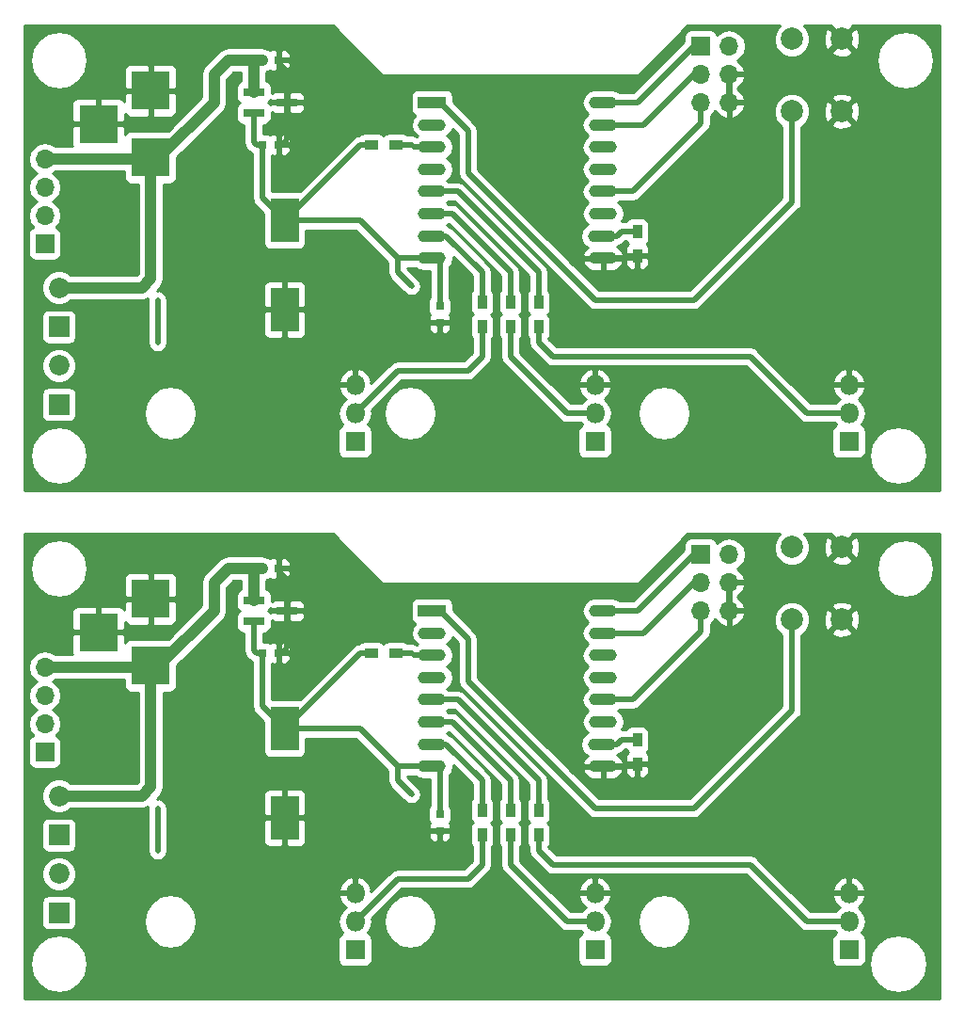
<source format=gtl>
G04 #@! TF.FileFunction,Copper,L1,Top,Signal*
%FSLAX46Y46*%
G04 Gerber Fmt 4.6, Leading zero omitted, Abs format (unit mm)*
G04 Created by KiCad (PCBNEW 4.0.6+dfsg1-1) date Mon Apr 23 23:44:20 2018*
%MOMM*%
%LPD*%
G01*
G04 APERTURE LIST*
%ADD10C,0.100000*%
%ADD11R,1.849120X1.849120*%
%ADD12C,1.849120*%
%ADD13R,0.750000X0.800000*%
%ADD14R,2.500000X4.000000*%
%ADD15R,1.900000X0.800000*%
%ADD16C,2.000000*%
%ADD17R,0.900000X1.200000*%
%ADD18R,1.200000X0.900000*%
%ADD19R,1.800000X1.800000*%
%ADD20O,1.800000X1.800000*%
%ADD21R,1.700000X1.700000*%
%ADD22O,1.700000X1.700000*%
%ADD23R,3.500120X3.500120*%
%ADD24R,0.800000X0.750000*%
%ADD25R,2.500000X1.100000*%
%ADD26O,2.500000X1.100000*%
%ADD27C,0.350000*%
%ADD28C,1.016000*%
%ADD29C,0.508000*%
%ADD30C,0.152400*%
%ADD31C,0.254000*%
G04 APERTURE END LIST*
D10*
D11*
X115570000Y-149067520D03*
D12*
X115570000Y-145572480D03*
D11*
X115570000Y-142082520D03*
D12*
X115570000Y-138587480D03*
D13*
X149860000Y-141720000D03*
X149860000Y-140220000D03*
D14*
X135890000Y-132525000D03*
X135890000Y-140525000D03*
D15*
X133120000Y-120970000D03*
X133120000Y-122870000D03*
X136120000Y-121920000D03*
D16*
X181555000Y-116205000D03*
X186055000Y-116205000D03*
X181555000Y-122705000D03*
X186055000Y-122705000D03*
D17*
X167640000Y-133520000D03*
X167640000Y-135720000D03*
D18*
X143680000Y-125730000D03*
X145880000Y-125730000D03*
D17*
X156210000Y-142070000D03*
X156210000Y-139870000D03*
X153670000Y-142070000D03*
X153670000Y-139870000D03*
D19*
X163830000Y-152400000D03*
D20*
X163830000Y-149860000D03*
X163830000Y-147320000D03*
D19*
X142240000Y-152400000D03*
D20*
X142240000Y-149860000D03*
X142240000Y-147320000D03*
D21*
X114300000Y-134620000D03*
D22*
X114300000Y-132080000D03*
X114300000Y-129540000D03*
X114300000Y-127000000D03*
D21*
X173355000Y-116840000D03*
D22*
X175895000Y-116840000D03*
X173355000Y-119380000D03*
X175895000Y-119380000D03*
X173355000Y-121920000D03*
X175895000Y-121920000D03*
D23*
X123825000Y-126850140D03*
X123825000Y-120850660D03*
X119126000Y-123850400D03*
D24*
X133870000Y-125730000D03*
X135370000Y-125730000D03*
X133870000Y-118110000D03*
X135370000Y-118110000D03*
D19*
X186690000Y-152400000D03*
D20*
X186690000Y-149860000D03*
X186690000Y-147320000D03*
D17*
X158750000Y-142070000D03*
X158750000Y-139870000D03*
D25*
X149160000Y-121920000D03*
D26*
X149160000Y-123920000D03*
X149160000Y-125920000D03*
X149160000Y-127920000D03*
X149160000Y-129920000D03*
X149160000Y-131920000D03*
X149160000Y-133920000D03*
X149160000Y-135920000D03*
X164560000Y-135920000D03*
X164460000Y-133920000D03*
X164560000Y-131920000D03*
X164560000Y-129920000D03*
X164560000Y-127920000D03*
X164560000Y-125920000D03*
X164560000Y-123920000D03*
X164560000Y-121920000D03*
D25*
X149160000Y-76200000D03*
D26*
X149160000Y-78200000D03*
X149160000Y-80200000D03*
X149160000Y-82200000D03*
X149160000Y-84200000D03*
X149160000Y-86200000D03*
X149160000Y-88200000D03*
X149160000Y-90200000D03*
X164560000Y-90200000D03*
X164460000Y-88200000D03*
X164560000Y-86200000D03*
X164560000Y-84200000D03*
X164560000Y-82200000D03*
X164560000Y-80200000D03*
X164560000Y-78200000D03*
X164560000Y-76200000D03*
D17*
X158750000Y-96350000D03*
X158750000Y-94150000D03*
D19*
X186690000Y-106680000D03*
D20*
X186690000Y-104140000D03*
X186690000Y-101600000D03*
D24*
X133870000Y-72390000D03*
X135370000Y-72390000D03*
X133870000Y-80010000D03*
X135370000Y-80010000D03*
D23*
X123825000Y-81130140D03*
X123825000Y-75130660D03*
X119126000Y-78130400D03*
D21*
X173355000Y-71120000D03*
D22*
X175895000Y-71120000D03*
X173355000Y-73660000D03*
X175895000Y-73660000D03*
X173355000Y-76200000D03*
X175895000Y-76200000D03*
D21*
X114300000Y-88900000D03*
D22*
X114300000Y-86360000D03*
X114300000Y-83820000D03*
X114300000Y-81280000D03*
D19*
X142240000Y-106680000D03*
D20*
X142240000Y-104140000D03*
X142240000Y-101600000D03*
D19*
X163830000Y-106680000D03*
D20*
X163830000Y-104140000D03*
X163830000Y-101600000D03*
D17*
X153670000Y-96350000D03*
X153670000Y-94150000D03*
X156210000Y-96350000D03*
X156210000Y-94150000D03*
D18*
X143680000Y-80010000D03*
X145880000Y-80010000D03*
D17*
X167640000Y-87800000D03*
X167640000Y-90000000D03*
D16*
X181555000Y-70485000D03*
X186055000Y-70485000D03*
X181555000Y-76985000D03*
X186055000Y-76985000D03*
D15*
X133120000Y-75250000D03*
X133120000Y-77150000D03*
X136120000Y-76200000D03*
D14*
X135890000Y-86805000D03*
X135890000Y-94805000D03*
D13*
X149860000Y-96000000D03*
X149860000Y-94500000D03*
D11*
X115570000Y-96362520D03*
D12*
X115570000Y-92867480D03*
D11*
X115570000Y-103347520D03*
D12*
X115570000Y-99852480D03*
D27*
X138430000Y-121920000D03*
X138430000Y-76200000D03*
X147320000Y-138430000D03*
X147320000Y-92710000D03*
X124460000Y-143510000D03*
X124460000Y-139700000D03*
X124460000Y-93980000D03*
X124460000Y-97790000D03*
D28*
X123675140Y-127000000D02*
X123825000Y-126850140D01*
X114300000Y-127000000D02*
X123675140Y-127000000D01*
X129540000Y-121920000D02*
X129540000Y-119380000D01*
X129540000Y-119380000D02*
X130810000Y-118110000D01*
X133350000Y-118110000D02*
X133870000Y-118110000D01*
X130810000Y-118110000D02*
X133350000Y-118110000D01*
X124609860Y-126850140D02*
X129540000Y-121920000D01*
X123825000Y-126850140D02*
X124609860Y-126850140D01*
X133120000Y-118110000D02*
X133350000Y-118110000D01*
X133120000Y-120970000D02*
X133120000Y-118110000D01*
X123825000Y-137795000D02*
X123032520Y-138587480D01*
X123032520Y-138587480D02*
X115570000Y-138587480D01*
X123825000Y-126850140D02*
X123825000Y-137795000D01*
X123825000Y-81130140D02*
X123825000Y-92075000D01*
X123032520Y-92867480D02*
X115570000Y-92867480D01*
X123825000Y-92075000D02*
X123032520Y-92867480D01*
X133120000Y-75250000D02*
X133120000Y-72390000D01*
X133120000Y-72390000D02*
X133350000Y-72390000D01*
X123825000Y-81130140D02*
X124609860Y-81130140D01*
X124609860Y-81130140D02*
X129540000Y-76200000D01*
X130810000Y-72390000D02*
X133350000Y-72390000D01*
X133350000Y-72390000D02*
X133870000Y-72390000D01*
X129540000Y-73660000D02*
X130810000Y-72390000D01*
X129540000Y-76200000D02*
X129540000Y-73660000D01*
X114300000Y-81280000D02*
X123675140Y-81280000D01*
X123675140Y-81280000D02*
X123825000Y-81130140D01*
D29*
X136120000Y-125246000D02*
X136120000Y-121920000D01*
X136120000Y-119102000D02*
X136120000Y-121920000D01*
X136120000Y-121920000D02*
X138430000Y-121920000D01*
X175895000Y-119380000D02*
X175895000Y-121920000D01*
X163860000Y-135920000D02*
X167440000Y-135920000D01*
X175895000Y-121920000D02*
X175895000Y-122174000D01*
X135636000Y-125730000D02*
X136120000Y-125246000D01*
X135370000Y-125730000D02*
X135636000Y-125730000D01*
X135370000Y-118352000D02*
X136120000Y-119102000D01*
X135370000Y-118110000D02*
X135370000Y-118352000D01*
X135370000Y-72390000D02*
X135370000Y-72632000D01*
X135370000Y-72632000D02*
X136120000Y-73382000D01*
X135370000Y-80010000D02*
X135636000Y-80010000D01*
X135636000Y-80010000D02*
X136120000Y-79526000D01*
X175895000Y-76200000D02*
X175895000Y-76454000D01*
X163860000Y-90200000D02*
X167440000Y-90200000D01*
X175895000Y-73660000D02*
X175895000Y-76200000D01*
X136120000Y-76200000D02*
X138430000Y-76200000D01*
X136120000Y-73382000D02*
X136120000Y-76200000D01*
X136120000Y-79526000D02*
X136120000Y-76200000D01*
X133120000Y-125500000D02*
X133350000Y-125730000D01*
X133350000Y-125730000D02*
X133870000Y-125730000D01*
X133120000Y-122870000D02*
X133120000Y-125500000D01*
X133870000Y-130505000D02*
X135890000Y-132525000D01*
X133870000Y-125730000D02*
X133870000Y-130505000D01*
X142685000Y-132525000D02*
X146080000Y-135920000D01*
X146080000Y-135920000D02*
X149860000Y-135920000D01*
X135890000Y-132525000D02*
X142685000Y-132525000D01*
X149860000Y-135920000D02*
X149860000Y-140220000D01*
X147320000Y-138430000D02*
X146080000Y-137190000D01*
X146080000Y-137190000D02*
X146080000Y-135920000D01*
X142685000Y-125730000D02*
X135890000Y-132525000D01*
X143680000Y-125730000D02*
X142685000Y-125730000D01*
X143680000Y-80010000D02*
X142685000Y-80010000D01*
X142685000Y-80010000D02*
X135890000Y-86805000D01*
X146080000Y-91470000D02*
X146080000Y-90200000D01*
X147320000Y-92710000D02*
X146080000Y-91470000D01*
X149860000Y-90200000D02*
X149860000Y-94500000D01*
X135890000Y-86805000D02*
X142685000Y-86805000D01*
X146080000Y-90200000D02*
X149860000Y-90200000D01*
X142685000Y-86805000D02*
X146080000Y-90200000D01*
X133870000Y-80010000D02*
X133870000Y-84785000D01*
X133870000Y-84785000D02*
X135890000Y-86805000D01*
X133120000Y-77150000D02*
X133120000Y-79780000D01*
X133350000Y-80010000D02*
X133870000Y-80010000D01*
X133120000Y-79780000D02*
X133350000Y-80010000D01*
D30*
X163860000Y-121920000D02*
X165100000Y-121920000D01*
D29*
X167640000Y-121920000D02*
X163860000Y-121920000D01*
X172720000Y-116840000D02*
X167640000Y-121920000D01*
X173355000Y-116840000D02*
X172720000Y-116840000D01*
X173355000Y-71120000D02*
X172720000Y-71120000D01*
X172720000Y-71120000D02*
X167640000Y-76200000D01*
X167640000Y-76200000D02*
X163860000Y-76200000D01*
D30*
X163860000Y-76200000D02*
X165100000Y-76200000D01*
X163860000Y-123920000D02*
X165640000Y-123920000D01*
D29*
X168180000Y-123920000D02*
X163860000Y-123920000D01*
X172720000Y-119380000D02*
X168180000Y-123920000D01*
X173355000Y-119380000D02*
X172720000Y-119380000D01*
X173355000Y-73660000D02*
X172720000Y-73660000D01*
X172720000Y-73660000D02*
X168180000Y-78200000D01*
X168180000Y-78200000D02*
X163860000Y-78200000D01*
D30*
X163860000Y-78200000D02*
X165640000Y-78200000D01*
D29*
X173355000Y-123825000D02*
X167260000Y-129920000D01*
X167260000Y-129920000D02*
X163860000Y-129920000D01*
X173355000Y-121920000D02*
X173355000Y-123825000D01*
X173355000Y-76200000D02*
X173355000Y-78105000D01*
X167260000Y-84200000D02*
X163860000Y-84200000D01*
X173355000Y-78105000D02*
X167260000Y-84200000D01*
X124460000Y-143510000D02*
X124460000Y-139700000D01*
X124460000Y-97790000D02*
X124460000Y-93980000D01*
X153670000Y-144780000D02*
X152400000Y-146050000D01*
X152400000Y-146050000D02*
X146050000Y-146050000D01*
X146050000Y-146050000D02*
X142240000Y-149860000D01*
X153670000Y-142070000D02*
X153670000Y-144780000D01*
X153670000Y-96350000D02*
X153670000Y-99060000D01*
X146050000Y-100330000D02*
X142240000Y-104140000D01*
X152400000Y-100330000D02*
X146050000Y-100330000D01*
X153670000Y-99060000D02*
X152400000Y-100330000D01*
X156210000Y-144780000D02*
X161290000Y-149860000D01*
X161290000Y-149860000D02*
X163830000Y-149860000D01*
X156210000Y-142070000D02*
X156210000Y-144780000D01*
X156210000Y-96350000D02*
X156210000Y-99060000D01*
X161290000Y-104140000D02*
X163830000Y-104140000D01*
X156210000Y-99060000D02*
X161290000Y-104140000D01*
X158750000Y-143510000D02*
X160020000Y-144780000D01*
X160020000Y-144780000D02*
X177800000Y-144780000D01*
X177800000Y-144780000D02*
X182880000Y-149860000D01*
X182880000Y-149860000D02*
X186690000Y-149860000D01*
X158750000Y-142070000D02*
X158750000Y-143510000D01*
X158750000Y-96350000D02*
X158750000Y-97790000D01*
X182880000Y-104140000D02*
X186690000Y-104140000D01*
X177800000Y-99060000D02*
X182880000Y-104140000D01*
X160020000Y-99060000D02*
X177800000Y-99060000D01*
X158750000Y-97790000D02*
X160020000Y-99060000D01*
X150430000Y-133920000D02*
X153670000Y-137160000D01*
X153670000Y-137160000D02*
X153670000Y-139870000D01*
X149860000Y-133920000D02*
X150430000Y-133920000D01*
X149860000Y-88200000D02*
X150430000Y-88200000D01*
X153670000Y-91440000D02*
X153670000Y-94150000D01*
X150430000Y-88200000D02*
X153670000Y-91440000D01*
X150970000Y-131920000D02*
X156210000Y-137160000D01*
X156210000Y-137160000D02*
X156210000Y-139870000D01*
X149860000Y-131920000D02*
X150970000Y-131920000D01*
X149860000Y-86200000D02*
X150970000Y-86200000D01*
X156210000Y-91440000D02*
X156210000Y-94150000D01*
X150970000Y-86200000D02*
X156210000Y-91440000D01*
D30*
X149860000Y-129920000D02*
X148210000Y-129920000D01*
D29*
X151510000Y-129920000D02*
X158750000Y-137160000D01*
X158750000Y-137160000D02*
X158750000Y-139870000D01*
X149860000Y-129920000D02*
X151510000Y-129920000D01*
X149860000Y-84200000D02*
X151510000Y-84200000D01*
X158750000Y-91440000D02*
X158750000Y-94150000D01*
X151510000Y-84200000D02*
X158750000Y-91440000D01*
D30*
X149860000Y-84200000D02*
X148210000Y-84200000D01*
X147510000Y-125920000D02*
X147320000Y-125730000D01*
D29*
X147320000Y-125730000D02*
X145880000Y-125730000D01*
X149860000Y-125920000D02*
X147510000Y-125920000D01*
X149860000Y-80200000D02*
X147510000Y-80200000D01*
X147320000Y-80010000D02*
X145880000Y-80010000D01*
D30*
X147510000Y-80200000D02*
X147320000Y-80010000D01*
D29*
X165800000Y-133920000D02*
X166200000Y-133520000D01*
X166200000Y-133520000D02*
X167640000Y-133520000D01*
X163860000Y-133920000D02*
X165800000Y-133920000D01*
X163860000Y-88200000D02*
X165800000Y-88200000D01*
X166200000Y-87800000D02*
X167640000Y-87800000D01*
X165800000Y-88200000D02*
X166200000Y-87800000D01*
X181555000Y-130865000D02*
X172720000Y-139700000D01*
X172720000Y-139700000D02*
X163830000Y-139700000D01*
X163830000Y-139700000D02*
X152400000Y-128270000D01*
X152400000Y-128270000D02*
X152400000Y-124460000D01*
X152400000Y-124460000D02*
X149860000Y-121920000D01*
X181555000Y-122705000D02*
X181555000Y-130865000D01*
X181555000Y-76985000D02*
X181555000Y-85145000D01*
X152400000Y-78740000D02*
X149860000Y-76200000D01*
X152400000Y-82550000D02*
X152400000Y-78740000D01*
X163830000Y-93980000D02*
X152400000Y-82550000D01*
X172720000Y-93980000D02*
X163830000Y-93980000D01*
X181555000Y-85145000D02*
X172720000Y-93980000D01*
D31*
G36*
X144690197Y-73749803D02*
X144730590Y-73776994D01*
X144780000Y-73787000D01*
X167640000Y-73787000D01*
X167687789Y-73777666D01*
X167729803Y-73749803D01*
X172189606Y-69290000D01*
X180437827Y-69290000D01*
X180169722Y-69557637D01*
X179920284Y-70158352D01*
X179919716Y-70808795D01*
X180168106Y-71409943D01*
X180627637Y-71870278D01*
X181228352Y-72119716D01*
X181878795Y-72120284D01*
X182479943Y-71871894D01*
X182714715Y-71637532D01*
X185082073Y-71637532D01*
X185180736Y-71904387D01*
X185790461Y-72130908D01*
X186440460Y-72106856D01*
X186929264Y-71904387D01*
X187027927Y-71637532D01*
X186055000Y-70664605D01*
X185082073Y-71637532D01*
X182714715Y-71637532D01*
X182940278Y-71412363D01*
X183189716Y-70811648D01*
X183190232Y-70220461D01*
X184409092Y-70220461D01*
X184433144Y-70870460D01*
X184635613Y-71359264D01*
X184902468Y-71457927D01*
X185875395Y-70485000D01*
X186234605Y-70485000D01*
X187207532Y-71457927D01*
X187474387Y-71359264D01*
X187700908Y-70749539D01*
X187676856Y-70099540D01*
X187474387Y-69610736D01*
X187207532Y-69512073D01*
X186234605Y-70485000D01*
X185875395Y-70485000D01*
X184902468Y-69512073D01*
X184635613Y-69610736D01*
X184409092Y-70220461D01*
X183190232Y-70220461D01*
X183190284Y-70161205D01*
X182941894Y-69560057D01*
X182672309Y-69290000D01*
X185097774Y-69290000D01*
X185082073Y-69332468D01*
X186055000Y-70305395D01*
X187027927Y-69332468D01*
X187012226Y-69290000D01*
X194870000Y-69290000D01*
X194870000Y-111050000D01*
X112470000Y-111050000D01*
X112470000Y-107950000D01*
X112955000Y-107950000D01*
X113154055Y-108950717D01*
X113720916Y-109799084D01*
X114569283Y-110365945D01*
X115570000Y-110565000D01*
X116570717Y-110365945D01*
X117419084Y-109799084D01*
X117985945Y-108950717D01*
X118185000Y-107950000D01*
X117985945Y-106949283D01*
X117419084Y-106100916D01*
X116570717Y-105534055D01*
X115570000Y-105335000D01*
X114569283Y-105534055D01*
X113720916Y-106100916D01*
X113154055Y-106949283D01*
X112955000Y-107950000D01*
X112470000Y-107950000D01*
X112470000Y-102422960D01*
X113998000Y-102422960D01*
X113998000Y-104272080D01*
X114042278Y-104507397D01*
X114181350Y-104723521D01*
X114393550Y-104868511D01*
X114645440Y-104919520D01*
X116494560Y-104919520D01*
X116729877Y-104875242D01*
X116946001Y-104736170D01*
X117090991Y-104523970D01*
X117142000Y-104272080D01*
X117142000Y-104093275D01*
X123195000Y-104093275D01*
X123195000Y-104186725D01*
X123376547Y-105099425D01*
X123893550Y-105873175D01*
X124667300Y-106390178D01*
X125580000Y-106571725D01*
X126492700Y-106390178D01*
X127266450Y-105873175D01*
X127783453Y-105099425D01*
X127965000Y-104186725D01*
X127965000Y-104093275D01*
X127783453Y-103180575D01*
X127266450Y-102406825D01*
X126492700Y-101889822D01*
X125580000Y-101708275D01*
X124667300Y-101889822D01*
X123893550Y-102406825D01*
X123376547Y-103180575D01*
X123195000Y-104093275D01*
X117142000Y-104093275D01*
X117142000Y-102422960D01*
X117097722Y-102187643D01*
X116958650Y-101971519D01*
X116746450Y-101826529D01*
X116494560Y-101775520D01*
X114645440Y-101775520D01*
X114410123Y-101819798D01*
X114193999Y-101958870D01*
X114049009Y-102171070D01*
X113998000Y-102422960D01*
X112470000Y-102422960D01*
X112470000Y-100161335D01*
X114010169Y-100161335D01*
X114247098Y-100734746D01*
X114685427Y-101173840D01*
X115258423Y-101411769D01*
X115878855Y-101412311D01*
X116307355Y-101235258D01*
X140748954Y-101235258D01*
X140869003Y-101473000D01*
X142113000Y-101473000D01*
X142113000Y-100229622D01*
X141875260Y-100108964D01*
X141443583Y-100287760D01*
X141002034Y-100692424D01*
X140748954Y-101235258D01*
X116307355Y-101235258D01*
X116452266Y-101175382D01*
X116891360Y-100737053D01*
X117129289Y-100164057D01*
X117129831Y-99543625D01*
X116892902Y-98970214D01*
X116454573Y-98531120D01*
X115881577Y-98293191D01*
X115261145Y-98292649D01*
X114687734Y-98529578D01*
X114248640Y-98967907D01*
X114010711Y-99540903D01*
X114010169Y-100161335D01*
X112470000Y-100161335D01*
X112470000Y-95437960D01*
X113998000Y-95437960D01*
X113998000Y-97287080D01*
X114042278Y-97522397D01*
X114181350Y-97738521D01*
X114393550Y-97883511D01*
X114645440Y-97934520D01*
X116494560Y-97934520D01*
X116729877Y-97890242D01*
X116946001Y-97751170D01*
X117090991Y-97538970D01*
X117142000Y-97287080D01*
X117142000Y-95437960D01*
X117097722Y-95202643D01*
X116958650Y-94986519D01*
X116746450Y-94841529D01*
X116494560Y-94790520D01*
X114645440Y-94790520D01*
X114410123Y-94834798D01*
X114193999Y-94973870D01*
X114049009Y-95186070D01*
X113998000Y-95437960D01*
X112470000Y-95437960D01*
X112470000Y-81280000D01*
X112785907Y-81280000D01*
X112898946Y-81848285D01*
X113220853Y-82330054D01*
X113550026Y-82550000D01*
X113220853Y-82769946D01*
X112898946Y-83251715D01*
X112785907Y-83820000D01*
X112898946Y-84388285D01*
X113220853Y-84870054D01*
X113550026Y-85090000D01*
X113220853Y-85309946D01*
X112898946Y-85791715D01*
X112785907Y-86360000D01*
X112898946Y-86928285D01*
X113220853Y-87410054D01*
X113262452Y-87437850D01*
X113214683Y-87446838D01*
X112998559Y-87585910D01*
X112853569Y-87798110D01*
X112802560Y-88050000D01*
X112802560Y-89750000D01*
X112846838Y-89985317D01*
X112985910Y-90201441D01*
X113198110Y-90346431D01*
X113450000Y-90397440D01*
X115150000Y-90397440D01*
X115385317Y-90353162D01*
X115601441Y-90214090D01*
X115746431Y-90001890D01*
X115797440Y-89750000D01*
X115797440Y-88050000D01*
X115753162Y-87814683D01*
X115614090Y-87598559D01*
X115401890Y-87453569D01*
X115334459Y-87439914D01*
X115379147Y-87410054D01*
X115701054Y-86928285D01*
X115814093Y-86360000D01*
X115701054Y-85791715D01*
X115379147Y-85309946D01*
X115049974Y-85090000D01*
X115379147Y-84870054D01*
X115701054Y-84388285D01*
X115814093Y-83820000D01*
X115701054Y-83251715D01*
X115379147Y-82769946D01*
X115049974Y-82550000D01*
X115240043Y-82423000D01*
X121427500Y-82423000D01*
X121427500Y-82880200D01*
X121471778Y-83115517D01*
X121610850Y-83331641D01*
X121823050Y-83476631D01*
X122074940Y-83527640D01*
X122682000Y-83527640D01*
X122682000Y-91601554D01*
X122559074Y-91724480D01*
X116632622Y-91724480D01*
X116454573Y-91546120D01*
X115881577Y-91308191D01*
X115261145Y-91307649D01*
X114687734Y-91544578D01*
X114248640Y-91982907D01*
X114010711Y-92555903D01*
X114010169Y-93176335D01*
X114247098Y-93749746D01*
X114685427Y-94188840D01*
X115258423Y-94426769D01*
X115878855Y-94427311D01*
X116452266Y-94190382D01*
X116632482Y-94010480D01*
X123032520Y-94010480D01*
X123469927Y-93923474D01*
X123599460Y-93836923D01*
X123571000Y-93980000D01*
X123571000Y-97790000D01*
X123638671Y-98130206D01*
X123831382Y-98418618D01*
X124119794Y-98611329D01*
X124460000Y-98679000D01*
X124800206Y-98611329D01*
X125088618Y-98418618D01*
X125281329Y-98130206D01*
X125349000Y-97790000D01*
X125349000Y-95090750D01*
X134005000Y-95090750D01*
X134005000Y-96931309D01*
X134101673Y-97164698D01*
X134280301Y-97343327D01*
X134513690Y-97440000D01*
X135604250Y-97440000D01*
X135763000Y-97281250D01*
X135763000Y-94932000D01*
X136017000Y-94932000D01*
X136017000Y-97281250D01*
X136175750Y-97440000D01*
X137266310Y-97440000D01*
X137499699Y-97343327D01*
X137678327Y-97164698D01*
X137775000Y-96931309D01*
X137775000Y-96285750D01*
X148850000Y-96285750D01*
X148850000Y-96526309D01*
X148946673Y-96759698D01*
X149125301Y-96938327D01*
X149358690Y-97035000D01*
X149574250Y-97035000D01*
X149733000Y-96876250D01*
X149733000Y-96127000D01*
X149987000Y-96127000D01*
X149987000Y-96876250D01*
X150145750Y-97035000D01*
X150361310Y-97035000D01*
X150594699Y-96938327D01*
X150773327Y-96759698D01*
X150870000Y-96526309D01*
X150870000Y-96285750D01*
X150711250Y-96127000D01*
X149987000Y-96127000D01*
X149733000Y-96127000D01*
X149008750Y-96127000D01*
X148850000Y-96285750D01*
X137775000Y-96285750D01*
X137775000Y-95090750D01*
X137616250Y-94932000D01*
X136017000Y-94932000D01*
X135763000Y-94932000D01*
X134163750Y-94932000D01*
X134005000Y-95090750D01*
X125349000Y-95090750D01*
X125349000Y-93980000D01*
X125281329Y-93639794D01*
X125088618Y-93351382D01*
X124800206Y-93158671D01*
X124460000Y-93091000D01*
X124416866Y-93099580D01*
X124633223Y-92883223D01*
X124769886Y-92678691D01*
X134005000Y-92678691D01*
X134005000Y-94519250D01*
X134163750Y-94678000D01*
X135763000Y-94678000D01*
X135763000Y-92328750D01*
X136017000Y-92328750D01*
X136017000Y-94678000D01*
X137616250Y-94678000D01*
X137775000Y-94519250D01*
X137775000Y-92678691D01*
X137678327Y-92445302D01*
X137499699Y-92266673D01*
X137266310Y-92170000D01*
X136175750Y-92170000D01*
X136017000Y-92328750D01*
X135763000Y-92328750D01*
X135604250Y-92170000D01*
X134513690Y-92170000D01*
X134280301Y-92266673D01*
X134101673Y-92445302D01*
X134005000Y-92678691D01*
X124769886Y-92678691D01*
X124880994Y-92512407D01*
X124968000Y-92075000D01*
X124968000Y-83527640D01*
X125575060Y-83527640D01*
X125810377Y-83483362D01*
X126026501Y-83344290D01*
X126171491Y-83132090D01*
X126222500Y-82880200D01*
X126222500Y-81133946D01*
X130348223Y-77008223D01*
X130595994Y-76637407D01*
X130683000Y-76200000D01*
X130683000Y-74133446D01*
X131283446Y-73533000D01*
X131977000Y-73533000D01*
X131977000Y-74238875D01*
X131934683Y-74246838D01*
X131718559Y-74385910D01*
X131573569Y-74598110D01*
X131522560Y-74850000D01*
X131522560Y-75650000D01*
X131566838Y-75885317D01*
X131705910Y-76101441D01*
X131851083Y-76200633D01*
X131718559Y-76285910D01*
X131573569Y-76498110D01*
X131522560Y-76750000D01*
X131522560Y-77550000D01*
X131566838Y-77785317D01*
X131705910Y-78001441D01*
X131918110Y-78146431D01*
X132170000Y-78197440D01*
X132231000Y-78197440D01*
X132231000Y-79780000D01*
X132298671Y-80120206D01*
X132406889Y-80282165D01*
X132491382Y-80408618D01*
X132721382Y-80638618D01*
X132981000Y-80812089D01*
X132981000Y-84785000D01*
X133048671Y-85125206D01*
X133172815Y-85311000D01*
X133241382Y-85413618D01*
X133992560Y-86164796D01*
X133992560Y-88805000D01*
X134036838Y-89040317D01*
X134175910Y-89256441D01*
X134388110Y-89401431D01*
X134640000Y-89452440D01*
X137140000Y-89452440D01*
X137375317Y-89408162D01*
X137591441Y-89269090D01*
X137736431Y-89056890D01*
X137787440Y-88805000D01*
X137787440Y-87694000D01*
X142316764Y-87694000D01*
X145191000Y-90568236D01*
X145191000Y-91470000D01*
X145258671Y-91810206D01*
X145375608Y-91985214D01*
X145451382Y-92098618D01*
X146691382Y-93338618D01*
X146979795Y-93531329D01*
X147320000Y-93599000D01*
X147660205Y-93531329D01*
X147948618Y-93338618D01*
X148141329Y-93050205D01*
X148209000Y-92710000D01*
X148141329Y-92369795D01*
X147948618Y-92081382D01*
X146969000Y-91101764D01*
X146969000Y-91089000D01*
X147661593Y-91089000D01*
X147969591Y-91294797D01*
X148423071Y-91385000D01*
X148971000Y-91385000D01*
X148971000Y-93727468D01*
X148888569Y-93848110D01*
X148837560Y-94100000D01*
X148837560Y-94900000D01*
X148881838Y-95135317D01*
X148948329Y-95238646D01*
X148946673Y-95240302D01*
X148850000Y-95473691D01*
X148850000Y-95714250D01*
X149008750Y-95873000D01*
X149733000Y-95873000D01*
X149733000Y-95853000D01*
X149987000Y-95853000D01*
X149987000Y-95873000D01*
X150711250Y-95873000D01*
X150870000Y-95714250D01*
X150870000Y-95473691D01*
X150773327Y-95240302D01*
X150771957Y-95238932D01*
X150831431Y-95151890D01*
X150882440Y-94900000D01*
X150882440Y-94100000D01*
X150838162Y-93864683D01*
X150749000Y-93726121D01*
X150749000Y-91016746D01*
X150991726Y-90653480D01*
X151081929Y-90200000D01*
X151059374Y-90086610D01*
X152781000Y-91808236D01*
X152781000Y-93077904D01*
X152768559Y-93085910D01*
X152623569Y-93298110D01*
X152572560Y-93550000D01*
X152572560Y-94750000D01*
X152616838Y-94985317D01*
X152755910Y-95201441D01*
X152825711Y-95249134D01*
X152768559Y-95285910D01*
X152623569Y-95498110D01*
X152572560Y-95750000D01*
X152572560Y-96950000D01*
X152616838Y-97185317D01*
X152755910Y-97401441D01*
X152781000Y-97418584D01*
X152781000Y-98691764D01*
X152031764Y-99441000D01*
X146050000Y-99441000D01*
X145709795Y-99508670D01*
X145421382Y-99701382D01*
X143649766Y-101472998D01*
X143610998Y-101472998D01*
X143731046Y-101235258D01*
X143477966Y-100692424D01*
X143036417Y-100287760D01*
X142604740Y-100108964D01*
X142367000Y-100229622D01*
X142367000Y-101473000D01*
X142387000Y-101473000D01*
X142387000Y-101727000D01*
X142367000Y-101727000D01*
X142367000Y-101747000D01*
X142113000Y-101747000D01*
X142113000Y-101727000D01*
X140869003Y-101727000D01*
X140748954Y-101964742D01*
X141002034Y-102507576D01*
X141392582Y-102865499D01*
X141154591Y-103024519D01*
X140821845Y-103522509D01*
X140705000Y-104109928D01*
X140705000Y-104170072D01*
X140821845Y-104757491D01*
X141102837Y-105178026D01*
X140888559Y-105315910D01*
X140743569Y-105528110D01*
X140692560Y-105780000D01*
X140692560Y-107580000D01*
X140736838Y-107815317D01*
X140875910Y-108031441D01*
X141088110Y-108176431D01*
X141340000Y-108227440D01*
X143140000Y-108227440D01*
X143375317Y-108183162D01*
X143591441Y-108044090D01*
X143736431Y-107831890D01*
X143787440Y-107580000D01*
X143787440Y-105780000D01*
X143743162Y-105544683D01*
X143604090Y-105328559D01*
X143391890Y-105183569D01*
X143375656Y-105180281D01*
X143658155Y-104757491D01*
X143775000Y-104170072D01*
X143775000Y-104109928D01*
X143771688Y-104093275D01*
X144785000Y-104093275D01*
X144785000Y-104186725D01*
X144966547Y-105099425D01*
X145483550Y-105873175D01*
X146257300Y-106390178D01*
X147170000Y-106571725D01*
X148082700Y-106390178D01*
X148856450Y-105873175D01*
X149373453Y-105099425D01*
X149555000Y-104186725D01*
X149555000Y-104093275D01*
X149373453Y-103180575D01*
X148856450Y-102406825D01*
X148082700Y-101889822D01*
X147170000Y-101708275D01*
X146257300Y-101889822D01*
X145483550Y-102406825D01*
X144966547Y-103180575D01*
X144785000Y-104093275D01*
X143771688Y-104093275D01*
X143733905Y-103903331D01*
X146418236Y-101219000D01*
X152400000Y-101219000D01*
X152740206Y-101151329D01*
X153028618Y-100958618D01*
X154298618Y-99688618D01*
X154397318Y-99540903D01*
X154491329Y-99400206D01*
X154559000Y-99060000D01*
X154559000Y-97422096D01*
X154571441Y-97414090D01*
X154716431Y-97201890D01*
X154767440Y-96950000D01*
X154767440Y-95750000D01*
X154723162Y-95514683D01*
X154584090Y-95298559D01*
X154514289Y-95250866D01*
X154571441Y-95214090D01*
X154716431Y-95001890D01*
X154767440Y-94750000D01*
X154767440Y-93550000D01*
X154723162Y-93314683D01*
X154584090Y-93098559D01*
X154559000Y-93081416D01*
X154559000Y-91440000D01*
X154491329Y-91099794D01*
X154298618Y-90811382D01*
X151058618Y-87571382D01*
X150891616Y-87459795D01*
X150770206Y-87378671D01*
X150742218Y-87373104D01*
X150734851Y-87362078D01*
X150492283Y-87200000D01*
X150624452Y-87111688D01*
X155321000Y-91808236D01*
X155321000Y-93077904D01*
X155308559Y-93085910D01*
X155163569Y-93298110D01*
X155112560Y-93550000D01*
X155112560Y-94750000D01*
X155156838Y-94985317D01*
X155295910Y-95201441D01*
X155365711Y-95249134D01*
X155308559Y-95285910D01*
X155163569Y-95498110D01*
X155112560Y-95750000D01*
X155112560Y-96950000D01*
X155156838Y-97185317D01*
X155295910Y-97401441D01*
X155321000Y-97418584D01*
X155321000Y-99060000D01*
X155388671Y-99400206D01*
X155482682Y-99540903D01*
X155581382Y-99688618D01*
X160661382Y-104768618D01*
X160949794Y-104961329D01*
X161290000Y-105029000D01*
X162593261Y-105029000D01*
X162692837Y-105178026D01*
X162478559Y-105315910D01*
X162333569Y-105528110D01*
X162282560Y-105780000D01*
X162282560Y-107580000D01*
X162326838Y-107815317D01*
X162465910Y-108031441D01*
X162678110Y-108176431D01*
X162930000Y-108227440D01*
X164730000Y-108227440D01*
X164965317Y-108183162D01*
X165181441Y-108044090D01*
X165326431Y-107831890D01*
X165377440Y-107580000D01*
X165377440Y-105780000D01*
X165333162Y-105544683D01*
X165194090Y-105328559D01*
X164981890Y-105183569D01*
X164965656Y-105180281D01*
X165248155Y-104757491D01*
X165365000Y-104170072D01*
X165365000Y-104109928D01*
X165361688Y-104093275D01*
X167645000Y-104093275D01*
X167645000Y-104186725D01*
X167826547Y-105099425D01*
X168343550Y-105873175D01*
X169117300Y-106390178D01*
X170030000Y-106571725D01*
X170942700Y-106390178D01*
X171716450Y-105873175D01*
X172233453Y-105099425D01*
X172415000Y-104186725D01*
X172415000Y-104093275D01*
X172233453Y-103180575D01*
X171716450Y-102406825D01*
X170942700Y-101889822D01*
X170030000Y-101708275D01*
X169117300Y-101889822D01*
X168343550Y-102406825D01*
X167826547Y-103180575D01*
X167645000Y-104093275D01*
X165361688Y-104093275D01*
X165248155Y-103522509D01*
X164915409Y-103024519D01*
X164677418Y-102865499D01*
X165067966Y-102507576D01*
X165321046Y-101964742D01*
X165200997Y-101727000D01*
X163957000Y-101727000D01*
X163957000Y-101747000D01*
X163703000Y-101747000D01*
X163703000Y-101727000D01*
X162459003Y-101727000D01*
X162338954Y-101964742D01*
X162592034Y-102507576D01*
X162982582Y-102865499D01*
X162744591Y-103024519D01*
X162593261Y-103251000D01*
X161658236Y-103251000D01*
X159642494Y-101235258D01*
X162338954Y-101235258D01*
X162459003Y-101473000D01*
X163703000Y-101473000D01*
X163703000Y-100229622D01*
X163957000Y-100229622D01*
X163957000Y-101473000D01*
X165200997Y-101473000D01*
X165321046Y-101235258D01*
X165067966Y-100692424D01*
X164626417Y-100287760D01*
X164194740Y-100108964D01*
X163957000Y-100229622D01*
X163703000Y-100229622D01*
X163465260Y-100108964D01*
X163033583Y-100287760D01*
X162592034Y-100692424D01*
X162338954Y-101235258D01*
X159642494Y-101235258D01*
X157099000Y-98691764D01*
X157099000Y-97422096D01*
X157111441Y-97414090D01*
X157256431Y-97201890D01*
X157307440Y-96950000D01*
X157307440Y-95750000D01*
X157263162Y-95514683D01*
X157124090Y-95298559D01*
X157054289Y-95250866D01*
X157111441Y-95214090D01*
X157256431Y-95001890D01*
X157307440Y-94750000D01*
X157307440Y-93550000D01*
X157263162Y-93314683D01*
X157124090Y-93098559D01*
X157099000Y-93081416D01*
X157099000Y-91440000D01*
X157031329Y-91099794D01*
X156838618Y-90811382D01*
X151598618Y-85571382D01*
X151310206Y-85378671D01*
X150970000Y-85311000D01*
X150658407Y-85311000D01*
X150492283Y-85200000D01*
X150658407Y-85089000D01*
X151141764Y-85089000D01*
X157861000Y-91808236D01*
X157861000Y-93077904D01*
X157848559Y-93085910D01*
X157703569Y-93298110D01*
X157652560Y-93550000D01*
X157652560Y-94750000D01*
X157696838Y-94985317D01*
X157835910Y-95201441D01*
X157905711Y-95249134D01*
X157848559Y-95285910D01*
X157703569Y-95498110D01*
X157652560Y-95750000D01*
X157652560Y-96950000D01*
X157696838Y-97185317D01*
X157835910Y-97401441D01*
X157861000Y-97418584D01*
X157861000Y-97790000D01*
X157928671Y-98130206D01*
X158121382Y-98418618D01*
X159391382Y-99688618D01*
X159679794Y-99881329D01*
X160020000Y-99949000D01*
X177431764Y-99949000D01*
X182251382Y-104768618D01*
X182539794Y-104961329D01*
X182880000Y-105029000D01*
X185453261Y-105029000D01*
X185552837Y-105178026D01*
X185338559Y-105315910D01*
X185193569Y-105528110D01*
X185142560Y-105780000D01*
X185142560Y-107580000D01*
X185186838Y-107815317D01*
X185325910Y-108031441D01*
X185538110Y-108176431D01*
X185790000Y-108227440D01*
X187590000Y-108227440D01*
X187825317Y-108183162D01*
X188041441Y-108044090D01*
X188105729Y-107950000D01*
X188520000Y-107950000D01*
X188719055Y-108950717D01*
X189285916Y-109799084D01*
X190134283Y-110365945D01*
X191135000Y-110565000D01*
X192135717Y-110365945D01*
X192984084Y-109799084D01*
X193550945Y-108950717D01*
X193750000Y-107950000D01*
X193550945Y-106949283D01*
X192984084Y-106100916D01*
X192135717Y-105534055D01*
X191135000Y-105335000D01*
X190134283Y-105534055D01*
X189285916Y-106100916D01*
X188719055Y-106949283D01*
X188520000Y-107950000D01*
X188105729Y-107950000D01*
X188186431Y-107831890D01*
X188237440Y-107580000D01*
X188237440Y-105780000D01*
X188193162Y-105544683D01*
X188054090Y-105328559D01*
X187841890Y-105183569D01*
X187825656Y-105180281D01*
X188108155Y-104757491D01*
X188225000Y-104170072D01*
X188225000Y-104109928D01*
X188108155Y-103522509D01*
X187775409Y-103024519D01*
X187537418Y-102865499D01*
X187927966Y-102507576D01*
X188181046Y-101964742D01*
X188060997Y-101727000D01*
X186817000Y-101727000D01*
X186817000Y-101747000D01*
X186563000Y-101747000D01*
X186563000Y-101727000D01*
X185319003Y-101727000D01*
X185198954Y-101964742D01*
X185452034Y-102507576D01*
X185842582Y-102865499D01*
X185604591Y-103024519D01*
X185453261Y-103251000D01*
X183248236Y-103251000D01*
X181232494Y-101235258D01*
X185198954Y-101235258D01*
X185319003Y-101473000D01*
X186563000Y-101473000D01*
X186563000Y-100229622D01*
X186817000Y-100229622D01*
X186817000Y-101473000D01*
X188060997Y-101473000D01*
X188181046Y-101235258D01*
X187927966Y-100692424D01*
X187486417Y-100287760D01*
X187054740Y-100108964D01*
X186817000Y-100229622D01*
X186563000Y-100229622D01*
X186325260Y-100108964D01*
X185893583Y-100287760D01*
X185452034Y-100692424D01*
X185198954Y-101235258D01*
X181232494Y-101235258D01*
X178428618Y-98431382D01*
X178409515Y-98418618D01*
X178140206Y-98238671D01*
X177800000Y-98171000D01*
X160388236Y-98171000D01*
X159639202Y-97421966D01*
X159651441Y-97414090D01*
X159796431Y-97201890D01*
X159847440Y-96950000D01*
X159847440Y-95750000D01*
X159803162Y-95514683D01*
X159664090Y-95298559D01*
X159594289Y-95250866D01*
X159651441Y-95214090D01*
X159796431Y-95001890D01*
X159847440Y-94750000D01*
X159847440Y-93550000D01*
X159803162Y-93314683D01*
X159664090Y-93098559D01*
X159639000Y-93081416D01*
X159639000Y-91440000D01*
X159571329Y-91099794D01*
X159378618Y-90811382D01*
X152138618Y-83571382D01*
X152096047Y-83542937D01*
X151850206Y-83378671D01*
X151510000Y-83311000D01*
X150658407Y-83311000D01*
X150492283Y-83200000D01*
X150734851Y-83037922D01*
X150991726Y-82653480D01*
X151081929Y-82200000D01*
X150991726Y-81746520D01*
X150734851Y-81362078D01*
X150492283Y-81200000D01*
X150734851Y-81037922D01*
X150991726Y-80653480D01*
X151081929Y-80200000D01*
X150991726Y-79746520D01*
X150734851Y-79362078D01*
X150492283Y-79200000D01*
X150734851Y-79037922D01*
X150991726Y-78653480D01*
X151002430Y-78599666D01*
X151511000Y-79108236D01*
X151511000Y-82550000D01*
X151578671Y-82890206D01*
X151662056Y-83015000D01*
X151771382Y-83178618D01*
X163201382Y-94608618D01*
X163489794Y-94801329D01*
X163830000Y-94869000D01*
X172720000Y-94869000D01*
X173060206Y-94801329D01*
X173348618Y-94608618D01*
X182183618Y-85773618D01*
X182201724Y-85746520D01*
X182376329Y-85485206D01*
X182444000Y-85145000D01*
X182444000Y-78386745D01*
X182479943Y-78371894D01*
X182714715Y-78137532D01*
X185082073Y-78137532D01*
X185180736Y-78404387D01*
X185790461Y-78630908D01*
X186440460Y-78606856D01*
X186929264Y-78404387D01*
X187027927Y-78137532D01*
X186055000Y-77164605D01*
X185082073Y-78137532D01*
X182714715Y-78137532D01*
X182940278Y-77912363D01*
X183189716Y-77311648D01*
X183190232Y-76720461D01*
X184409092Y-76720461D01*
X184433144Y-77370460D01*
X184635613Y-77859264D01*
X184902468Y-77957927D01*
X185875395Y-76985000D01*
X186234605Y-76985000D01*
X187207532Y-77957927D01*
X187474387Y-77859264D01*
X187700908Y-77249539D01*
X187676856Y-76599540D01*
X187474387Y-76110736D01*
X187207532Y-76012073D01*
X186234605Y-76985000D01*
X185875395Y-76985000D01*
X184902468Y-76012073D01*
X184635613Y-76110736D01*
X184409092Y-76720461D01*
X183190232Y-76720461D01*
X183190284Y-76661205D01*
X182941894Y-76060057D01*
X182714703Y-75832468D01*
X185082073Y-75832468D01*
X186055000Y-76805395D01*
X187027927Y-75832468D01*
X186929264Y-75565613D01*
X186319539Y-75339092D01*
X185669540Y-75363144D01*
X185180736Y-75565613D01*
X185082073Y-75832468D01*
X182714703Y-75832468D01*
X182482363Y-75599722D01*
X181881648Y-75350284D01*
X181231205Y-75349716D01*
X180630057Y-75598106D01*
X180169722Y-76057637D01*
X179920284Y-76658352D01*
X179919716Y-77308795D01*
X180168106Y-77909943D01*
X180627637Y-78370278D01*
X180666000Y-78386208D01*
X180666000Y-84776764D01*
X172351764Y-93091000D01*
X164198236Y-93091000D01*
X161616980Y-90509744D01*
X162716197Y-90509744D01*
X162716602Y-90536146D01*
X162932276Y-90948118D01*
X163289187Y-91246196D01*
X163733000Y-91385000D01*
X164433000Y-91385000D01*
X164433000Y-90327000D01*
X164687000Y-90327000D01*
X164687000Y-91385000D01*
X165387000Y-91385000D01*
X165830813Y-91246196D01*
X166187724Y-90948118D01*
X166403398Y-90536146D01*
X166403803Y-90509744D01*
X166278361Y-90327000D01*
X164687000Y-90327000D01*
X164433000Y-90327000D01*
X162841639Y-90327000D01*
X162716197Y-90509744D01*
X161616980Y-90509744D01*
X161392986Y-90285750D01*
X166555000Y-90285750D01*
X166555000Y-90726309D01*
X166651673Y-90959698D01*
X166830301Y-91138327D01*
X167063690Y-91235000D01*
X167354250Y-91235000D01*
X167513000Y-91076250D01*
X167513000Y-90127000D01*
X167767000Y-90127000D01*
X167767000Y-91076250D01*
X167925750Y-91235000D01*
X168216310Y-91235000D01*
X168449699Y-91138327D01*
X168628327Y-90959698D01*
X168725000Y-90726309D01*
X168725000Y-90285750D01*
X168566250Y-90127000D01*
X167767000Y-90127000D01*
X167513000Y-90127000D01*
X166713750Y-90127000D01*
X166555000Y-90285750D01*
X161392986Y-90285750D01*
X159307236Y-88200000D01*
X162538071Y-88200000D01*
X162628274Y-88653480D01*
X162885149Y-89037922D01*
X163186691Y-89239405D01*
X162932276Y-89451882D01*
X162716602Y-89863854D01*
X162716197Y-89890256D01*
X162841639Y-90073000D01*
X164433000Y-90073000D01*
X164433000Y-90053000D01*
X164687000Y-90053000D01*
X164687000Y-90073000D01*
X166278361Y-90073000D01*
X166403803Y-89890256D01*
X166403398Y-89863854D01*
X166187724Y-89451882D01*
X165844417Y-89165165D01*
X166025553Y-89044135D01*
X166140206Y-89021329D01*
X166428618Y-88828618D01*
X166568236Y-88689000D01*
X166621382Y-88689000D01*
X166725910Y-88851441D01*
X166794006Y-88897969D01*
X166651673Y-89040302D01*
X166555000Y-89273691D01*
X166555000Y-89714250D01*
X166713750Y-89873000D01*
X167513000Y-89873000D01*
X167513000Y-89853000D01*
X167767000Y-89853000D01*
X167767000Y-89873000D01*
X168566250Y-89873000D01*
X168725000Y-89714250D01*
X168725000Y-89273691D01*
X168628327Y-89040302D01*
X168487090Y-88899064D01*
X168541441Y-88864090D01*
X168686431Y-88651890D01*
X168737440Y-88400000D01*
X168737440Y-87200000D01*
X168693162Y-86964683D01*
X168554090Y-86748559D01*
X168341890Y-86603569D01*
X168090000Y-86552560D01*
X167190000Y-86552560D01*
X166954683Y-86596838D01*
X166738559Y-86735910D01*
X166618925Y-86911000D01*
X166219657Y-86911000D01*
X166391726Y-86653480D01*
X166481929Y-86200000D01*
X166391726Y-85746520D01*
X166134851Y-85362078D01*
X165892283Y-85200000D01*
X166058407Y-85089000D01*
X167260000Y-85089000D01*
X167600206Y-85021329D01*
X167888618Y-84828618D01*
X173983618Y-78733618D01*
X174176330Y-78445205D01*
X174244000Y-78105000D01*
X174244000Y-77377106D01*
X174434147Y-77250054D01*
X174623345Y-76966899D01*
X174623355Y-76966924D01*
X175013642Y-77395183D01*
X175538108Y-77641486D01*
X175768000Y-77520819D01*
X175768000Y-76327000D01*
X176022000Y-76327000D01*
X176022000Y-77520819D01*
X176251892Y-77641486D01*
X176776358Y-77395183D01*
X177166645Y-76966924D01*
X177336476Y-76556890D01*
X177215155Y-76327000D01*
X176022000Y-76327000D01*
X175768000Y-76327000D01*
X175748000Y-76327000D01*
X175748000Y-76073000D01*
X175768000Y-76073000D01*
X175768000Y-73787000D01*
X176022000Y-73787000D01*
X176022000Y-76073000D01*
X177215155Y-76073000D01*
X177336476Y-75843110D01*
X177166645Y-75433076D01*
X176776358Y-75004817D01*
X176617046Y-74930000D01*
X176776358Y-74855183D01*
X177166645Y-74426924D01*
X177336476Y-74016890D01*
X177215155Y-73787000D01*
X176022000Y-73787000D01*
X175768000Y-73787000D01*
X175748000Y-73787000D01*
X175748000Y-73533000D01*
X175768000Y-73533000D01*
X175768000Y-73513000D01*
X176022000Y-73513000D01*
X176022000Y-73533000D01*
X177215155Y-73533000D01*
X177336476Y-73303110D01*
X177166645Y-72893076D01*
X176776358Y-72464817D01*
X176633447Y-72397702D01*
X176644973Y-72390000D01*
X189155000Y-72390000D01*
X189354055Y-73390717D01*
X189920916Y-74239084D01*
X190769283Y-74805945D01*
X191770000Y-75005000D01*
X192770717Y-74805945D01*
X193619084Y-74239084D01*
X194185945Y-73390717D01*
X194385000Y-72390000D01*
X194185945Y-71389283D01*
X193619084Y-70540916D01*
X192770717Y-69974055D01*
X191770000Y-69775000D01*
X190769283Y-69974055D01*
X189920916Y-70540916D01*
X189354055Y-71389283D01*
X189155000Y-72390000D01*
X176644973Y-72390000D01*
X176974147Y-72170054D01*
X177296054Y-71688285D01*
X177409093Y-71120000D01*
X177296054Y-70551715D01*
X176974147Y-70069946D01*
X176492378Y-69748039D01*
X175924093Y-69635000D01*
X175865907Y-69635000D01*
X175297622Y-69748039D01*
X174815853Y-70069946D01*
X174815029Y-70071179D01*
X174808162Y-70034683D01*
X174669090Y-69818559D01*
X174456890Y-69673569D01*
X174205000Y-69622560D01*
X172505000Y-69622560D01*
X172269683Y-69666838D01*
X172053559Y-69805910D01*
X171908569Y-70018110D01*
X171857560Y-70270000D01*
X171857560Y-70725204D01*
X167271764Y-75311000D01*
X166058407Y-75311000D01*
X165750409Y-75105203D01*
X165296929Y-75015000D01*
X163823071Y-75015000D01*
X163369591Y-75105203D01*
X162985149Y-75362078D01*
X162728274Y-75746520D01*
X162638071Y-76200000D01*
X162728274Y-76653480D01*
X162985149Y-77037922D01*
X163227717Y-77200000D01*
X162985149Y-77362078D01*
X162728274Y-77746520D01*
X162638071Y-78200000D01*
X162728274Y-78653480D01*
X162985149Y-79037922D01*
X163227717Y-79200000D01*
X162985149Y-79362078D01*
X162728274Y-79746520D01*
X162638071Y-80200000D01*
X162728274Y-80653480D01*
X162985149Y-81037922D01*
X163227717Y-81200000D01*
X162985149Y-81362078D01*
X162728274Y-81746520D01*
X162638071Y-82200000D01*
X162728274Y-82653480D01*
X162985149Y-83037922D01*
X163227717Y-83200000D01*
X162985149Y-83362078D01*
X162728274Y-83746520D01*
X162638071Y-84200000D01*
X162728274Y-84653480D01*
X162985149Y-85037922D01*
X163227717Y-85200000D01*
X162985149Y-85362078D01*
X162728274Y-85746520D01*
X162638071Y-86200000D01*
X162728274Y-86653480D01*
X162985149Y-87037922D01*
X163177717Y-87166591D01*
X162885149Y-87362078D01*
X162628274Y-87746520D01*
X162538071Y-88200000D01*
X159307236Y-88200000D01*
X153289000Y-82181764D01*
X153289000Y-78740000D01*
X153221329Y-78399794D01*
X153028618Y-78111382D01*
X151057440Y-76140204D01*
X151057440Y-75650000D01*
X151013162Y-75414683D01*
X150874090Y-75198559D01*
X150661890Y-75053569D01*
X150410000Y-75002560D01*
X147910000Y-75002560D01*
X147674683Y-75046838D01*
X147458559Y-75185910D01*
X147313569Y-75398110D01*
X147262560Y-75650000D01*
X147262560Y-76750000D01*
X147306838Y-76985317D01*
X147445910Y-77201441D01*
X147633615Y-77329694D01*
X147585149Y-77362078D01*
X147328274Y-77746520D01*
X147238071Y-78200000D01*
X147328274Y-78653480D01*
X147585149Y-79037922D01*
X147827717Y-79200000D01*
X147752439Y-79250299D01*
X147660206Y-79188671D01*
X147320000Y-79121000D01*
X146952096Y-79121000D01*
X146944090Y-79108559D01*
X146731890Y-78963569D01*
X146480000Y-78912560D01*
X145280000Y-78912560D01*
X145044683Y-78956838D01*
X144828559Y-79095910D01*
X144780866Y-79165711D01*
X144744090Y-79108559D01*
X144531890Y-78963569D01*
X144280000Y-78912560D01*
X143080000Y-78912560D01*
X142844683Y-78956838D01*
X142628559Y-79095910D01*
X142599842Y-79137939D01*
X142344794Y-79188671D01*
X142075485Y-79368618D01*
X142056382Y-79381382D01*
X137256593Y-84181171D01*
X137140000Y-84157560D01*
X134759000Y-84157560D01*
X134759000Y-80984920D01*
X134843691Y-81020000D01*
X135084250Y-81020000D01*
X135243000Y-80861250D01*
X135243000Y-80137000D01*
X135497000Y-80137000D01*
X135497000Y-80861250D01*
X135655750Y-81020000D01*
X135896309Y-81020000D01*
X136129698Y-80923327D01*
X136308327Y-80744699D01*
X136405000Y-80511310D01*
X136405000Y-80295750D01*
X136246250Y-80137000D01*
X135497000Y-80137000D01*
X135243000Y-80137000D01*
X135223000Y-80137000D01*
X135223000Y-79883000D01*
X135243000Y-79883000D01*
X135243000Y-79158750D01*
X135497000Y-79158750D01*
X135497000Y-79883000D01*
X136246250Y-79883000D01*
X136405000Y-79724250D01*
X136405000Y-79508690D01*
X136308327Y-79275301D01*
X136129698Y-79096673D01*
X135896309Y-79000000D01*
X135655750Y-79000000D01*
X135497000Y-79158750D01*
X135243000Y-79158750D01*
X135084250Y-79000000D01*
X134843691Y-79000000D01*
X134610302Y-79096673D01*
X134608932Y-79098043D01*
X134521890Y-79038569D01*
X134270000Y-78987560D01*
X134009000Y-78987560D01*
X134009000Y-78197440D01*
X134070000Y-78197440D01*
X134305317Y-78153162D01*
X134521441Y-78014090D01*
X134666431Y-77801890D01*
X134717440Y-77550000D01*
X134717440Y-77045466D01*
X134810302Y-77138327D01*
X135043691Y-77235000D01*
X135834250Y-77235000D01*
X135993000Y-77076250D01*
X135993000Y-76327000D01*
X136247000Y-76327000D01*
X136247000Y-77076250D01*
X136405750Y-77235000D01*
X137196309Y-77235000D01*
X137429698Y-77138327D01*
X137608327Y-76959699D01*
X137705000Y-76726310D01*
X137705000Y-76485750D01*
X137546250Y-76327000D01*
X136247000Y-76327000D01*
X135993000Y-76327000D01*
X134693750Y-76327000D01*
X134607738Y-76413012D01*
X134534090Y-76298559D01*
X134388917Y-76199367D01*
X134521441Y-76114090D01*
X134608064Y-75987314D01*
X134693750Y-76073000D01*
X135993000Y-76073000D01*
X135993000Y-75323750D01*
X136247000Y-75323750D01*
X136247000Y-76073000D01*
X137546250Y-76073000D01*
X137705000Y-75914250D01*
X137705000Y-75673690D01*
X137608327Y-75440301D01*
X137429698Y-75261673D01*
X137196309Y-75165000D01*
X136405750Y-75165000D01*
X136247000Y-75323750D01*
X135993000Y-75323750D01*
X135834250Y-75165000D01*
X135043691Y-75165000D01*
X134810302Y-75261673D01*
X134717440Y-75354534D01*
X134717440Y-74850000D01*
X134673162Y-74614683D01*
X134534090Y-74398559D01*
X134321890Y-74253569D01*
X134263000Y-74241643D01*
X134263000Y-73454827D01*
X134307407Y-73445994D01*
X134391972Y-73389489D01*
X134505317Y-73368162D01*
X134608646Y-73301671D01*
X134610302Y-73303327D01*
X134843691Y-73400000D01*
X135084250Y-73400000D01*
X135243000Y-73241250D01*
X135243000Y-72517000D01*
X135497000Y-72517000D01*
X135497000Y-73241250D01*
X135655750Y-73400000D01*
X135896309Y-73400000D01*
X136129698Y-73303327D01*
X136308327Y-73124699D01*
X136405000Y-72891310D01*
X136405000Y-72675750D01*
X136246250Y-72517000D01*
X135497000Y-72517000D01*
X135243000Y-72517000D01*
X135223000Y-72517000D01*
X135223000Y-72263000D01*
X135243000Y-72263000D01*
X135243000Y-71538750D01*
X135497000Y-71538750D01*
X135497000Y-72263000D01*
X136246250Y-72263000D01*
X136405000Y-72104250D01*
X136405000Y-71888690D01*
X136308327Y-71655301D01*
X136129698Y-71476673D01*
X135896309Y-71380000D01*
X135655750Y-71380000D01*
X135497000Y-71538750D01*
X135243000Y-71538750D01*
X135084250Y-71380000D01*
X134843691Y-71380000D01*
X134610302Y-71476673D01*
X134608932Y-71478043D01*
X134521890Y-71418569D01*
X134395729Y-71393021D01*
X134307407Y-71334006D01*
X133870000Y-71247000D01*
X130810000Y-71247000D01*
X130372593Y-71334006D01*
X130001777Y-71581777D01*
X128731777Y-72851777D01*
X128484006Y-73222593D01*
X128397000Y-73660000D01*
X128397000Y-75726554D01*
X125390914Y-78732640D01*
X122074940Y-78732640D01*
X121839623Y-78776918D01*
X121623499Y-78915990D01*
X121511060Y-79080550D01*
X121511060Y-78416150D01*
X121352310Y-78257400D01*
X119253000Y-78257400D01*
X119253000Y-78277400D01*
X118999000Y-78277400D01*
X118999000Y-78257400D01*
X116899690Y-78257400D01*
X116740940Y-78416150D01*
X116740940Y-80006769D01*
X116794884Y-80137000D01*
X115240043Y-80137000D01*
X114897378Y-79908039D01*
X114329093Y-79795000D01*
X114270907Y-79795000D01*
X113702622Y-79908039D01*
X113220853Y-80229946D01*
X112898946Y-80711715D01*
X112785907Y-81280000D01*
X112470000Y-81280000D01*
X112470000Y-76254031D01*
X116740940Y-76254031D01*
X116740940Y-77844650D01*
X116899690Y-78003400D01*
X118999000Y-78003400D01*
X118999000Y-75904090D01*
X119253000Y-75904090D01*
X119253000Y-78003400D01*
X121352310Y-78003400D01*
X121511060Y-77844650D01*
X121511060Y-77178728D01*
X121536613Y-77240418D01*
X121715241Y-77419047D01*
X121948630Y-77515720D01*
X123539250Y-77515720D01*
X123698000Y-77356970D01*
X123698000Y-75257660D01*
X123952000Y-75257660D01*
X123952000Y-77356970D01*
X124110750Y-77515720D01*
X125701370Y-77515720D01*
X125934759Y-77419047D01*
X126113387Y-77240418D01*
X126210060Y-77007029D01*
X126210060Y-75416410D01*
X126051310Y-75257660D01*
X123952000Y-75257660D01*
X123698000Y-75257660D01*
X121598690Y-75257660D01*
X121439940Y-75416410D01*
X121439940Y-76082332D01*
X121414387Y-76020642D01*
X121235759Y-75842013D01*
X121002370Y-75745340D01*
X119411750Y-75745340D01*
X119253000Y-75904090D01*
X118999000Y-75904090D01*
X118840250Y-75745340D01*
X117249630Y-75745340D01*
X117016241Y-75842013D01*
X116837613Y-76020642D01*
X116740940Y-76254031D01*
X112470000Y-76254031D01*
X112470000Y-72390000D01*
X112955000Y-72390000D01*
X113154055Y-73390717D01*
X113720916Y-74239084D01*
X114569283Y-74805945D01*
X115570000Y-75005000D01*
X116570717Y-74805945D01*
X117419084Y-74239084D01*
X117985945Y-73390717D01*
X118013081Y-73254291D01*
X121439940Y-73254291D01*
X121439940Y-74844910D01*
X121598690Y-75003660D01*
X123698000Y-75003660D01*
X123698000Y-72904350D01*
X123952000Y-72904350D01*
X123952000Y-75003660D01*
X126051310Y-75003660D01*
X126210060Y-74844910D01*
X126210060Y-73254291D01*
X126113387Y-73020902D01*
X125934759Y-72842273D01*
X125701370Y-72745600D01*
X124110750Y-72745600D01*
X123952000Y-72904350D01*
X123698000Y-72904350D01*
X123539250Y-72745600D01*
X121948630Y-72745600D01*
X121715241Y-72842273D01*
X121536613Y-73020902D01*
X121439940Y-73254291D01*
X118013081Y-73254291D01*
X118185000Y-72390000D01*
X117985945Y-71389283D01*
X117419084Y-70540916D01*
X116570717Y-69974055D01*
X115570000Y-69775000D01*
X114569283Y-69974055D01*
X113720916Y-70540916D01*
X113154055Y-71389283D01*
X112955000Y-72390000D01*
X112470000Y-72390000D01*
X112470000Y-69290000D01*
X140230394Y-69290000D01*
X144690197Y-73749803D01*
X144690197Y-73749803D01*
G37*
X144690197Y-73749803D02*
X144730590Y-73776994D01*
X144780000Y-73787000D01*
X167640000Y-73787000D01*
X167687789Y-73777666D01*
X167729803Y-73749803D01*
X172189606Y-69290000D01*
X180437827Y-69290000D01*
X180169722Y-69557637D01*
X179920284Y-70158352D01*
X179919716Y-70808795D01*
X180168106Y-71409943D01*
X180627637Y-71870278D01*
X181228352Y-72119716D01*
X181878795Y-72120284D01*
X182479943Y-71871894D01*
X182714715Y-71637532D01*
X185082073Y-71637532D01*
X185180736Y-71904387D01*
X185790461Y-72130908D01*
X186440460Y-72106856D01*
X186929264Y-71904387D01*
X187027927Y-71637532D01*
X186055000Y-70664605D01*
X185082073Y-71637532D01*
X182714715Y-71637532D01*
X182940278Y-71412363D01*
X183189716Y-70811648D01*
X183190232Y-70220461D01*
X184409092Y-70220461D01*
X184433144Y-70870460D01*
X184635613Y-71359264D01*
X184902468Y-71457927D01*
X185875395Y-70485000D01*
X186234605Y-70485000D01*
X187207532Y-71457927D01*
X187474387Y-71359264D01*
X187700908Y-70749539D01*
X187676856Y-70099540D01*
X187474387Y-69610736D01*
X187207532Y-69512073D01*
X186234605Y-70485000D01*
X185875395Y-70485000D01*
X184902468Y-69512073D01*
X184635613Y-69610736D01*
X184409092Y-70220461D01*
X183190232Y-70220461D01*
X183190284Y-70161205D01*
X182941894Y-69560057D01*
X182672309Y-69290000D01*
X185097774Y-69290000D01*
X185082073Y-69332468D01*
X186055000Y-70305395D01*
X187027927Y-69332468D01*
X187012226Y-69290000D01*
X194870000Y-69290000D01*
X194870000Y-111050000D01*
X112470000Y-111050000D01*
X112470000Y-107950000D01*
X112955000Y-107950000D01*
X113154055Y-108950717D01*
X113720916Y-109799084D01*
X114569283Y-110365945D01*
X115570000Y-110565000D01*
X116570717Y-110365945D01*
X117419084Y-109799084D01*
X117985945Y-108950717D01*
X118185000Y-107950000D01*
X117985945Y-106949283D01*
X117419084Y-106100916D01*
X116570717Y-105534055D01*
X115570000Y-105335000D01*
X114569283Y-105534055D01*
X113720916Y-106100916D01*
X113154055Y-106949283D01*
X112955000Y-107950000D01*
X112470000Y-107950000D01*
X112470000Y-102422960D01*
X113998000Y-102422960D01*
X113998000Y-104272080D01*
X114042278Y-104507397D01*
X114181350Y-104723521D01*
X114393550Y-104868511D01*
X114645440Y-104919520D01*
X116494560Y-104919520D01*
X116729877Y-104875242D01*
X116946001Y-104736170D01*
X117090991Y-104523970D01*
X117142000Y-104272080D01*
X117142000Y-104093275D01*
X123195000Y-104093275D01*
X123195000Y-104186725D01*
X123376547Y-105099425D01*
X123893550Y-105873175D01*
X124667300Y-106390178D01*
X125580000Y-106571725D01*
X126492700Y-106390178D01*
X127266450Y-105873175D01*
X127783453Y-105099425D01*
X127965000Y-104186725D01*
X127965000Y-104093275D01*
X127783453Y-103180575D01*
X127266450Y-102406825D01*
X126492700Y-101889822D01*
X125580000Y-101708275D01*
X124667300Y-101889822D01*
X123893550Y-102406825D01*
X123376547Y-103180575D01*
X123195000Y-104093275D01*
X117142000Y-104093275D01*
X117142000Y-102422960D01*
X117097722Y-102187643D01*
X116958650Y-101971519D01*
X116746450Y-101826529D01*
X116494560Y-101775520D01*
X114645440Y-101775520D01*
X114410123Y-101819798D01*
X114193999Y-101958870D01*
X114049009Y-102171070D01*
X113998000Y-102422960D01*
X112470000Y-102422960D01*
X112470000Y-100161335D01*
X114010169Y-100161335D01*
X114247098Y-100734746D01*
X114685427Y-101173840D01*
X115258423Y-101411769D01*
X115878855Y-101412311D01*
X116307355Y-101235258D01*
X140748954Y-101235258D01*
X140869003Y-101473000D01*
X142113000Y-101473000D01*
X142113000Y-100229622D01*
X141875260Y-100108964D01*
X141443583Y-100287760D01*
X141002034Y-100692424D01*
X140748954Y-101235258D01*
X116307355Y-101235258D01*
X116452266Y-101175382D01*
X116891360Y-100737053D01*
X117129289Y-100164057D01*
X117129831Y-99543625D01*
X116892902Y-98970214D01*
X116454573Y-98531120D01*
X115881577Y-98293191D01*
X115261145Y-98292649D01*
X114687734Y-98529578D01*
X114248640Y-98967907D01*
X114010711Y-99540903D01*
X114010169Y-100161335D01*
X112470000Y-100161335D01*
X112470000Y-95437960D01*
X113998000Y-95437960D01*
X113998000Y-97287080D01*
X114042278Y-97522397D01*
X114181350Y-97738521D01*
X114393550Y-97883511D01*
X114645440Y-97934520D01*
X116494560Y-97934520D01*
X116729877Y-97890242D01*
X116946001Y-97751170D01*
X117090991Y-97538970D01*
X117142000Y-97287080D01*
X117142000Y-95437960D01*
X117097722Y-95202643D01*
X116958650Y-94986519D01*
X116746450Y-94841529D01*
X116494560Y-94790520D01*
X114645440Y-94790520D01*
X114410123Y-94834798D01*
X114193999Y-94973870D01*
X114049009Y-95186070D01*
X113998000Y-95437960D01*
X112470000Y-95437960D01*
X112470000Y-81280000D01*
X112785907Y-81280000D01*
X112898946Y-81848285D01*
X113220853Y-82330054D01*
X113550026Y-82550000D01*
X113220853Y-82769946D01*
X112898946Y-83251715D01*
X112785907Y-83820000D01*
X112898946Y-84388285D01*
X113220853Y-84870054D01*
X113550026Y-85090000D01*
X113220853Y-85309946D01*
X112898946Y-85791715D01*
X112785907Y-86360000D01*
X112898946Y-86928285D01*
X113220853Y-87410054D01*
X113262452Y-87437850D01*
X113214683Y-87446838D01*
X112998559Y-87585910D01*
X112853569Y-87798110D01*
X112802560Y-88050000D01*
X112802560Y-89750000D01*
X112846838Y-89985317D01*
X112985910Y-90201441D01*
X113198110Y-90346431D01*
X113450000Y-90397440D01*
X115150000Y-90397440D01*
X115385317Y-90353162D01*
X115601441Y-90214090D01*
X115746431Y-90001890D01*
X115797440Y-89750000D01*
X115797440Y-88050000D01*
X115753162Y-87814683D01*
X115614090Y-87598559D01*
X115401890Y-87453569D01*
X115334459Y-87439914D01*
X115379147Y-87410054D01*
X115701054Y-86928285D01*
X115814093Y-86360000D01*
X115701054Y-85791715D01*
X115379147Y-85309946D01*
X115049974Y-85090000D01*
X115379147Y-84870054D01*
X115701054Y-84388285D01*
X115814093Y-83820000D01*
X115701054Y-83251715D01*
X115379147Y-82769946D01*
X115049974Y-82550000D01*
X115240043Y-82423000D01*
X121427500Y-82423000D01*
X121427500Y-82880200D01*
X121471778Y-83115517D01*
X121610850Y-83331641D01*
X121823050Y-83476631D01*
X122074940Y-83527640D01*
X122682000Y-83527640D01*
X122682000Y-91601554D01*
X122559074Y-91724480D01*
X116632622Y-91724480D01*
X116454573Y-91546120D01*
X115881577Y-91308191D01*
X115261145Y-91307649D01*
X114687734Y-91544578D01*
X114248640Y-91982907D01*
X114010711Y-92555903D01*
X114010169Y-93176335D01*
X114247098Y-93749746D01*
X114685427Y-94188840D01*
X115258423Y-94426769D01*
X115878855Y-94427311D01*
X116452266Y-94190382D01*
X116632482Y-94010480D01*
X123032520Y-94010480D01*
X123469927Y-93923474D01*
X123599460Y-93836923D01*
X123571000Y-93980000D01*
X123571000Y-97790000D01*
X123638671Y-98130206D01*
X123831382Y-98418618D01*
X124119794Y-98611329D01*
X124460000Y-98679000D01*
X124800206Y-98611329D01*
X125088618Y-98418618D01*
X125281329Y-98130206D01*
X125349000Y-97790000D01*
X125349000Y-95090750D01*
X134005000Y-95090750D01*
X134005000Y-96931309D01*
X134101673Y-97164698D01*
X134280301Y-97343327D01*
X134513690Y-97440000D01*
X135604250Y-97440000D01*
X135763000Y-97281250D01*
X135763000Y-94932000D01*
X136017000Y-94932000D01*
X136017000Y-97281250D01*
X136175750Y-97440000D01*
X137266310Y-97440000D01*
X137499699Y-97343327D01*
X137678327Y-97164698D01*
X137775000Y-96931309D01*
X137775000Y-96285750D01*
X148850000Y-96285750D01*
X148850000Y-96526309D01*
X148946673Y-96759698D01*
X149125301Y-96938327D01*
X149358690Y-97035000D01*
X149574250Y-97035000D01*
X149733000Y-96876250D01*
X149733000Y-96127000D01*
X149987000Y-96127000D01*
X149987000Y-96876250D01*
X150145750Y-97035000D01*
X150361310Y-97035000D01*
X150594699Y-96938327D01*
X150773327Y-96759698D01*
X150870000Y-96526309D01*
X150870000Y-96285750D01*
X150711250Y-96127000D01*
X149987000Y-96127000D01*
X149733000Y-96127000D01*
X149008750Y-96127000D01*
X148850000Y-96285750D01*
X137775000Y-96285750D01*
X137775000Y-95090750D01*
X137616250Y-94932000D01*
X136017000Y-94932000D01*
X135763000Y-94932000D01*
X134163750Y-94932000D01*
X134005000Y-95090750D01*
X125349000Y-95090750D01*
X125349000Y-93980000D01*
X125281329Y-93639794D01*
X125088618Y-93351382D01*
X124800206Y-93158671D01*
X124460000Y-93091000D01*
X124416866Y-93099580D01*
X124633223Y-92883223D01*
X124769886Y-92678691D01*
X134005000Y-92678691D01*
X134005000Y-94519250D01*
X134163750Y-94678000D01*
X135763000Y-94678000D01*
X135763000Y-92328750D01*
X136017000Y-92328750D01*
X136017000Y-94678000D01*
X137616250Y-94678000D01*
X137775000Y-94519250D01*
X137775000Y-92678691D01*
X137678327Y-92445302D01*
X137499699Y-92266673D01*
X137266310Y-92170000D01*
X136175750Y-92170000D01*
X136017000Y-92328750D01*
X135763000Y-92328750D01*
X135604250Y-92170000D01*
X134513690Y-92170000D01*
X134280301Y-92266673D01*
X134101673Y-92445302D01*
X134005000Y-92678691D01*
X124769886Y-92678691D01*
X124880994Y-92512407D01*
X124968000Y-92075000D01*
X124968000Y-83527640D01*
X125575060Y-83527640D01*
X125810377Y-83483362D01*
X126026501Y-83344290D01*
X126171491Y-83132090D01*
X126222500Y-82880200D01*
X126222500Y-81133946D01*
X130348223Y-77008223D01*
X130595994Y-76637407D01*
X130683000Y-76200000D01*
X130683000Y-74133446D01*
X131283446Y-73533000D01*
X131977000Y-73533000D01*
X131977000Y-74238875D01*
X131934683Y-74246838D01*
X131718559Y-74385910D01*
X131573569Y-74598110D01*
X131522560Y-74850000D01*
X131522560Y-75650000D01*
X131566838Y-75885317D01*
X131705910Y-76101441D01*
X131851083Y-76200633D01*
X131718559Y-76285910D01*
X131573569Y-76498110D01*
X131522560Y-76750000D01*
X131522560Y-77550000D01*
X131566838Y-77785317D01*
X131705910Y-78001441D01*
X131918110Y-78146431D01*
X132170000Y-78197440D01*
X132231000Y-78197440D01*
X132231000Y-79780000D01*
X132298671Y-80120206D01*
X132406889Y-80282165D01*
X132491382Y-80408618D01*
X132721382Y-80638618D01*
X132981000Y-80812089D01*
X132981000Y-84785000D01*
X133048671Y-85125206D01*
X133172815Y-85311000D01*
X133241382Y-85413618D01*
X133992560Y-86164796D01*
X133992560Y-88805000D01*
X134036838Y-89040317D01*
X134175910Y-89256441D01*
X134388110Y-89401431D01*
X134640000Y-89452440D01*
X137140000Y-89452440D01*
X137375317Y-89408162D01*
X137591441Y-89269090D01*
X137736431Y-89056890D01*
X137787440Y-88805000D01*
X137787440Y-87694000D01*
X142316764Y-87694000D01*
X145191000Y-90568236D01*
X145191000Y-91470000D01*
X145258671Y-91810206D01*
X145375608Y-91985214D01*
X145451382Y-92098618D01*
X146691382Y-93338618D01*
X146979795Y-93531329D01*
X147320000Y-93599000D01*
X147660205Y-93531329D01*
X147948618Y-93338618D01*
X148141329Y-93050205D01*
X148209000Y-92710000D01*
X148141329Y-92369795D01*
X147948618Y-92081382D01*
X146969000Y-91101764D01*
X146969000Y-91089000D01*
X147661593Y-91089000D01*
X147969591Y-91294797D01*
X148423071Y-91385000D01*
X148971000Y-91385000D01*
X148971000Y-93727468D01*
X148888569Y-93848110D01*
X148837560Y-94100000D01*
X148837560Y-94900000D01*
X148881838Y-95135317D01*
X148948329Y-95238646D01*
X148946673Y-95240302D01*
X148850000Y-95473691D01*
X148850000Y-95714250D01*
X149008750Y-95873000D01*
X149733000Y-95873000D01*
X149733000Y-95853000D01*
X149987000Y-95853000D01*
X149987000Y-95873000D01*
X150711250Y-95873000D01*
X150870000Y-95714250D01*
X150870000Y-95473691D01*
X150773327Y-95240302D01*
X150771957Y-95238932D01*
X150831431Y-95151890D01*
X150882440Y-94900000D01*
X150882440Y-94100000D01*
X150838162Y-93864683D01*
X150749000Y-93726121D01*
X150749000Y-91016746D01*
X150991726Y-90653480D01*
X151081929Y-90200000D01*
X151059374Y-90086610D01*
X152781000Y-91808236D01*
X152781000Y-93077904D01*
X152768559Y-93085910D01*
X152623569Y-93298110D01*
X152572560Y-93550000D01*
X152572560Y-94750000D01*
X152616838Y-94985317D01*
X152755910Y-95201441D01*
X152825711Y-95249134D01*
X152768559Y-95285910D01*
X152623569Y-95498110D01*
X152572560Y-95750000D01*
X152572560Y-96950000D01*
X152616838Y-97185317D01*
X152755910Y-97401441D01*
X152781000Y-97418584D01*
X152781000Y-98691764D01*
X152031764Y-99441000D01*
X146050000Y-99441000D01*
X145709795Y-99508670D01*
X145421382Y-99701382D01*
X143649766Y-101472998D01*
X143610998Y-101472998D01*
X143731046Y-101235258D01*
X143477966Y-100692424D01*
X143036417Y-100287760D01*
X142604740Y-100108964D01*
X142367000Y-100229622D01*
X142367000Y-101473000D01*
X142387000Y-101473000D01*
X142387000Y-101727000D01*
X142367000Y-101727000D01*
X142367000Y-101747000D01*
X142113000Y-101747000D01*
X142113000Y-101727000D01*
X140869003Y-101727000D01*
X140748954Y-101964742D01*
X141002034Y-102507576D01*
X141392582Y-102865499D01*
X141154591Y-103024519D01*
X140821845Y-103522509D01*
X140705000Y-104109928D01*
X140705000Y-104170072D01*
X140821845Y-104757491D01*
X141102837Y-105178026D01*
X140888559Y-105315910D01*
X140743569Y-105528110D01*
X140692560Y-105780000D01*
X140692560Y-107580000D01*
X140736838Y-107815317D01*
X140875910Y-108031441D01*
X141088110Y-108176431D01*
X141340000Y-108227440D01*
X143140000Y-108227440D01*
X143375317Y-108183162D01*
X143591441Y-108044090D01*
X143736431Y-107831890D01*
X143787440Y-107580000D01*
X143787440Y-105780000D01*
X143743162Y-105544683D01*
X143604090Y-105328559D01*
X143391890Y-105183569D01*
X143375656Y-105180281D01*
X143658155Y-104757491D01*
X143775000Y-104170072D01*
X143775000Y-104109928D01*
X143771688Y-104093275D01*
X144785000Y-104093275D01*
X144785000Y-104186725D01*
X144966547Y-105099425D01*
X145483550Y-105873175D01*
X146257300Y-106390178D01*
X147170000Y-106571725D01*
X148082700Y-106390178D01*
X148856450Y-105873175D01*
X149373453Y-105099425D01*
X149555000Y-104186725D01*
X149555000Y-104093275D01*
X149373453Y-103180575D01*
X148856450Y-102406825D01*
X148082700Y-101889822D01*
X147170000Y-101708275D01*
X146257300Y-101889822D01*
X145483550Y-102406825D01*
X144966547Y-103180575D01*
X144785000Y-104093275D01*
X143771688Y-104093275D01*
X143733905Y-103903331D01*
X146418236Y-101219000D01*
X152400000Y-101219000D01*
X152740206Y-101151329D01*
X153028618Y-100958618D01*
X154298618Y-99688618D01*
X154397318Y-99540903D01*
X154491329Y-99400206D01*
X154559000Y-99060000D01*
X154559000Y-97422096D01*
X154571441Y-97414090D01*
X154716431Y-97201890D01*
X154767440Y-96950000D01*
X154767440Y-95750000D01*
X154723162Y-95514683D01*
X154584090Y-95298559D01*
X154514289Y-95250866D01*
X154571441Y-95214090D01*
X154716431Y-95001890D01*
X154767440Y-94750000D01*
X154767440Y-93550000D01*
X154723162Y-93314683D01*
X154584090Y-93098559D01*
X154559000Y-93081416D01*
X154559000Y-91440000D01*
X154491329Y-91099794D01*
X154298618Y-90811382D01*
X151058618Y-87571382D01*
X150891616Y-87459795D01*
X150770206Y-87378671D01*
X150742218Y-87373104D01*
X150734851Y-87362078D01*
X150492283Y-87200000D01*
X150624452Y-87111688D01*
X155321000Y-91808236D01*
X155321000Y-93077904D01*
X155308559Y-93085910D01*
X155163569Y-93298110D01*
X155112560Y-93550000D01*
X155112560Y-94750000D01*
X155156838Y-94985317D01*
X155295910Y-95201441D01*
X155365711Y-95249134D01*
X155308559Y-95285910D01*
X155163569Y-95498110D01*
X155112560Y-95750000D01*
X155112560Y-96950000D01*
X155156838Y-97185317D01*
X155295910Y-97401441D01*
X155321000Y-97418584D01*
X155321000Y-99060000D01*
X155388671Y-99400206D01*
X155482682Y-99540903D01*
X155581382Y-99688618D01*
X160661382Y-104768618D01*
X160949794Y-104961329D01*
X161290000Y-105029000D01*
X162593261Y-105029000D01*
X162692837Y-105178026D01*
X162478559Y-105315910D01*
X162333569Y-105528110D01*
X162282560Y-105780000D01*
X162282560Y-107580000D01*
X162326838Y-107815317D01*
X162465910Y-108031441D01*
X162678110Y-108176431D01*
X162930000Y-108227440D01*
X164730000Y-108227440D01*
X164965317Y-108183162D01*
X165181441Y-108044090D01*
X165326431Y-107831890D01*
X165377440Y-107580000D01*
X165377440Y-105780000D01*
X165333162Y-105544683D01*
X165194090Y-105328559D01*
X164981890Y-105183569D01*
X164965656Y-105180281D01*
X165248155Y-104757491D01*
X165365000Y-104170072D01*
X165365000Y-104109928D01*
X165361688Y-104093275D01*
X167645000Y-104093275D01*
X167645000Y-104186725D01*
X167826547Y-105099425D01*
X168343550Y-105873175D01*
X169117300Y-106390178D01*
X170030000Y-106571725D01*
X170942700Y-106390178D01*
X171716450Y-105873175D01*
X172233453Y-105099425D01*
X172415000Y-104186725D01*
X172415000Y-104093275D01*
X172233453Y-103180575D01*
X171716450Y-102406825D01*
X170942700Y-101889822D01*
X170030000Y-101708275D01*
X169117300Y-101889822D01*
X168343550Y-102406825D01*
X167826547Y-103180575D01*
X167645000Y-104093275D01*
X165361688Y-104093275D01*
X165248155Y-103522509D01*
X164915409Y-103024519D01*
X164677418Y-102865499D01*
X165067966Y-102507576D01*
X165321046Y-101964742D01*
X165200997Y-101727000D01*
X163957000Y-101727000D01*
X163957000Y-101747000D01*
X163703000Y-101747000D01*
X163703000Y-101727000D01*
X162459003Y-101727000D01*
X162338954Y-101964742D01*
X162592034Y-102507576D01*
X162982582Y-102865499D01*
X162744591Y-103024519D01*
X162593261Y-103251000D01*
X161658236Y-103251000D01*
X159642494Y-101235258D01*
X162338954Y-101235258D01*
X162459003Y-101473000D01*
X163703000Y-101473000D01*
X163703000Y-100229622D01*
X163957000Y-100229622D01*
X163957000Y-101473000D01*
X165200997Y-101473000D01*
X165321046Y-101235258D01*
X165067966Y-100692424D01*
X164626417Y-100287760D01*
X164194740Y-100108964D01*
X163957000Y-100229622D01*
X163703000Y-100229622D01*
X163465260Y-100108964D01*
X163033583Y-100287760D01*
X162592034Y-100692424D01*
X162338954Y-101235258D01*
X159642494Y-101235258D01*
X157099000Y-98691764D01*
X157099000Y-97422096D01*
X157111441Y-97414090D01*
X157256431Y-97201890D01*
X157307440Y-96950000D01*
X157307440Y-95750000D01*
X157263162Y-95514683D01*
X157124090Y-95298559D01*
X157054289Y-95250866D01*
X157111441Y-95214090D01*
X157256431Y-95001890D01*
X157307440Y-94750000D01*
X157307440Y-93550000D01*
X157263162Y-93314683D01*
X157124090Y-93098559D01*
X157099000Y-93081416D01*
X157099000Y-91440000D01*
X157031329Y-91099794D01*
X156838618Y-90811382D01*
X151598618Y-85571382D01*
X151310206Y-85378671D01*
X150970000Y-85311000D01*
X150658407Y-85311000D01*
X150492283Y-85200000D01*
X150658407Y-85089000D01*
X151141764Y-85089000D01*
X157861000Y-91808236D01*
X157861000Y-93077904D01*
X157848559Y-93085910D01*
X157703569Y-93298110D01*
X157652560Y-93550000D01*
X157652560Y-94750000D01*
X157696838Y-94985317D01*
X157835910Y-95201441D01*
X157905711Y-95249134D01*
X157848559Y-95285910D01*
X157703569Y-95498110D01*
X157652560Y-95750000D01*
X157652560Y-96950000D01*
X157696838Y-97185317D01*
X157835910Y-97401441D01*
X157861000Y-97418584D01*
X157861000Y-97790000D01*
X157928671Y-98130206D01*
X158121382Y-98418618D01*
X159391382Y-99688618D01*
X159679794Y-99881329D01*
X160020000Y-99949000D01*
X177431764Y-99949000D01*
X182251382Y-104768618D01*
X182539794Y-104961329D01*
X182880000Y-105029000D01*
X185453261Y-105029000D01*
X185552837Y-105178026D01*
X185338559Y-105315910D01*
X185193569Y-105528110D01*
X185142560Y-105780000D01*
X185142560Y-107580000D01*
X185186838Y-107815317D01*
X185325910Y-108031441D01*
X185538110Y-108176431D01*
X185790000Y-108227440D01*
X187590000Y-108227440D01*
X187825317Y-108183162D01*
X188041441Y-108044090D01*
X188105729Y-107950000D01*
X188520000Y-107950000D01*
X188719055Y-108950717D01*
X189285916Y-109799084D01*
X190134283Y-110365945D01*
X191135000Y-110565000D01*
X192135717Y-110365945D01*
X192984084Y-109799084D01*
X193550945Y-108950717D01*
X193750000Y-107950000D01*
X193550945Y-106949283D01*
X192984084Y-106100916D01*
X192135717Y-105534055D01*
X191135000Y-105335000D01*
X190134283Y-105534055D01*
X189285916Y-106100916D01*
X188719055Y-106949283D01*
X188520000Y-107950000D01*
X188105729Y-107950000D01*
X188186431Y-107831890D01*
X188237440Y-107580000D01*
X188237440Y-105780000D01*
X188193162Y-105544683D01*
X188054090Y-105328559D01*
X187841890Y-105183569D01*
X187825656Y-105180281D01*
X188108155Y-104757491D01*
X188225000Y-104170072D01*
X188225000Y-104109928D01*
X188108155Y-103522509D01*
X187775409Y-103024519D01*
X187537418Y-102865499D01*
X187927966Y-102507576D01*
X188181046Y-101964742D01*
X188060997Y-101727000D01*
X186817000Y-101727000D01*
X186817000Y-101747000D01*
X186563000Y-101747000D01*
X186563000Y-101727000D01*
X185319003Y-101727000D01*
X185198954Y-101964742D01*
X185452034Y-102507576D01*
X185842582Y-102865499D01*
X185604591Y-103024519D01*
X185453261Y-103251000D01*
X183248236Y-103251000D01*
X181232494Y-101235258D01*
X185198954Y-101235258D01*
X185319003Y-101473000D01*
X186563000Y-101473000D01*
X186563000Y-100229622D01*
X186817000Y-100229622D01*
X186817000Y-101473000D01*
X188060997Y-101473000D01*
X188181046Y-101235258D01*
X187927966Y-100692424D01*
X187486417Y-100287760D01*
X187054740Y-100108964D01*
X186817000Y-100229622D01*
X186563000Y-100229622D01*
X186325260Y-100108964D01*
X185893583Y-100287760D01*
X185452034Y-100692424D01*
X185198954Y-101235258D01*
X181232494Y-101235258D01*
X178428618Y-98431382D01*
X178409515Y-98418618D01*
X178140206Y-98238671D01*
X177800000Y-98171000D01*
X160388236Y-98171000D01*
X159639202Y-97421966D01*
X159651441Y-97414090D01*
X159796431Y-97201890D01*
X159847440Y-96950000D01*
X159847440Y-95750000D01*
X159803162Y-95514683D01*
X159664090Y-95298559D01*
X159594289Y-95250866D01*
X159651441Y-95214090D01*
X159796431Y-95001890D01*
X159847440Y-94750000D01*
X159847440Y-93550000D01*
X159803162Y-93314683D01*
X159664090Y-93098559D01*
X159639000Y-93081416D01*
X159639000Y-91440000D01*
X159571329Y-91099794D01*
X159378618Y-90811382D01*
X152138618Y-83571382D01*
X152096047Y-83542937D01*
X151850206Y-83378671D01*
X151510000Y-83311000D01*
X150658407Y-83311000D01*
X150492283Y-83200000D01*
X150734851Y-83037922D01*
X150991726Y-82653480D01*
X151081929Y-82200000D01*
X150991726Y-81746520D01*
X150734851Y-81362078D01*
X150492283Y-81200000D01*
X150734851Y-81037922D01*
X150991726Y-80653480D01*
X151081929Y-80200000D01*
X150991726Y-79746520D01*
X150734851Y-79362078D01*
X150492283Y-79200000D01*
X150734851Y-79037922D01*
X150991726Y-78653480D01*
X151002430Y-78599666D01*
X151511000Y-79108236D01*
X151511000Y-82550000D01*
X151578671Y-82890206D01*
X151662056Y-83015000D01*
X151771382Y-83178618D01*
X163201382Y-94608618D01*
X163489794Y-94801329D01*
X163830000Y-94869000D01*
X172720000Y-94869000D01*
X173060206Y-94801329D01*
X173348618Y-94608618D01*
X182183618Y-85773618D01*
X182201724Y-85746520D01*
X182376329Y-85485206D01*
X182444000Y-85145000D01*
X182444000Y-78386745D01*
X182479943Y-78371894D01*
X182714715Y-78137532D01*
X185082073Y-78137532D01*
X185180736Y-78404387D01*
X185790461Y-78630908D01*
X186440460Y-78606856D01*
X186929264Y-78404387D01*
X187027927Y-78137532D01*
X186055000Y-77164605D01*
X185082073Y-78137532D01*
X182714715Y-78137532D01*
X182940278Y-77912363D01*
X183189716Y-77311648D01*
X183190232Y-76720461D01*
X184409092Y-76720461D01*
X184433144Y-77370460D01*
X184635613Y-77859264D01*
X184902468Y-77957927D01*
X185875395Y-76985000D01*
X186234605Y-76985000D01*
X187207532Y-77957927D01*
X187474387Y-77859264D01*
X187700908Y-77249539D01*
X187676856Y-76599540D01*
X187474387Y-76110736D01*
X187207532Y-76012073D01*
X186234605Y-76985000D01*
X185875395Y-76985000D01*
X184902468Y-76012073D01*
X184635613Y-76110736D01*
X184409092Y-76720461D01*
X183190232Y-76720461D01*
X183190284Y-76661205D01*
X182941894Y-76060057D01*
X182714703Y-75832468D01*
X185082073Y-75832468D01*
X186055000Y-76805395D01*
X187027927Y-75832468D01*
X186929264Y-75565613D01*
X186319539Y-75339092D01*
X185669540Y-75363144D01*
X185180736Y-75565613D01*
X185082073Y-75832468D01*
X182714703Y-75832468D01*
X182482363Y-75599722D01*
X181881648Y-75350284D01*
X181231205Y-75349716D01*
X180630057Y-75598106D01*
X180169722Y-76057637D01*
X179920284Y-76658352D01*
X179919716Y-77308795D01*
X180168106Y-77909943D01*
X180627637Y-78370278D01*
X180666000Y-78386208D01*
X180666000Y-84776764D01*
X172351764Y-93091000D01*
X164198236Y-93091000D01*
X161616980Y-90509744D01*
X162716197Y-90509744D01*
X162716602Y-90536146D01*
X162932276Y-90948118D01*
X163289187Y-91246196D01*
X163733000Y-91385000D01*
X164433000Y-91385000D01*
X164433000Y-90327000D01*
X164687000Y-90327000D01*
X164687000Y-91385000D01*
X165387000Y-91385000D01*
X165830813Y-91246196D01*
X166187724Y-90948118D01*
X166403398Y-90536146D01*
X166403803Y-90509744D01*
X166278361Y-90327000D01*
X164687000Y-90327000D01*
X164433000Y-90327000D01*
X162841639Y-90327000D01*
X162716197Y-90509744D01*
X161616980Y-90509744D01*
X161392986Y-90285750D01*
X166555000Y-90285750D01*
X166555000Y-90726309D01*
X166651673Y-90959698D01*
X166830301Y-91138327D01*
X167063690Y-91235000D01*
X167354250Y-91235000D01*
X167513000Y-91076250D01*
X167513000Y-90127000D01*
X167767000Y-90127000D01*
X167767000Y-91076250D01*
X167925750Y-91235000D01*
X168216310Y-91235000D01*
X168449699Y-91138327D01*
X168628327Y-90959698D01*
X168725000Y-90726309D01*
X168725000Y-90285750D01*
X168566250Y-90127000D01*
X167767000Y-90127000D01*
X167513000Y-90127000D01*
X166713750Y-90127000D01*
X166555000Y-90285750D01*
X161392986Y-90285750D01*
X159307236Y-88200000D01*
X162538071Y-88200000D01*
X162628274Y-88653480D01*
X162885149Y-89037922D01*
X163186691Y-89239405D01*
X162932276Y-89451882D01*
X162716602Y-89863854D01*
X162716197Y-89890256D01*
X162841639Y-90073000D01*
X164433000Y-90073000D01*
X164433000Y-90053000D01*
X164687000Y-90053000D01*
X164687000Y-90073000D01*
X166278361Y-90073000D01*
X166403803Y-89890256D01*
X166403398Y-89863854D01*
X166187724Y-89451882D01*
X165844417Y-89165165D01*
X166025553Y-89044135D01*
X166140206Y-89021329D01*
X166428618Y-88828618D01*
X166568236Y-88689000D01*
X166621382Y-88689000D01*
X166725910Y-88851441D01*
X166794006Y-88897969D01*
X166651673Y-89040302D01*
X166555000Y-89273691D01*
X166555000Y-89714250D01*
X166713750Y-89873000D01*
X167513000Y-89873000D01*
X167513000Y-89853000D01*
X167767000Y-89853000D01*
X167767000Y-89873000D01*
X168566250Y-89873000D01*
X168725000Y-89714250D01*
X168725000Y-89273691D01*
X168628327Y-89040302D01*
X168487090Y-88899064D01*
X168541441Y-88864090D01*
X168686431Y-88651890D01*
X168737440Y-88400000D01*
X168737440Y-87200000D01*
X168693162Y-86964683D01*
X168554090Y-86748559D01*
X168341890Y-86603569D01*
X168090000Y-86552560D01*
X167190000Y-86552560D01*
X166954683Y-86596838D01*
X166738559Y-86735910D01*
X166618925Y-86911000D01*
X166219657Y-86911000D01*
X166391726Y-86653480D01*
X166481929Y-86200000D01*
X166391726Y-85746520D01*
X166134851Y-85362078D01*
X165892283Y-85200000D01*
X166058407Y-85089000D01*
X167260000Y-85089000D01*
X167600206Y-85021329D01*
X167888618Y-84828618D01*
X173983618Y-78733618D01*
X174176330Y-78445205D01*
X174244000Y-78105000D01*
X174244000Y-77377106D01*
X174434147Y-77250054D01*
X174623345Y-76966899D01*
X174623355Y-76966924D01*
X175013642Y-77395183D01*
X175538108Y-77641486D01*
X175768000Y-77520819D01*
X175768000Y-76327000D01*
X176022000Y-76327000D01*
X176022000Y-77520819D01*
X176251892Y-77641486D01*
X176776358Y-77395183D01*
X177166645Y-76966924D01*
X177336476Y-76556890D01*
X177215155Y-76327000D01*
X176022000Y-76327000D01*
X175768000Y-76327000D01*
X175748000Y-76327000D01*
X175748000Y-76073000D01*
X175768000Y-76073000D01*
X175768000Y-73787000D01*
X176022000Y-73787000D01*
X176022000Y-76073000D01*
X177215155Y-76073000D01*
X177336476Y-75843110D01*
X177166645Y-75433076D01*
X176776358Y-75004817D01*
X176617046Y-74930000D01*
X176776358Y-74855183D01*
X177166645Y-74426924D01*
X177336476Y-74016890D01*
X177215155Y-73787000D01*
X176022000Y-73787000D01*
X175768000Y-73787000D01*
X175748000Y-73787000D01*
X175748000Y-73533000D01*
X175768000Y-73533000D01*
X175768000Y-73513000D01*
X176022000Y-73513000D01*
X176022000Y-73533000D01*
X177215155Y-73533000D01*
X177336476Y-73303110D01*
X177166645Y-72893076D01*
X176776358Y-72464817D01*
X176633447Y-72397702D01*
X176644973Y-72390000D01*
X189155000Y-72390000D01*
X189354055Y-73390717D01*
X189920916Y-74239084D01*
X190769283Y-74805945D01*
X191770000Y-75005000D01*
X192770717Y-74805945D01*
X193619084Y-74239084D01*
X194185945Y-73390717D01*
X194385000Y-72390000D01*
X194185945Y-71389283D01*
X193619084Y-70540916D01*
X192770717Y-69974055D01*
X191770000Y-69775000D01*
X190769283Y-69974055D01*
X189920916Y-70540916D01*
X189354055Y-71389283D01*
X189155000Y-72390000D01*
X176644973Y-72390000D01*
X176974147Y-72170054D01*
X177296054Y-71688285D01*
X177409093Y-71120000D01*
X177296054Y-70551715D01*
X176974147Y-70069946D01*
X176492378Y-69748039D01*
X175924093Y-69635000D01*
X175865907Y-69635000D01*
X175297622Y-69748039D01*
X174815853Y-70069946D01*
X174815029Y-70071179D01*
X174808162Y-70034683D01*
X174669090Y-69818559D01*
X174456890Y-69673569D01*
X174205000Y-69622560D01*
X172505000Y-69622560D01*
X172269683Y-69666838D01*
X172053559Y-69805910D01*
X171908569Y-70018110D01*
X171857560Y-70270000D01*
X171857560Y-70725204D01*
X167271764Y-75311000D01*
X166058407Y-75311000D01*
X165750409Y-75105203D01*
X165296929Y-75015000D01*
X163823071Y-75015000D01*
X163369591Y-75105203D01*
X162985149Y-75362078D01*
X162728274Y-75746520D01*
X162638071Y-76200000D01*
X162728274Y-76653480D01*
X162985149Y-77037922D01*
X163227717Y-77200000D01*
X162985149Y-77362078D01*
X162728274Y-77746520D01*
X162638071Y-78200000D01*
X162728274Y-78653480D01*
X162985149Y-79037922D01*
X163227717Y-79200000D01*
X162985149Y-79362078D01*
X162728274Y-79746520D01*
X162638071Y-80200000D01*
X162728274Y-80653480D01*
X162985149Y-81037922D01*
X163227717Y-81200000D01*
X162985149Y-81362078D01*
X162728274Y-81746520D01*
X162638071Y-82200000D01*
X162728274Y-82653480D01*
X162985149Y-83037922D01*
X163227717Y-83200000D01*
X162985149Y-83362078D01*
X162728274Y-83746520D01*
X162638071Y-84200000D01*
X162728274Y-84653480D01*
X162985149Y-85037922D01*
X163227717Y-85200000D01*
X162985149Y-85362078D01*
X162728274Y-85746520D01*
X162638071Y-86200000D01*
X162728274Y-86653480D01*
X162985149Y-87037922D01*
X163177717Y-87166591D01*
X162885149Y-87362078D01*
X162628274Y-87746520D01*
X162538071Y-88200000D01*
X159307236Y-88200000D01*
X153289000Y-82181764D01*
X153289000Y-78740000D01*
X153221329Y-78399794D01*
X153028618Y-78111382D01*
X151057440Y-76140204D01*
X151057440Y-75650000D01*
X151013162Y-75414683D01*
X150874090Y-75198559D01*
X150661890Y-75053569D01*
X150410000Y-75002560D01*
X147910000Y-75002560D01*
X147674683Y-75046838D01*
X147458559Y-75185910D01*
X147313569Y-75398110D01*
X147262560Y-75650000D01*
X147262560Y-76750000D01*
X147306838Y-76985317D01*
X147445910Y-77201441D01*
X147633615Y-77329694D01*
X147585149Y-77362078D01*
X147328274Y-77746520D01*
X147238071Y-78200000D01*
X147328274Y-78653480D01*
X147585149Y-79037922D01*
X147827717Y-79200000D01*
X147752439Y-79250299D01*
X147660206Y-79188671D01*
X147320000Y-79121000D01*
X146952096Y-79121000D01*
X146944090Y-79108559D01*
X146731890Y-78963569D01*
X146480000Y-78912560D01*
X145280000Y-78912560D01*
X145044683Y-78956838D01*
X144828559Y-79095910D01*
X144780866Y-79165711D01*
X144744090Y-79108559D01*
X144531890Y-78963569D01*
X144280000Y-78912560D01*
X143080000Y-78912560D01*
X142844683Y-78956838D01*
X142628559Y-79095910D01*
X142599842Y-79137939D01*
X142344794Y-79188671D01*
X142075485Y-79368618D01*
X142056382Y-79381382D01*
X137256593Y-84181171D01*
X137140000Y-84157560D01*
X134759000Y-84157560D01*
X134759000Y-80984920D01*
X134843691Y-81020000D01*
X135084250Y-81020000D01*
X135243000Y-80861250D01*
X135243000Y-80137000D01*
X135497000Y-80137000D01*
X135497000Y-80861250D01*
X135655750Y-81020000D01*
X135896309Y-81020000D01*
X136129698Y-80923327D01*
X136308327Y-80744699D01*
X136405000Y-80511310D01*
X136405000Y-80295750D01*
X136246250Y-80137000D01*
X135497000Y-80137000D01*
X135243000Y-80137000D01*
X135223000Y-80137000D01*
X135223000Y-79883000D01*
X135243000Y-79883000D01*
X135243000Y-79158750D01*
X135497000Y-79158750D01*
X135497000Y-79883000D01*
X136246250Y-79883000D01*
X136405000Y-79724250D01*
X136405000Y-79508690D01*
X136308327Y-79275301D01*
X136129698Y-79096673D01*
X135896309Y-79000000D01*
X135655750Y-79000000D01*
X135497000Y-79158750D01*
X135243000Y-79158750D01*
X135084250Y-79000000D01*
X134843691Y-79000000D01*
X134610302Y-79096673D01*
X134608932Y-79098043D01*
X134521890Y-79038569D01*
X134270000Y-78987560D01*
X134009000Y-78987560D01*
X134009000Y-78197440D01*
X134070000Y-78197440D01*
X134305317Y-78153162D01*
X134521441Y-78014090D01*
X134666431Y-77801890D01*
X134717440Y-77550000D01*
X134717440Y-77045466D01*
X134810302Y-77138327D01*
X135043691Y-77235000D01*
X135834250Y-77235000D01*
X135993000Y-77076250D01*
X135993000Y-76327000D01*
X136247000Y-76327000D01*
X136247000Y-77076250D01*
X136405750Y-77235000D01*
X137196309Y-77235000D01*
X137429698Y-77138327D01*
X137608327Y-76959699D01*
X137705000Y-76726310D01*
X137705000Y-76485750D01*
X137546250Y-76327000D01*
X136247000Y-76327000D01*
X135993000Y-76327000D01*
X134693750Y-76327000D01*
X134607738Y-76413012D01*
X134534090Y-76298559D01*
X134388917Y-76199367D01*
X134521441Y-76114090D01*
X134608064Y-75987314D01*
X134693750Y-76073000D01*
X135993000Y-76073000D01*
X135993000Y-75323750D01*
X136247000Y-75323750D01*
X136247000Y-76073000D01*
X137546250Y-76073000D01*
X137705000Y-75914250D01*
X137705000Y-75673690D01*
X137608327Y-75440301D01*
X137429698Y-75261673D01*
X137196309Y-75165000D01*
X136405750Y-75165000D01*
X136247000Y-75323750D01*
X135993000Y-75323750D01*
X135834250Y-75165000D01*
X135043691Y-75165000D01*
X134810302Y-75261673D01*
X134717440Y-75354534D01*
X134717440Y-74850000D01*
X134673162Y-74614683D01*
X134534090Y-74398559D01*
X134321890Y-74253569D01*
X134263000Y-74241643D01*
X134263000Y-73454827D01*
X134307407Y-73445994D01*
X134391972Y-73389489D01*
X134505317Y-73368162D01*
X134608646Y-73301671D01*
X134610302Y-73303327D01*
X134843691Y-73400000D01*
X135084250Y-73400000D01*
X135243000Y-73241250D01*
X135243000Y-72517000D01*
X135497000Y-72517000D01*
X135497000Y-73241250D01*
X135655750Y-73400000D01*
X135896309Y-73400000D01*
X136129698Y-73303327D01*
X136308327Y-73124699D01*
X136405000Y-72891310D01*
X136405000Y-72675750D01*
X136246250Y-72517000D01*
X135497000Y-72517000D01*
X135243000Y-72517000D01*
X135223000Y-72517000D01*
X135223000Y-72263000D01*
X135243000Y-72263000D01*
X135243000Y-71538750D01*
X135497000Y-71538750D01*
X135497000Y-72263000D01*
X136246250Y-72263000D01*
X136405000Y-72104250D01*
X136405000Y-71888690D01*
X136308327Y-71655301D01*
X136129698Y-71476673D01*
X135896309Y-71380000D01*
X135655750Y-71380000D01*
X135497000Y-71538750D01*
X135243000Y-71538750D01*
X135084250Y-71380000D01*
X134843691Y-71380000D01*
X134610302Y-71476673D01*
X134608932Y-71478043D01*
X134521890Y-71418569D01*
X134395729Y-71393021D01*
X134307407Y-71334006D01*
X133870000Y-71247000D01*
X130810000Y-71247000D01*
X130372593Y-71334006D01*
X130001777Y-71581777D01*
X128731777Y-72851777D01*
X128484006Y-73222593D01*
X128397000Y-73660000D01*
X128397000Y-75726554D01*
X125390914Y-78732640D01*
X122074940Y-78732640D01*
X121839623Y-78776918D01*
X121623499Y-78915990D01*
X121511060Y-79080550D01*
X121511060Y-78416150D01*
X121352310Y-78257400D01*
X119253000Y-78257400D01*
X119253000Y-78277400D01*
X118999000Y-78277400D01*
X118999000Y-78257400D01*
X116899690Y-78257400D01*
X116740940Y-78416150D01*
X116740940Y-80006769D01*
X116794884Y-80137000D01*
X115240043Y-80137000D01*
X114897378Y-79908039D01*
X114329093Y-79795000D01*
X114270907Y-79795000D01*
X113702622Y-79908039D01*
X113220853Y-80229946D01*
X112898946Y-80711715D01*
X112785907Y-81280000D01*
X112470000Y-81280000D01*
X112470000Y-76254031D01*
X116740940Y-76254031D01*
X116740940Y-77844650D01*
X116899690Y-78003400D01*
X118999000Y-78003400D01*
X118999000Y-75904090D01*
X119253000Y-75904090D01*
X119253000Y-78003400D01*
X121352310Y-78003400D01*
X121511060Y-77844650D01*
X121511060Y-77178728D01*
X121536613Y-77240418D01*
X121715241Y-77419047D01*
X121948630Y-77515720D01*
X123539250Y-77515720D01*
X123698000Y-77356970D01*
X123698000Y-75257660D01*
X123952000Y-75257660D01*
X123952000Y-77356970D01*
X124110750Y-77515720D01*
X125701370Y-77515720D01*
X125934759Y-77419047D01*
X126113387Y-77240418D01*
X126210060Y-77007029D01*
X126210060Y-75416410D01*
X126051310Y-75257660D01*
X123952000Y-75257660D01*
X123698000Y-75257660D01*
X121598690Y-75257660D01*
X121439940Y-75416410D01*
X121439940Y-76082332D01*
X121414387Y-76020642D01*
X121235759Y-75842013D01*
X121002370Y-75745340D01*
X119411750Y-75745340D01*
X119253000Y-75904090D01*
X118999000Y-75904090D01*
X118840250Y-75745340D01*
X117249630Y-75745340D01*
X117016241Y-75842013D01*
X116837613Y-76020642D01*
X116740940Y-76254031D01*
X112470000Y-76254031D01*
X112470000Y-72390000D01*
X112955000Y-72390000D01*
X113154055Y-73390717D01*
X113720916Y-74239084D01*
X114569283Y-74805945D01*
X115570000Y-75005000D01*
X116570717Y-74805945D01*
X117419084Y-74239084D01*
X117985945Y-73390717D01*
X118013081Y-73254291D01*
X121439940Y-73254291D01*
X121439940Y-74844910D01*
X121598690Y-75003660D01*
X123698000Y-75003660D01*
X123698000Y-72904350D01*
X123952000Y-72904350D01*
X123952000Y-75003660D01*
X126051310Y-75003660D01*
X126210060Y-74844910D01*
X126210060Y-73254291D01*
X126113387Y-73020902D01*
X125934759Y-72842273D01*
X125701370Y-72745600D01*
X124110750Y-72745600D01*
X123952000Y-72904350D01*
X123698000Y-72904350D01*
X123539250Y-72745600D01*
X121948630Y-72745600D01*
X121715241Y-72842273D01*
X121536613Y-73020902D01*
X121439940Y-73254291D01*
X118013081Y-73254291D01*
X118185000Y-72390000D01*
X117985945Y-71389283D01*
X117419084Y-70540916D01*
X116570717Y-69974055D01*
X115570000Y-69775000D01*
X114569283Y-69974055D01*
X113720916Y-70540916D01*
X113154055Y-71389283D01*
X112955000Y-72390000D01*
X112470000Y-72390000D01*
X112470000Y-69290000D01*
X140230394Y-69290000D01*
X144690197Y-73749803D01*
G36*
X144690197Y-119469803D02*
X144730590Y-119496994D01*
X144780000Y-119507000D01*
X167640000Y-119507000D01*
X167687789Y-119497666D01*
X167729803Y-119469803D01*
X172189606Y-115010000D01*
X180437827Y-115010000D01*
X180169722Y-115277637D01*
X179920284Y-115878352D01*
X179919716Y-116528795D01*
X180168106Y-117129943D01*
X180627637Y-117590278D01*
X181228352Y-117839716D01*
X181878795Y-117840284D01*
X182479943Y-117591894D01*
X182714715Y-117357532D01*
X185082073Y-117357532D01*
X185180736Y-117624387D01*
X185790461Y-117850908D01*
X186440460Y-117826856D01*
X186929264Y-117624387D01*
X187027927Y-117357532D01*
X186055000Y-116384605D01*
X185082073Y-117357532D01*
X182714715Y-117357532D01*
X182940278Y-117132363D01*
X183189716Y-116531648D01*
X183190232Y-115940461D01*
X184409092Y-115940461D01*
X184433144Y-116590460D01*
X184635613Y-117079264D01*
X184902468Y-117177927D01*
X185875395Y-116205000D01*
X186234605Y-116205000D01*
X187207532Y-117177927D01*
X187474387Y-117079264D01*
X187700908Y-116469539D01*
X187676856Y-115819540D01*
X187474387Y-115330736D01*
X187207532Y-115232073D01*
X186234605Y-116205000D01*
X185875395Y-116205000D01*
X184902468Y-115232073D01*
X184635613Y-115330736D01*
X184409092Y-115940461D01*
X183190232Y-115940461D01*
X183190284Y-115881205D01*
X182941894Y-115280057D01*
X182672309Y-115010000D01*
X185097774Y-115010000D01*
X185082073Y-115052468D01*
X186055000Y-116025395D01*
X187027927Y-115052468D01*
X187012226Y-115010000D01*
X194870000Y-115010000D01*
X194870000Y-156770000D01*
X112470000Y-156770000D01*
X112470000Y-153670000D01*
X112955000Y-153670000D01*
X113154055Y-154670717D01*
X113720916Y-155519084D01*
X114569283Y-156085945D01*
X115570000Y-156285000D01*
X116570717Y-156085945D01*
X117419084Y-155519084D01*
X117985945Y-154670717D01*
X118185000Y-153670000D01*
X117985945Y-152669283D01*
X117419084Y-151820916D01*
X116570717Y-151254055D01*
X115570000Y-151055000D01*
X114569283Y-151254055D01*
X113720916Y-151820916D01*
X113154055Y-152669283D01*
X112955000Y-153670000D01*
X112470000Y-153670000D01*
X112470000Y-148142960D01*
X113998000Y-148142960D01*
X113998000Y-149992080D01*
X114042278Y-150227397D01*
X114181350Y-150443521D01*
X114393550Y-150588511D01*
X114645440Y-150639520D01*
X116494560Y-150639520D01*
X116729877Y-150595242D01*
X116946001Y-150456170D01*
X117090991Y-150243970D01*
X117142000Y-149992080D01*
X117142000Y-149813275D01*
X123195000Y-149813275D01*
X123195000Y-149906725D01*
X123376547Y-150819425D01*
X123893550Y-151593175D01*
X124667300Y-152110178D01*
X125580000Y-152291725D01*
X126492700Y-152110178D01*
X127266450Y-151593175D01*
X127783453Y-150819425D01*
X127965000Y-149906725D01*
X127965000Y-149813275D01*
X127783453Y-148900575D01*
X127266450Y-148126825D01*
X126492700Y-147609822D01*
X125580000Y-147428275D01*
X124667300Y-147609822D01*
X123893550Y-148126825D01*
X123376547Y-148900575D01*
X123195000Y-149813275D01*
X117142000Y-149813275D01*
X117142000Y-148142960D01*
X117097722Y-147907643D01*
X116958650Y-147691519D01*
X116746450Y-147546529D01*
X116494560Y-147495520D01*
X114645440Y-147495520D01*
X114410123Y-147539798D01*
X114193999Y-147678870D01*
X114049009Y-147891070D01*
X113998000Y-148142960D01*
X112470000Y-148142960D01*
X112470000Y-145881335D01*
X114010169Y-145881335D01*
X114247098Y-146454746D01*
X114685427Y-146893840D01*
X115258423Y-147131769D01*
X115878855Y-147132311D01*
X116307355Y-146955258D01*
X140748954Y-146955258D01*
X140869003Y-147193000D01*
X142113000Y-147193000D01*
X142113000Y-145949622D01*
X141875260Y-145828964D01*
X141443583Y-146007760D01*
X141002034Y-146412424D01*
X140748954Y-146955258D01*
X116307355Y-146955258D01*
X116452266Y-146895382D01*
X116891360Y-146457053D01*
X117129289Y-145884057D01*
X117129831Y-145263625D01*
X116892902Y-144690214D01*
X116454573Y-144251120D01*
X115881577Y-144013191D01*
X115261145Y-144012649D01*
X114687734Y-144249578D01*
X114248640Y-144687907D01*
X114010711Y-145260903D01*
X114010169Y-145881335D01*
X112470000Y-145881335D01*
X112470000Y-141157960D01*
X113998000Y-141157960D01*
X113998000Y-143007080D01*
X114042278Y-143242397D01*
X114181350Y-143458521D01*
X114393550Y-143603511D01*
X114645440Y-143654520D01*
X116494560Y-143654520D01*
X116729877Y-143610242D01*
X116946001Y-143471170D01*
X117090991Y-143258970D01*
X117142000Y-143007080D01*
X117142000Y-141157960D01*
X117097722Y-140922643D01*
X116958650Y-140706519D01*
X116746450Y-140561529D01*
X116494560Y-140510520D01*
X114645440Y-140510520D01*
X114410123Y-140554798D01*
X114193999Y-140693870D01*
X114049009Y-140906070D01*
X113998000Y-141157960D01*
X112470000Y-141157960D01*
X112470000Y-127000000D01*
X112785907Y-127000000D01*
X112898946Y-127568285D01*
X113220853Y-128050054D01*
X113550026Y-128270000D01*
X113220853Y-128489946D01*
X112898946Y-128971715D01*
X112785907Y-129540000D01*
X112898946Y-130108285D01*
X113220853Y-130590054D01*
X113550026Y-130810000D01*
X113220853Y-131029946D01*
X112898946Y-131511715D01*
X112785907Y-132080000D01*
X112898946Y-132648285D01*
X113220853Y-133130054D01*
X113262452Y-133157850D01*
X113214683Y-133166838D01*
X112998559Y-133305910D01*
X112853569Y-133518110D01*
X112802560Y-133770000D01*
X112802560Y-135470000D01*
X112846838Y-135705317D01*
X112985910Y-135921441D01*
X113198110Y-136066431D01*
X113450000Y-136117440D01*
X115150000Y-136117440D01*
X115385317Y-136073162D01*
X115601441Y-135934090D01*
X115746431Y-135721890D01*
X115797440Y-135470000D01*
X115797440Y-133770000D01*
X115753162Y-133534683D01*
X115614090Y-133318559D01*
X115401890Y-133173569D01*
X115334459Y-133159914D01*
X115379147Y-133130054D01*
X115701054Y-132648285D01*
X115814093Y-132080000D01*
X115701054Y-131511715D01*
X115379147Y-131029946D01*
X115049974Y-130810000D01*
X115379147Y-130590054D01*
X115701054Y-130108285D01*
X115814093Y-129540000D01*
X115701054Y-128971715D01*
X115379147Y-128489946D01*
X115049974Y-128270000D01*
X115240043Y-128143000D01*
X121427500Y-128143000D01*
X121427500Y-128600200D01*
X121471778Y-128835517D01*
X121610850Y-129051641D01*
X121823050Y-129196631D01*
X122074940Y-129247640D01*
X122682000Y-129247640D01*
X122682000Y-137321554D01*
X122559074Y-137444480D01*
X116632622Y-137444480D01*
X116454573Y-137266120D01*
X115881577Y-137028191D01*
X115261145Y-137027649D01*
X114687734Y-137264578D01*
X114248640Y-137702907D01*
X114010711Y-138275903D01*
X114010169Y-138896335D01*
X114247098Y-139469746D01*
X114685427Y-139908840D01*
X115258423Y-140146769D01*
X115878855Y-140147311D01*
X116452266Y-139910382D01*
X116632482Y-139730480D01*
X123032520Y-139730480D01*
X123469927Y-139643474D01*
X123599460Y-139556923D01*
X123571000Y-139700000D01*
X123571000Y-143510000D01*
X123638671Y-143850206D01*
X123831382Y-144138618D01*
X124119794Y-144331329D01*
X124460000Y-144399000D01*
X124800206Y-144331329D01*
X125088618Y-144138618D01*
X125281329Y-143850206D01*
X125349000Y-143510000D01*
X125349000Y-140810750D01*
X134005000Y-140810750D01*
X134005000Y-142651309D01*
X134101673Y-142884698D01*
X134280301Y-143063327D01*
X134513690Y-143160000D01*
X135604250Y-143160000D01*
X135763000Y-143001250D01*
X135763000Y-140652000D01*
X136017000Y-140652000D01*
X136017000Y-143001250D01*
X136175750Y-143160000D01*
X137266310Y-143160000D01*
X137499699Y-143063327D01*
X137678327Y-142884698D01*
X137775000Y-142651309D01*
X137775000Y-142005750D01*
X148850000Y-142005750D01*
X148850000Y-142246309D01*
X148946673Y-142479698D01*
X149125301Y-142658327D01*
X149358690Y-142755000D01*
X149574250Y-142755000D01*
X149733000Y-142596250D01*
X149733000Y-141847000D01*
X149987000Y-141847000D01*
X149987000Y-142596250D01*
X150145750Y-142755000D01*
X150361310Y-142755000D01*
X150594699Y-142658327D01*
X150773327Y-142479698D01*
X150870000Y-142246309D01*
X150870000Y-142005750D01*
X150711250Y-141847000D01*
X149987000Y-141847000D01*
X149733000Y-141847000D01*
X149008750Y-141847000D01*
X148850000Y-142005750D01*
X137775000Y-142005750D01*
X137775000Y-140810750D01*
X137616250Y-140652000D01*
X136017000Y-140652000D01*
X135763000Y-140652000D01*
X134163750Y-140652000D01*
X134005000Y-140810750D01*
X125349000Y-140810750D01*
X125349000Y-139700000D01*
X125281329Y-139359794D01*
X125088618Y-139071382D01*
X124800206Y-138878671D01*
X124460000Y-138811000D01*
X124416866Y-138819580D01*
X124633223Y-138603223D01*
X124769886Y-138398691D01*
X134005000Y-138398691D01*
X134005000Y-140239250D01*
X134163750Y-140398000D01*
X135763000Y-140398000D01*
X135763000Y-138048750D01*
X136017000Y-138048750D01*
X136017000Y-140398000D01*
X137616250Y-140398000D01*
X137775000Y-140239250D01*
X137775000Y-138398691D01*
X137678327Y-138165302D01*
X137499699Y-137986673D01*
X137266310Y-137890000D01*
X136175750Y-137890000D01*
X136017000Y-138048750D01*
X135763000Y-138048750D01*
X135604250Y-137890000D01*
X134513690Y-137890000D01*
X134280301Y-137986673D01*
X134101673Y-138165302D01*
X134005000Y-138398691D01*
X124769886Y-138398691D01*
X124880994Y-138232407D01*
X124968000Y-137795000D01*
X124968000Y-129247640D01*
X125575060Y-129247640D01*
X125810377Y-129203362D01*
X126026501Y-129064290D01*
X126171491Y-128852090D01*
X126222500Y-128600200D01*
X126222500Y-126853946D01*
X130348223Y-122728223D01*
X130595994Y-122357407D01*
X130683000Y-121920000D01*
X130683000Y-119853446D01*
X131283446Y-119253000D01*
X131977000Y-119253000D01*
X131977000Y-119958875D01*
X131934683Y-119966838D01*
X131718559Y-120105910D01*
X131573569Y-120318110D01*
X131522560Y-120570000D01*
X131522560Y-121370000D01*
X131566838Y-121605317D01*
X131705910Y-121821441D01*
X131851083Y-121920633D01*
X131718559Y-122005910D01*
X131573569Y-122218110D01*
X131522560Y-122470000D01*
X131522560Y-123270000D01*
X131566838Y-123505317D01*
X131705910Y-123721441D01*
X131918110Y-123866431D01*
X132170000Y-123917440D01*
X132231000Y-123917440D01*
X132231000Y-125500000D01*
X132298671Y-125840206D01*
X132406889Y-126002165D01*
X132491382Y-126128618D01*
X132721382Y-126358618D01*
X132981000Y-126532089D01*
X132981000Y-130505000D01*
X133048671Y-130845206D01*
X133172815Y-131031000D01*
X133241382Y-131133618D01*
X133992560Y-131884796D01*
X133992560Y-134525000D01*
X134036838Y-134760317D01*
X134175910Y-134976441D01*
X134388110Y-135121431D01*
X134640000Y-135172440D01*
X137140000Y-135172440D01*
X137375317Y-135128162D01*
X137591441Y-134989090D01*
X137736431Y-134776890D01*
X137787440Y-134525000D01*
X137787440Y-133414000D01*
X142316764Y-133414000D01*
X145191000Y-136288236D01*
X145191000Y-137190000D01*
X145258671Y-137530206D01*
X145375608Y-137705214D01*
X145451382Y-137818618D01*
X146691382Y-139058618D01*
X146979795Y-139251329D01*
X147320000Y-139319000D01*
X147660205Y-139251329D01*
X147948618Y-139058618D01*
X148141329Y-138770205D01*
X148209000Y-138430000D01*
X148141329Y-138089795D01*
X147948618Y-137801382D01*
X146969000Y-136821764D01*
X146969000Y-136809000D01*
X147661593Y-136809000D01*
X147969591Y-137014797D01*
X148423071Y-137105000D01*
X148971000Y-137105000D01*
X148971000Y-139447468D01*
X148888569Y-139568110D01*
X148837560Y-139820000D01*
X148837560Y-140620000D01*
X148881838Y-140855317D01*
X148948329Y-140958646D01*
X148946673Y-140960302D01*
X148850000Y-141193691D01*
X148850000Y-141434250D01*
X149008750Y-141593000D01*
X149733000Y-141593000D01*
X149733000Y-141573000D01*
X149987000Y-141573000D01*
X149987000Y-141593000D01*
X150711250Y-141593000D01*
X150870000Y-141434250D01*
X150870000Y-141193691D01*
X150773327Y-140960302D01*
X150771957Y-140958932D01*
X150831431Y-140871890D01*
X150882440Y-140620000D01*
X150882440Y-139820000D01*
X150838162Y-139584683D01*
X150749000Y-139446121D01*
X150749000Y-136736746D01*
X150991726Y-136373480D01*
X151081929Y-135920000D01*
X151059374Y-135806610D01*
X152781000Y-137528236D01*
X152781000Y-138797904D01*
X152768559Y-138805910D01*
X152623569Y-139018110D01*
X152572560Y-139270000D01*
X152572560Y-140470000D01*
X152616838Y-140705317D01*
X152755910Y-140921441D01*
X152825711Y-140969134D01*
X152768559Y-141005910D01*
X152623569Y-141218110D01*
X152572560Y-141470000D01*
X152572560Y-142670000D01*
X152616838Y-142905317D01*
X152755910Y-143121441D01*
X152781000Y-143138584D01*
X152781000Y-144411764D01*
X152031764Y-145161000D01*
X146050000Y-145161000D01*
X145709795Y-145228670D01*
X145421382Y-145421382D01*
X143649766Y-147192998D01*
X143610998Y-147192998D01*
X143731046Y-146955258D01*
X143477966Y-146412424D01*
X143036417Y-146007760D01*
X142604740Y-145828964D01*
X142367000Y-145949622D01*
X142367000Y-147193000D01*
X142387000Y-147193000D01*
X142387000Y-147447000D01*
X142367000Y-147447000D01*
X142367000Y-147467000D01*
X142113000Y-147467000D01*
X142113000Y-147447000D01*
X140869003Y-147447000D01*
X140748954Y-147684742D01*
X141002034Y-148227576D01*
X141392582Y-148585499D01*
X141154591Y-148744519D01*
X140821845Y-149242509D01*
X140705000Y-149829928D01*
X140705000Y-149890072D01*
X140821845Y-150477491D01*
X141102837Y-150898026D01*
X140888559Y-151035910D01*
X140743569Y-151248110D01*
X140692560Y-151500000D01*
X140692560Y-153300000D01*
X140736838Y-153535317D01*
X140875910Y-153751441D01*
X141088110Y-153896431D01*
X141340000Y-153947440D01*
X143140000Y-153947440D01*
X143375317Y-153903162D01*
X143591441Y-153764090D01*
X143736431Y-153551890D01*
X143787440Y-153300000D01*
X143787440Y-151500000D01*
X143743162Y-151264683D01*
X143604090Y-151048559D01*
X143391890Y-150903569D01*
X143375656Y-150900281D01*
X143658155Y-150477491D01*
X143775000Y-149890072D01*
X143775000Y-149829928D01*
X143771688Y-149813275D01*
X144785000Y-149813275D01*
X144785000Y-149906725D01*
X144966547Y-150819425D01*
X145483550Y-151593175D01*
X146257300Y-152110178D01*
X147170000Y-152291725D01*
X148082700Y-152110178D01*
X148856450Y-151593175D01*
X149373453Y-150819425D01*
X149555000Y-149906725D01*
X149555000Y-149813275D01*
X149373453Y-148900575D01*
X148856450Y-148126825D01*
X148082700Y-147609822D01*
X147170000Y-147428275D01*
X146257300Y-147609822D01*
X145483550Y-148126825D01*
X144966547Y-148900575D01*
X144785000Y-149813275D01*
X143771688Y-149813275D01*
X143733905Y-149623331D01*
X146418236Y-146939000D01*
X152400000Y-146939000D01*
X152740206Y-146871329D01*
X153028618Y-146678618D01*
X154298618Y-145408618D01*
X154397318Y-145260903D01*
X154491329Y-145120206D01*
X154559000Y-144780000D01*
X154559000Y-143142096D01*
X154571441Y-143134090D01*
X154716431Y-142921890D01*
X154767440Y-142670000D01*
X154767440Y-141470000D01*
X154723162Y-141234683D01*
X154584090Y-141018559D01*
X154514289Y-140970866D01*
X154571441Y-140934090D01*
X154716431Y-140721890D01*
X154767440Y-140470000D01*
X154767440Y-139270000D01*
X154723162Y-139034683D01*
X154584090Y-138818559D01*
X154559000Y-138801416D01*
X154559000Y-137160000D01*
X154491329Y-136819794D01*
X154298618Y-136531382D01*
X151058618Y-133291382D01*
X150891616Y-133179795D01*
X150770206Y-133098671D01*
X150742218Y-133093104D01*
X150734851Y-133082078D01*
X150492283Y-132920000D01*
X150624452Y-132831688D01*
X155321000Y-137528236D01*
X155321000Y-138797904D01*
X155308559Y-138805910D01*
X155163569Y-139018110D01*
X155112560Y-139270000D01*
X155112560Y-140470000D01*
X155156838Y-140705317D01*
X155295910Y-140921441D01*
X155365711Y-140969134D01*
X155308559Y-141005910D01*
X155163569Y-141218110D01*
X155112560Y-141470000D01*
X155112560Y-142670000D01*
X155156838Y-142905317D01*
X155295910Y-143121441D01*
X155321000Y-143138584D01*
X155321000Y-144780000D01*
X155388671Y-145120206D01*
X155482682Y-145260903D01*
X155581382Y-145408618D01*
X160661382Y-150488618D01*
X160949794Y-150681329D01*
X161290000Y-150749000D01*
X162593261Y-150749000D01*
X162692837Y-150898026D01*
X162478559Y-151035910D01*
X162333569Y-151248110D01*
X162282560Y-151500000D01*
X162282560Y-153300000D01*
X162326838Y-153535317D01*
X162465910Y-153751441D01*
X162678110Y-153896431D01*
X162930000Y-153947440D01*
X164730000Y-153947440D01*
X164965317Y-153903162D01*
X165181441Y-153764090D01*
X165326431Y-153551890D01*
X165377440Y-153300000D01*
X165377440Y-151500000D01*
X165333162Y-151264683D01*
X165194090Y-151048559D01*
X164981890Y-150903569D01*
X164965656Y-150900281D01*
X165248155Y-150477491D01*
X165365000Y-149890072D01*
X165365000Y-149829928D01*
X165361688Y-149813275D01*
X167645000Y-149813275D01*
X167645000Y-149906725D01*
X167826547Y-150819425D01*
X168343550Y-151593175D01*
X169117300Y-152110178D01*
X170030000Y-152291725D01*
X170942700Y-152110178D01*
X171716450Y-151593175D01*
X172233453Y-150819425D01*
X172415000Y-149906725D01*
X172415000Y-149813275D01*
X172233453Y-148900575D01*
X171716450Y-148126825D01*
X170942700Y-147609822D01*
X170030000Y-147428275D01*
X169117300Y-147609822D01*
X168343550Y-148126825D01*
X167826547Y-148900575D01*
X167645000Y-149813275D01*
X165361688Y-149813275D01*
X165248155Y-149242509D01*
X164915409Y-148744519D01*
X164677418Y-148585499D01*
X165067966Y-148227576D01*
X165321046Y-147684742D01*
X165200997Y-147447000D01*
X163957000Y-147447000D01*
X163957000Y-147467000D01*
X163703000Y-147467000D01*
X163703000Y-147447000D01*
X162459003Y-147447000D01*
X162338954Y-147684742D01*
X162592034Y-148227576D01*
X162982582Y-148585499D01*
X162744591Y-148744519D01*
X162593261Y-148971000D01*
X161658236Y-148971000D01*
X159642494Y-146955258D01*
X162338954Y-146955258D01*
X162459003Y-147193000D01*
X163703000Y-147193000D01*
X163703000Y-145949622D01*
X163957000Y-145949622D01*
X163957000Y-147193000D01*
X165200997Y-147193000D01*
X165321046Y-146955258D01*
X165067966Y-146412424D01*
X164626417Y-146007760D01*
X164194740Y-145828964D01*
X163957000Y-145949622D01*
X163703000Y-145949622D01*
X163465260Y-145828964D01*
X163033583Y-146007760D01*
X162592034Y-146412424D01*
X162338954Y-146955258D01*
X159642494Y-146955258D01*
X157099000Y-144411764D01*
X157099000Y-143142096D01*
X157111441Y-143134090D01*
X157256431Y-142921890D01*
X157307440Y-142670000D01*
X157307440Y-141470000D01*
X157263162Y-141234683D01*
X157124090Y-141018559D01*
X157054289Y-140970866D01*
X157111441Y-140934090D01*
X157256431Y-140721890D01*
X157307440Y-140470000D01*
X157307440Y-139270000D01*
X157263162Y-139034683D01*
X157124090Y-138818559D01*
X157099000Y-138801416D01*
X157099000Y-137160000D01*
X157031329Y-136819794D01*
X156838618Y-136531382D01*
X151598618Y-131291382D01*
X151310206Y-131098671D01*
X150970000Y-131031000D01*
X150658407Y-131031000D01*
X150492283Y-130920000D01*
X150658407Y-130809000D01*
X151141764Y-130809000D01*
X157861000Y-137528236D01*
X157861000Y-138797904D01*
X157848559Y-138805910D01*
X157703569Y-139018110D01*
X157652560Y-139270000D01*
X157652560Y-140470000D01*
X157696838Y-140705317D01*
X157835910Y-140921441D01*
X157905711Y-140969134D01*
X157848559Y-141005910D01*
X157703569Y-141218110D01*
X157652560Y-141470000D01*
X157652560Y-142670000D01*
X157696838Y-142905317D01*
X157835910Y-143121441D01*
X157861000Y-143138584D01*
X157861000Y-143510000D01*
X157928671Y-143850206D01*
X158121382Y-144138618D01*
X159391382Y-145408618D01*
X159679794Y-145601329D01*
X160020000Y-145669000D01*
X177431764Y-145669000D01*
X182251382Y-150488618D01*
X182539794Y-150681329D01*
X182880000Y-150749000D01*
X185453261Y-150749000D01*
X185552837Y-150898026D01*
X185338559Y-151035910D01*
X185193569Y-151248110D01*
X185142560Y-151500000D01*
X185142560Y-153300000D01*
X185186838Y-153535317D01*
X185325910Y-153751441D01*
X185538110Y-153896431D01*
X185790000Y-153947440D01*
X187590000Y-153947440D01*
X187825317Y-153903162D01*
X188041441Y-153764090D01*
X188105729Y-153670000D01*
X188520000Y-153670000D01*
X188719055Y-154670717D01*
X189285916Y-155519084D01*
X190134283Y-156085945D01*
X191135000Y-156285000D01*
X192135717Y-156085945D01*
X192984084Y-155519084D01*
X193550945Y-154670717D01*
X193750000Y-153670000D01*
X193550945Y-152669283D01*
X192984084Y-151820916D01*
X192135717Y-151254055D01*
X191135000Y-151055000D01*
X190134283Y-151254055D01*
X189285916Y-151820916D01*
X188719055Y-152669283D01*
X188520000Y-153670000D01*
X188105729Y-153670000D01*
X188186431Y-153551890D01*
X188237440Y-153300000D01*
X188237440Y-151500000D01*
X188193162Y-151264683D01*
X188054090Y-151048559D01*
X187841890Y-150903569D01*
X187825656Y-150900281D01*
X188108155Y-150477491D01*
X188225000Y-149890072D01*
X188225000Y-149829928D01*
X188108155Y-149242509D01*
X187775409Y-148744519D01*
X187537418Y-148585499D01*
X187927966Y-148227576D01*
X188181046Y-147684742D01*
X188060997Y-147447000D01*
X186817000Y-147447000D01*
X186817000Y-147467000D01*
X186563000Y-147467000D01*
X186563000Y-147447000D01*
X185319003Y-147447000D01*
X185198954Y-147684742D01*
X185452034Y-148227576D01*
X185842582Y-148585499D01*
X185604591Y-148744519D01*
X185453261Y-148971000D01*
X183248236Y-148971000D01*
X181232494Y-146955258D01*
X185198954Y-146955258D01*
X185319003Y-147193000D01*
X186563000Y-147193000D01*
X186563000Y-145949622D01*
X186817000Y-145949622D01*
X186817000Y-147193000D01*
X188060997Y-147193000D01*
X188181046Y-146955258D01*
X187927966Y-146412424D01*
X187486417Y-146007760D01*
X187054740Y-145828964D01*
X186817000Y-145949622D01*
X186563000Y-145949622D01*
X186325260Y-145828964D01*
X185893583Y-146007760D01*
X185452034Y-146412424D01*
X185198954Y-146955258D01*
X181232494Y-146955258D01*
X178428618Y-144151382D01*
X178409515Y-144138618D01*
X178140206Y-143958671D01*
X177800000Y-143891000D01*
X160388236Y-143891000D01*
X159639202Y-143141966D01*
X159651441Y-143134090D01*
X159796431Y-142921890D01*
X159847440Y-142670000D01*
X159847440Y-141470000D01*
X159803162Y-141234683D01*
X159664090Y-141018559D01*
X159594289Y-140970866D01*
X159651441Y-140934090D01*
X159796431Y-140721890D01*
X159847440Y-140470000D01*
X159847440Y-139270000D01*
X159803162Y-139034683D01*
X159664090Y-138818559D01*
X159639000Y-138801416D01*
X159639000Y-137160000D01*
X159571329Y-136819794D01*
X159378618Y-136531382D01*
X152138618Y-129291382D01*
X152096047Y-129262937D01*
X151850206Y-129098671D01*
X151510000Y-129031000D01*
X150658407Y-129031000D01*
X150492283Y-128920000D01*
X150734851Y-128757922D01*
X150991726Y-128373480D01*
X151081929Y-127920000D01*
X150991726Y-127466520D01*
X150734851Y-127082078D01*
X150492283Y-126920000D01*
X150734851Y-126757922D01*
X150991726Y-126373480D01*
X151081929Y-125920000D01*
X150991726Y-125466520D01*
X150734851Y-125082078D01*
X150492283Y-124920000D01*
X150734851Y-124757922D01*
X150991726Y-124373480D01*
X151002430Y-124319666D01*
X151511000Y-124828236D01*
X151511000Y-128270000D01*
X151578671Y-128610206D01*
X151662056Y-128735000D01*
X151771382Y-128898618D01*
X163201382Y-140328618D01*
X163489794Y-140521329D01*
X163830000Y-140589000D01*
X172720000Y-140589000D01*
X173060206Y-140521329D01*
X173348618Y-140328618D01*
X182183618Y-131493618D01*
X182201724Y-131466520D01*
X182376329Y-131205206D01*
X182444000Y-130865000D01*
X182444000Y-124106745D01*
X182479943Y-124091894D01*
X182714715Y-123857532D01*
X185082073Y-123857532D01*
X185180736Y-124124387D01*
X185790461Y-124350908D01*
X186440460Y-124326856D01*
X186929264Y-124124387D01*
X187027927Y-123857532D01*
X186055000Y-122884605D01*
X185082073Y-123857532D01*
X182714715Y-123857532D01*
X182940278Y-123632363D01*
X183189716Y-123031648D01*
X183190232Y-122440461D01*
X184409092Y-122440461D01*
X184433144Y-123090460D01*
X184635613Y-123579264D01*
X184902468Y-123677927D01*
X185875395Y-122705000D01*
X186234605Y-122705000D01*
X187207532Y-123677927D01*
X187474387Y-123579264D01*
X187700908Y-122969539D01*
X187676856Y-122319540D01*
X187474387Y-121830736D01*
X187207532Y-121732073D01*
X186234605Y-122705000D01*
X185875395Y-122705000D01*
X184902468Y-121732073D01*
X184635613Y-121830736D01*
X184409092Y-122440461D01*
X183190232Y-122440461D01*
X183190284Y-122381205D01*
X182941894Y-121780057D01*
X182714703Y-121552468D01*
X185082073Y-121552468D01*
X186055000Y-122525395D01*
X187027927Y-121552468D01*
X186929264Y-121285613D01*
X186319539Y-121059092D01*
X185669540Y-121083144D01*
X185180736Y-121285613D01*
X185082073Y-121552468D01*
X182714703Y-121552468D01*
X182482363Y-121319722D01*
X181881648Y-121070284D01*
X181231205Y-121069716D01*
X180630057Y-121318106D01*
X180169722Y-121777637D01*
X179920284Y-122378352D01*
X179919716Y-123028795D01*
X180168106Y-123629943D01*
X180627637Y-124090278D01*
X180666000Y-124106208D01*
X180666000Y-130496764D01*
X172351764Y-138811000D01*
X164198236Y-138811000D01*
X161616980Y-136229744D01*
X162716197Y-136229744D01*
X162716602Y-136256146D01*
X162932276Y-136668118D01*
X163289187Y-136966196D01*
X163733000Y-137105000D01*
X164433000Y-137105000D01*
X164433000Y-136047000D01*
X164687000Y-136047000D01*
X164687000Y-137105000D01*
X165387000Y-137105000D01*
X165830813Y-136966196D01*
X166187724Y-136668118D01*
X166403398Y-136256146D01*
X166403803Y-136229744D01*
X166278361Y-136047000D01*
X164687000Y-136047000D01*
X164433000Y-136047000D01*
X162841639Y-136047000D01*
X162716197Y-136229744D01*
X161616980Y-136229744D01*
X161392986Y-136005750D01*
X166555000Y-136005750D01*
X166555000Y-136446309D01*
X166651673Y-136679698D01*
X166830301Y-136858327D01*
X167063690Y-136955000D01*
X167354250Y-136955000D01*
X167513000Y-136796250D01*
X167513000Y-135847000D01*
X167767000Y-135847000D01*
X167767000Y-136796250D01*
X167925750Y-136955000D01*
X168216310Y-136955000D01*
X168449699Y-136858327D01*
X168628327Y-136679698D01*
X168725000Y-136446309D01*
X168725000Y-136005750D01*
X168566250Y-135847000D01*
X167767000Y-135847000D01*
X167513000Y-135847000D01*
X166713750Y-135847000D01*
X166555000Y-136005750D01*
X161392986Y-136005750D01*
X159307236Y-133920000D01*
X162538071Y-133920000D01*
X162628274Y-134373480D01*
X162885149Y-134757922D01*
X163186691Y-134959405D01*
X162932276Y-135171882D01*
X162716602Y-135583854D01*
X162716197Y-135610256D01*
X162841639Y-135793000D01*
X164433000Y-135793000D01*
X164433000Y-135773000D01*
X164687000Y-135773000D01*
X164687000Y-135793000D01*
X166278361Y-135793000D01*
X166403803Y-135610256D01*
X166403398Y-135583854D01*
X166187724Y-135171882D01*
X165844417Y-134885165D01*
X166025553Y-134764135D01*
X166140206Y-134741329D01*
X166428618Y-134548618D01*
X166568236Y-134409000D01*
X166621382Y-134409000D01*
X166725910Y-134571441D01*
X166794006Y-134617969D01*
X166651673Y-134760302D01*
X166555000Y-134993691D01*
X166555000Y-135434250D01*
X166713750Y-135593000D01*
X167513000Y-135593000D01*
X167513000Y-135573000D01*
X167767000Y-135573000D01*
X167767000Y-135593000D01*
X168566250Y-135593000D01*
X168725000Y-135434250D01*
X168725000Y-134993691D01*
X168628327Y-134760302D01*
X168487090Y-134619064D01*
X168541441Y-134584090D01*
X168686431Y-134371890D01*
X168737440Y-134120000D01*
X168737440Y-132920000D01*
X168693162Y-132684683D01*
X168554090Y-132468559D01*
X168341890Y-132323569D01*
X168090000Y-132272560D01*
X167190000Y-132272560D01*
X166954683Y-132316838D01*
X166738559Y-132455910D01*
X166618925Y-132631000D01*
X166219657Y-132631000D01*
X166391726Y-132373480D01*
X166481929Y-131920000D01*
X166391726Y-131466520D01*
X166134851Y-131082078D01*
X165892283Y-130920000D01*
X166058407Y-130809000D01*
X167260000Y-130809000D01*
X167600206Y-130741329D01*
X167888618Y-130548618D01*
X173983618Y-124453618D01*
X174176330Y-124165205D01*
X174244000Y-123825000D01*
X174244000Y-123097106D01*
X174434147Y-122970054D01*
X174623345Y-122686899D01*
X174623355Y-122686924D01*
X175013642Y-123115183D01*
X175538108Y-123361486D01*
X175768000Y-123240819D01*
X175768000Y-122047000D01*
X176022000Y-122047000D01*
X176022000Y-123240819D01*
X176251892Y-123361486D01*
X176776358Y-123115183D01*
X177166645Y-122686924D01*
X177336476Y-122276890D01*
X177215155Y-122047000D01*
X176022000Y-122047000D01*
X175768000Y-122047000D01*
X175748000Y-122047000D01*
X175748000Y-121793000D01*
X175768000Y-121793000D01*
X175768000Y-119507000D01*
X176022000Y-119507000D01*
X176022000Y-121793000D01*
X177215155Y-121793000D01*
X177336476Y-121563110D01*
X177166645Y-121153076D01*
X176776358Y-120724817D01*
X176617046Y-120650000D01*
X176776358Y-120575183D01*
X177166645Y-120146924D01*
X177336476Y-119736890D01*
X177215155Y-119507000D01*
X176022000Y-119507000D01*
X175768000Y-119507000D01*
X175748000Y-119507000D01*
X175748000Y-119253000D01*
X175768000Y-119253000D01*
X175768000Y-119233000D01*
X176022000Y-119233000D01*
X176022000Y-119253000D01*
X177215155Y-119253000D01*
X177336476Y-119023110D01*
X177166645Y-118613076D01*
X176776358Y-118184817D01*
X176633447Y-118117702D01*
X176644973Y-118110000D01*
X189155000Y-118110000D01*
X189354055Y-119110717D01*
X189920916Y-119959084D01*
X190769283Y-120525945D01*
X191770000Y-120725000D01*
X192770717Y-120525945D01*
X193619084Y-119959084D01*
X194185945Y-119110717D01*
X194385000Y-118110000D01*
X194185945Y-117109283D01*
X193619084Y-116260916D01*
X192770717Y-115694055D01*
X191770000Y-115495000D01*
X190769283Y-115694055D01*
X189920916Y-116260916D01*
X189354055Y-117109283D01*
X189155000Y-118110000D01*
X176644973Y-118110000D01*
X176974147Y-117890054D01*
X177296054Y-117408285D01*
X177409093Y-116840000D01*
X177296054Y-116271715D01*
X176974147Y-115789946D01*
X176492378Y-115468039D01*
X175924093Y-115355000D01*
X175865907Y-115355000D01*
X175297622Y-115468039D01*
X174815853Y-115789946D01*
X174815029Y-115791179D01*
X174808162Y-115754683D01*
X174669090Y-115538559D01*
X174456890Y-115393569D01*
X174205000Y-115342560D01*
X172505000Y-115342560D01*
X172269683Y-115386838D01*
X172053559Y-115525910D01*
X171908569Y-115738110D01*
X171857560Y-115990000D01*
X171857560Y-116445204D01*
X167271764Y-121031000D01*
X166058407Y-121031000D01*
X165750409Y-120825203D01*
X165296929Y-120735000D01*
X163823071Y-120735000D01*
X163369591Y-120825203D01*
X162985149Y-121082078D01*
X162728274Y-121466520D01*
X162638071Y-121920000D01*
X162728274Y-122373480D01*
X162985149Y-122757922D01*
X163227717Y-122920000D01*
X162985149Y-123082078D01*
X162728274Y-123466520D01*
X162638071Y-123920000D01*
X162728274Y-124373480D01*
X162985149Y-124757922D01*
X163227717Y-124920000D01*
X162985149Y-125082078D01*
X162728274Y-125466520D01*
X162638071Y-125920000D01*
X162728274Y-126373480D01*
X162985149Y-126757922D01*
X163227717Y-126920000D01*
X162985149Y-127082078D01*
X162728274Y-127466520D01*
X162638071Y-127920000D01*
X162728274Y-128373480D01*
X162985149Y-128757922D01*
X163227717Y-128920000D01*
X162985149Y-129082078D01*
X162728274Y-129466520D01*
X162638071Y-129920000D01*
X162728274Y-130373480D01*
X162985149Y-130757922D01*
X163227717Y-130920000D01*
X162985149Y-131082078D01*
X162728274Y-131466520D01*
X162638071Y-131920000D01*
X162728274Y-132373480D01*
X162985149Y-132757922D01*
X163177717Y-132886591D01*
X162885149Y-133082078D01*
X162628274Y-133466520D01*
X162538071Y-133920000D01*
X159307236Y-133920000D01*
X153289000Y-127901764D01*
X153289000Y-124460000D01*
X153221329Y-124119794D01*
X153028618Y-123831382D01*
X151057440Y-121860204D01*
X151057440Y-121370000D01*
X151013162Y-121134683D01*
X150874090Y-120918559D01*
X150661890Y-120773569D01*
X150410000Y-120722560D01*
X147910000Y-120722560D01*
X147674683Y-120766838D01*
X147458559Y-120905910D01*
X147313569Y-121118110D01*
X147262560Y-121370000D01*
X147262560Y-122470000D01*
X147306838Y-122705317D01*
X147445910Y-122921441D01*
X147633615Y-123049694D01*
X147585149Y-123082078D01*
X147328274Y-123466520D01*
X147238071Y-123920000D01*
X147328274Y-124373480D01*
X147585149Y-124757922D01*
X147827717Y-124920000D01*
X147752439Y-124970299D01*
X147660206Y-124908671D01*
X147320000Y-124841000D01*
X146952096Y-124841000D01*
X146944090Y-124828559D01*
X146731890Y-124683569D01*
X146480000Y-124632560D01*
X145280000Y-124632560D01*
X145044683Y-124676838D01*
X144828559Y-124815910D01*
X144780866Y-124885711D01*
X144744090Y-124828559D01*
X144531890Y-124683569D01*
X144280000Y-124632560D01*
X143080000Y-124632560D01*
X142844683Y-124676838D01*
X142628559Y-124815910D01*
X142599842Y-124857939D01*
X142344794Y-124908671D01*
X142075485Y-125088618D01*
X142056382Y-125101382D01*
X137256593Y-129901171D01*
X137140000Y-129877560D01*
X134759000Y-129877560D01*
X134759000Y-126704920D01*
X134843691Y-126740000D01*
X135084250Y-126740000D01*
X135243000Y-126581250D01*
X135243000Y-125857000D01*
X135497000Y-125857000D01*
X135497000Y-126581250D01*
X135655750Y-126740000D01*
X135896309Y-126740000D01*
X136129698Y-126643327D01*
X136308327Y-126464699D01*
X136405000Y-126231310D01*
X136405000Y-126015750D01*
X136246250Y-125857000D01*
X135497000Y-125857000D01*
X135243000Y-125857000D01*
X135223000Y-125857000D01*
X135223000Y-125603000D01*
X135243000Y-125603000D01*
X135243000Y-124878750D01*
X135497000Y-124878750D01*
X135497000Y-125603000D01*
X136246250Y-125603000D01*
X136405000Y-125444250D01*
X136405000Y-125228690D01*
X136308327Y-124995301D01*
X136129698Y-124816673D01*
X135896309Y-124720000D01*
X135655750Y-124720000D01*
X135497000Y-124878750D01*
X135243000Y-124878750D01*
X135084250Y-124720000D01*
X134843691Y-124720000D01*
X134610302Y-124816673D01*
X134608932Y-124818043D01*
X134521890Y-124758569D01*
X134270000Y-124707560D01*
X134009000Y-124707560D01*
X134009000Y-123917440D01*
X134070000Y-123917440D01*
X134305317Y-123873162D01*
X134521441Y-123734090D01*
X134666431Y-123521890D01*
X134717440Y-123270000D01*
X134717440Y-122765466D01*
X134810302Y-122858327D01*
X135043691Y-122955000D01*
X135834250Y-122955000D01*
X135993000Y-122796250D01*
X135993000Y-122047000D01*
X136247000Y-122047000D01*
X136247000Y-122796250D01*
X136405750Y-122955000D01*
X137196309Y-122955000D01*
X137429698Y-122858327D01*
X137608327Y-122679699D01*
X137705000Y-122446310D01*
X137705000Y-122205750D01*
X137546250Y-122047000D01*
X136247000Y-122047000D01*
X135993000Y-122047000D01*
X134693750Y-122047000D01*
X134607738Y-122133012D01*
X134534090Y-122018559D01*
X134388917Y-121919367D01*
X134521441Y-121834090D01*
X134608064Y-121707314D01*
X134693750Y-121793000D01*
X135993000Y-121793000D01*
X135993000Y-121043750D01*
X136247000Y-121043750D01*
X136247000Y-121793000D01*
X137546250Y-121793000D01*
X137705000Y-121634250D01*
X137705000Y-121393690D01*
X137608327Y-121160301D01*
X137429698Y-120981673D01*
X137196309Y-120885000D01*
X136405750Y-120885000D01*
X136247000Y-121043750D01*
X135993000Y-121043750D01*
X135834250Y-120885000D01*
X135043691Y-120885000D01*
X134810302Y-120981673D01*
X134717440Y-121074534D01*
X134717440Y-120570000D01*
X134673162Y-120334683D01*
X134534090Y-120118559D01*
X134321890Y-119973569D01*
X134263000Y-119961643D01*
X134263000Y-119174827D01*
X134307407Y-119165994D01*
X134391972Y-119109489D01*
X134505317Y-119088162D01*
X134608646Y-119021671D01*
X134610302Y-119023327D01*
X134843691Y-119120000D01*
X135084250Y-119120000D01*
X135243000Y-118961250D01*
X135243000Y-118237000D01*
X135497000Y-118237000D01*
X135497000Y-118961250D01*
X135655750Y-119120000D01*
X135896309Y-119120000D01*
X136129698Y-119023327D01*
X136308327Y-118844699D01*
X136405000Y-118611310D01*
X136405000Y-118395750D01*
X136246250Y-118237000D01*
X135497000Y-118237000D01*
X135243000Y-118237000D01*
X135223000Y-118237000D01*
X135223000Y-117983000D01*
X135243000Y-117983000D01*
X135243000Y-117258750D01*
X135497000Y-117258750D01*
X135497000Y-117983000D01*
X136246250Y-117983000D01*
X136405000Y-117824250D01*
X136405000Y-117608690D01*
X136308327Y-117375301D01*
X136129698Y-117196673D01*
X135896309Y-117100000D01*
X135655750Y-117100000D01*
X135497000Y-117258750D01*
X135243000Y-117258750D01*
X135084250Y-117100000D01*
X134843691Y-117100000D01*
X134610302Y-117196673D01*
X134608932Y-117198043D01*
X134521890Y-117138569D01*
X134395729Y-117113021D01*
X134307407Y-117054006D01*
X133870000Y-116967000D01*
X130810000Y-116967000D01*
X130372593Y-117054006D01*
X130001777Y-117301777D01*
X128731777Y-118571777D01*
X128484006Y-118942593D01*
X128397000Y-119380000D01*
X128397000Y-121446554D01*
X125390914Y-124452640D01*
X122074940Y-124452640D01*
X121839623Y-124496918D01*
X121623499Y-124635990D01*
X121511060Y-124800550D01*
X121511060Y-124136150D01*
X121352310Y-123977400D01*
X119253000Y-123977400D01*
X119253000Y-123997400D01*
X118999000Y-123997400D01*
X118999000Y-123977400D01*
X116899690Y-123977400D01*
X116740940Y-124136150D01*
X116740940Y-125726769D01*
X116794884Y-125857000D01*
X115240043Y-125857000D01*
X114897378Y-125628039D01*
X114329093Y-125515000D01*
X114270907Y-125515000D01*
X113702622Y-125628039D01*
X113220853Y-125949946D01*
X112898946Y-126431715D01*
X112785907Y-127000000D01*
X112470000Y-127000000D01*
X112470000Y-121974031D01*
X116740940Y-121974031D01*
X116740940Y-123564650D01*
X116899690Y-123723400D01*
X118999000Y-123723400D01*
X118999000Y-121624090D01*
X119253000Y-121624090D01*
X119253000Y-123723400D01*
X121352310Y-123723400D01*
X121511060Y-123564650D01*
X121511060Y-122898728D01*
X121536613Y-122960418D01*
X121715241Y-123139047D01*
X121948630Y-123235720D01*
X123539250Y-123235720D01*
X123698000Y-123076970D01*
X123698000Y-120977660D01*
X123952000Y-120977660D01*
X123952000Y-123076970D01*
X124110750Y-123235720D01*
X125701370Y-123235720D01*
X125934759Y-123139047D01*
X126113387Y-122960418D01*
X126210060Y-122727029D01*
X126210060Y-121136410D01*
X126051310Y-120977660D01*
X123952000Y-120977660D01*
X123698000Y-120977660D01*
X121598690Y-120977660D01*
X121439940Y-121136410D01*
X121439940Y-121802332D01*
X121414387Y-121740642D01*
X121235759Y-121562013D01*
X121002370Y-121465340D01*
X119411750Y-121465340D01*
X119253000Y-121624090D01*
X118999000Y-121624090D01*
X118840250Y-121465340D01*
X117249630Y-121465340D01*
X117016241Y-121562013D01*
X116837613Y-121740642D01*
X116740940Y-121974031D01*
X112470000Y-121974031D01*
X112470000Y-118110000D01*
X112955000Y-118110000D01*
X113154055Y-119110717D01*
X113720916Y-119959084D01*
X114569283Y-120525945D01*
X115570000Y-120725000D01*
X116570717Y-120525945D01*
X117419084Y-119959084D01*
X117985945Y-119110717D01*
X118013081Y-118974291D01*
X121439940Y-118974291D01*
X121439940Y-120564910D01*
X121598690Y-120723660D01*
X123698000Y-120723660D01*
X123698000Y-118624350D01*
X123952000Y-118624350D01*
X123952000Y-120723660D01*
X126051310Y-120723660D01*
X126210060Y-120564910D01*
X126210060Y-118974291D01*
X126113387Y-118740902D01*
X125934759Y-118562273D01*
X125701370Y-118465600D01*
X124110750Y-118465600D01*
X123952000Y-118624350D01*
X123698000Y-118624350D01*
X123539250Y-118465600D01*
X121948630Y-118465600D01*
X121715241Y-118562273D01*
X121536613Y-118740902D01*
X121439940Y-118974291D01*
X118013081Y-118974291D01*
X118185000Y-118110000D01*
X117985945Y-117109283D01*
X117419084Y-116260916D01*
X116570717Y-115694055D01*
X115570000Y-115495000D01*
X114569283Y-115694055D01*
X113720916Y-116260916D01*
X113154055Y-117109283D01*
X112955000Y-118110000D01*
X112470000Y-118110000D01*
X112470000Y-115010000D01*
X140230394Y-115010000D01*
X144690197Y-119469803D01*
X144690197Y-119469803D01*
G37*
X144690197Y-119469803D02*
X144730590Y-119496994D01*
X144780000Y-119507000D01*
X167640000Y-119507000D01*
X167687789Y-119497666D01*
X167729803Y-119469803D01*
X172189606Y-115010000D01*
X180437827Y-115010000D01*
X180169722Y-115277637D01*
X179920284Y-115878352D01*
X179919716Y-116528795D01*
X180168106Y-117129943D01*
X180627637Y-117590278D01*
X181228352Y-117839716D01*
X181878795Y-117840284D01*
X182479943Y-117591894D01*
X182714715Y-117357532D01*
X185082073Y-117357532D01*
X185180736Y-117624387D01*
X185790461Y-117850908D01*
X186440460Y-117826856D01*
X186929264Y-117624387D01*
X187027927Y-117357532D01*
X186055000Y-116384605D01*
X185082073Y-117357532D01*
X182714715Y-117357532D01*
X182940278Y-117132363D01*
X183189716Y-116531648D01*
X183190232Y-115940461D01*
X184409092Y-115940461D01*
X184433144Y-116590460D01*
X184635613Y-117079264D01*
X184902468Y-117177927D01*
X185875395Y-116205000D01*
X186234605Y-116205000D01*
X187207532Y-117177927D01*
X187474387Y-117079264D01*
X187700908Y-116469539D01*
X187676856Y-115819540D01*
X187474387Y-115330736D01*
X187207532Y-115232073D01*
X186234605Y-116205000D01*
X185875395Y-116205000D01*
X184902468Y-115232073D01*
X184635613Y-115330736D01*
X184409092Y-115940461D01*
X183190232Y-115940461D01*
X183190284Y-115881205D01*
X182941894Y-115280057D01*
X182672309Y-115010000D01*
X185097774Y-115010000D01*
X185082073Y-115052468D01*
X186055000Y-116025395D01*
X187027927Y-115052468D01*
X187012226Y-115010000D01*
X194870000Y-115010000D01*
X194870000Y-156770000D01*
X112470000Y-156770000D01*
X112470000Y-153670000D01*
X112955000Y-153670000D01*
X113154055Y-154670717D01*
X113720916Y-155519084D01*
X114569283Y-156085945D01*
X115570000Y-156285000D01*
X116570717Y-156085945D01*
X117419084Y-155519084D01*
X117985945Y-154670717D01*
X118185000Y-153670000D01*
X117985945Y-152669283D01*
X117419084Y-151820916D01*
X116570717Y-151254055D01*
X115570000Y-151055000D01*
X114569283Y-151254055D01*
X113720916Y-151820916D01*
X113154055Y-152669283D01*
X112955000Y-153670000D01*
X112470000Y-153670000D01*
X112470000Y-148142960D01*
X113998000Y-148142960D01*
X113998000Y-149992080D01*
X114042278Y-150227397D01*
X114181350Y-150443521D01*
X114393550Y-150588511D01*
X114645440Y-150639520D01*
X116494560Y-150639520D01*
X116729877Y-150595242D01*
X116946001Y-150456170D01*
X117090991Y-150243970D01*
X117142000Y-149992080D01*
X117142000Y-149813275D01*
X123195000Y-149813275D01*
X123195000Y-149906725D01*
X123376547Y-150819425D01*
X123893550Y-151593175D01*
X124667300Y-152110178D01*
X125580000Y-152291725D01*
X126492700Y-152110178D01*
X127266450Y-151593175D01*
X127783453Y-150819425D01*
X127965000Y-149906725D01*
X127965000Y-149813275D01*
X127783453Y-148900575D01*
X127266450Y-148126825D01*
X126492700Y-147609822D01*
X125580000Y-147428275D01*
X124667300Y-147609822D01*
X123893550Y-148126825D01*
X123376547Y-148900575D01*
X123195000Y-149813275D01*
X117142000Y-149813275D01*
X117142000Y-148142960D01*
X117097722Y-147907643D01*
X116958650Y-147691519D01*
X116746450Y-147546529D01*
X116494560Y-147495520D01*
X114645440Y-147495520D01*
X114410123Y-147539798D01*
X114193999Y-147678870D01*
X114049009Y-147891070D01*
X113998000Y-148142960D01*
X112470000Y-148142960D01*
X112470000Y-145881335D01*
X114010169Y-145881335D01*
X114247098Y-146454746D01*
X114685427Y-146893840D01*
X115258423Y-147131769D01*
X115878855Y-147132311D01*
X116307355Y-146955258D01*
X140748954Y-146955258D01*
X140869003Y-147193000D01*
X142113000Y-147193000D01*
X142113000Y-145949622D01*
X141875260Y-145828964D01*
X141443583Y-146007760D01*
X141002034Y-146412424D01*
X140748954Y-146955258D01*
X116307355Y-146955258D01*
X116452266Y-146895382D01*
X116891360Y-146457053D01*
X117129289Y-145884057D01*
X117129831Y-145263625D01*
X116892902Y-144690214D01*
X116454573Y-144251120D01*
X115881577Y-144013191D01*
X115261145Y-144012649D01*
X114687734Y-144249578D01*
X114248640Y-144687907D01*
X114010711Y-145260903D01*
X114010169Y-145881335D01*
X112470000Y-145881335D01*
X112470000Y-141157960D01*
X113998000Y-141157960D01*
X113998000Y-143007080D01*
X114042278Y-143242397D01*
X114181350Y-143458521D01*
X114393550Y-143603511D01*
X114645440Y-143654520D01*
X116494560Y-143654520D01*
X116729877Y-143610242D01*
X116946001Y-143471170D01*
X117090991Y-143258970D01*
X117142000Y-143007080D01*
X117142000Y-141157960D01*
X117097722Y-140922643D01*
X116958650Y-140706519D01*
X116746450Y-140561529D01*
X116494560Y-140510520D01*
X114645440Y-140510520D01*
X114410123Y-140554798D01*
X114193999Y-140693870D01*
X114049009Y-140906070D01*
X113998000Y-141157960D01*
X112470000Y-141157960D01*
X112470000Y-127000000D01*
X112785907Y-127000000D01*
X112898946Y-127568285D01*
X113220853Y-128050054D01*
X113550026Y-128270000D01*
X113220853Y-128489946D01*
X112898946Y-128971715D01*
X112785907Y-129540000D01*
X112898946Y-130108285D01*
X113220853Y-130590054D01*
X113550026Y-130810000D01*
X113220853Y-131029946D01*
X112898946Y-131511715D01*
X112785907Y-132080000D01*
X112898946Y-132648285D01*
X113220853Y-133130054D01*
X113262452Y-133157850D01*
X113214683Y-133166838D01*
X112998559Y-133305910D01*
X112853569Y-133518110D01*
X112802560Y-133770000D01*
X112802560Y-135470000D01*
X112846838Y-135705317D01*
X112985910Y-135921441D01*
X113198110Y-136066431D01*
X113450000Y-136117440D01*
X115150000Y-136117440D01*
X115385317Y-136073162D01*
X115601441Y-135934090D01*
X115746431Y-135721890D01*
X115797440Y-135470000D01*
X115797440Y-133770000D01*
X115753162Y-133534683D01*
X115614090Y-133318559D01*
X115401890Y-133173569D01*
X115334459Y-133159914D01*
X115379147Y-133130054D01*
X115701054Y-132648285D01*
X115814093Y-132080000D01*
X115701054Y-131511715D01*
X115379147Y-131029946D01*
X115049974Y-130810000D01*
X115379147Y-130590054D01*
X115701054Y-130108285D01*
X115814093Y-129540000D01*
X115701054Y-128971715D01*
X115379147Y-128489946D01*
X115049974Y-128270000D01*
X115240043Y-128143000D01*
X121427500Y-128143000D01*
X121427500Y-128600200D01*
X121471778Y-128835517D01*
X121610850Y-129051641D01*
X121823050Y-129196631D01*
X122074940Y-129247640D01*
X122682000Y-129247640D01*
X122682000Y-137321554D01*
X122559074Y-137444480D01*
X116632622Y-137444480D01*
X116454573Y-137266120D01*
X115881577Y-137028191D01*
X115261145Y-137027649D01*
X114687734Y-137264578D01*
X114248640Y-137702907D01*
X114010711Y-138275903D01*
X114010169Y-138896335D01*
X114247098Y-139469746D01*
X114685427Y-139908840D01*
X115258423Y-140146769D01*
X115878855Y-140147311D01*
X116452266Y-139910382D01*
X116632482Y-139730480D01*
X123032520Y-139730480D01*
X123469927Y-139643474D01*
X123599460Y-139556923D01*
X123571000Y-139700000D01*
X123571000Y-143510000D01*
X123638671Y-143850206D01*
X123831382Y-144138618D01*
X124119794Y-144331329D01*
X124460000Y-144399000D01*
X124800206Y-144331329D01*
X125088618Y-144138618D01*
X125281329Y-143850206D01*
X125349000Y-143510000D01*
X125349000Y-140810750D01*
X134005000Y-140810750D01*
X134005000Y-142651309D01*
X134101673Y-142884698D01*
X134280301Y-143063327D01*
X134513690Y-143160000D01*
X135604250Y-143160000D01*
X135763000Y-143001250D01*
X135763000Y-140652000D01*
X136017000Y-140652000D01*
X136017000Y-143001250D01*
X136175750Y-143160000D01*
X137266310Y-143160000D01*
X137499699Y-143063327D01*
X137678327Y-142884698D01*
X137775000Y-142651309D01*
X137775000Y-142005750D01*
X148850000Y-142005750D01*
X148850000Y-142246309D01*
X148946673Y-142479698D01*
X149125301Y-142658327D01*
X149358690Y-142755000D01*
X149574250Y-142755000D01*
X149733000Y-142596250D01*
X149733000Y-141847000D01*
X149987000Y-141847000D01*
X149987000Y-142596250D01*
X150145750Y-142755000D01*
X150361310Y-142755000D01*
X150594699Y-142658327D01*
X150773327Y-142479698D01*
X150870000Y-142246309D01*
X150870000Y-142005750D01*
X150711250Y-141847000D01*
X149987000Y-141847000D01*
X149733000Y-141847000D01*
X149008750Y-141847000D01*
X148850000Y-142005750D01*
X137775000Y-142005750D01*
X137775000Y-140810750D01*
X137616250Y-140652000D01*
X136017000Y-140652000D01*
X135763000Y-140652000D01*
X134163750Y-140652000D01*
X134005000Y-140810750D01*
X125349000Y-140810750D01*
X125349000Y-139700000D01*
X125281329Y-139359794D01*
X125088618Y-139071382D01*
X124800206Y-138878671D01*
X124460000Y-138811000D01*
X124416866Y-138819580D01*
X124633223Y-138603223D01*
X124769886Y-138398691D01*
X134005000Y-138398691D01*
X134005000Y-140239250D01*
X134163750Y-140398000D01*
X135763000Y-140398000D01*
X135763000Y-138048750D01*
X136017000Y-138048750D01*
X136017000Y-140398000D01*
X137616250Y-140398000D01*
X137775000Y-140239250D01*
X137775000Y-138398691D01*
X137678327Y-138165302D01*
X137499699Y-137986673D01*
X137266310Y-137890000D01*
X136175750Y-137890000D01*
X136017000Y-138048750D01*
X135763000Y-138048750D01*
X135604250Y-137890000D01*
X134513690Y-137890000D01*
X134280301Y-137986673D01*
X134101673Y-138165302D01*
X134005000Y-138398691D01*
X124769886Y-138398691D01*
X124880994Y-138232407D01*
X124968000Y-137795000D01*
X124968000Y-129247640D01*
X125575060Y-129247640D01*
X125810377Y-129203362D01*
X126026501Y-129064290D01*
X126171491Y-128852090D01*
X126222500Y-128600200D01*
X126222500Y-126853946D01*
X130348223Y-122728223D01*
X130595994Y-122357407D01*
X130683000Y-121920000D01*
X130683000Y-119853446D01*
X131283446Y-119253000D01*
X131977000Y-119253000D01*
X131977000Y-119958875D01*
X131934683Y-119966838D01*
X131718559Y-120105910D01*
X131573569Y-120318110D01*
X131522560Y-120570000D01*
X131522560Y-121370000D01*
X131566838Y-121605317D01*
X131705910Y-121821441D01*
X131851083Y-121920633D01*
X131718559Y-122005910D01*
X131573569Y-122218110D01*
X131522560Y-122470000D01*
X131522560Y-123270000D01*
X131566838Y-123505317D01*
X131705910Y-123721441D01*
X131918110Y-123866431D01*
X132170000Y-123917440D01*
X132231000Y-123917440D01*
X132231000Y-125500000D01*
X132298671Y-125840206D01*
X132406889Y-126002165D01*
X132491382Y-126128618D01*
X132721382Y-126358618D01*
X132981000Y-126532089D01*
X132981000Y-130505000D01*
X133048671Y-130845206D01*
X133172815Y-131031000D01*
X133241382Y-131133618D01*
X133992560Y-131884796D01*
X133992560Y-134525000D01*
X134036838Y-134760317D01*
X134175910Y-134976441D01*
X134388110Y-135121431D01*
X134640000Y-135172440D01*
X137140000Y-135172440D01*
X137375317Y-135128162D01*
X137591441Y-134989090D01*
X137736431Y-134776890D01*
X137787440Y-134525000D01*
X137787440Y-133414000D01*
X142316764Y-133414000D01*
X145191000Y-136288236D01*
X145191000Y-137190000D01*
X145258671Y-137530206D01*
X145375608Y-137705214D01*
X145451382Y-137818618D01*
X146691382Y-139058618D01*
X146979795Y-139251329D01*
X147320000Y-139319000D01*
X147660205Y-139251329D01*
X147948618Y-139058618D01*
X148141329Y-138770205D01*
X148209000Y-138430000D01*
X148141329Y-138089795D01*
X147948618Y-137801382D01*
X146969000Y-136821764D01*
X146969000Y-136809000D01*
X147661593Y-136809000D01*
X147969591Y-137014797D01*
X148423071Y-137105000D01*
X148971000Y-137105000D01*
X148971000Y-139447468D01*
X148888569Y-139568110D01*
X148837560Y-139820000D01*
X148837560Y-140620000D01*
X148881838Y-140855317D01*
X148948329Y-140958646D01*
X148946673Y-140960302D01*
X148850000Y-141193691D01*
X148850000Y-141434250D01*
X149008750Y-141593000D01*
X149733000Y-141593000D01*
X149733000Y-141573000D01*
X149987000Y-141573000D01*
X149987000Y-141593000D01*
X150711250Y-141593000D01*
X150870000Y-141434250D01*
X150870000Y-141193691D01*
X150773327Y-140960302D01*
X150771957Y-140958932D01*
X150831431Y-140871890D01*
X150882440Y-140620000D01*
X150882440Y-139820000D01*
X150838162Y-139584683D01*
X150749000Y-139446121D01*
X150749000Y-136736746D01*
X150991726Y-136373480D01*
X151081929Y-135920000D01*
X151059374Y-135806610D01*
X152781000Y-137528236D01*
X152781000Y-138797904D01*
X152768559Y-138805910D01*
X152623569Y-139018110D01*
X152572560Y-139270000D01*
X152572560Y-140470000D01*
X152616838Y-140705317D01*
X152755910Y-140921441D01*
X152825711Y-140969134D01*
X152768559Y-141005910D01*
X152623569Y-141218110D01*
X152572560Y-141470000D01*
X152572560Y-142670000D01*
X152616838Y-142905317D01*
X152755910Y-143121441D01*
X152781000Y-143138584D01*
X152781000Y-144411764D01*
X152031764Y-145161000D01*
X146050000Y-145161000D01*
X145709795Y-145228670D01*
X145421382Y-145421382D01*
X143649766Y-147192998D01*
X143610998Y-147192998D01*
X143731046Y-146955258D01*
X143477966Y-146412424D01*
X143036417Y-146007760D01*
X142604740Y-145828964D01*
X142367000Y-145949622D01*
X142367000Y-147193000D01*
X142387000Y-147193000D01*
X142387000Y-147447000D01*
X142367000Y-147447000D01*
X142367000Y-147467000D01*
X142113000Y-147467000D01*
X142113000Y-147447000D01*
X140869003Y-147447000D01*
X140748954Y-147684742D01*
X141002034Y-148227576D01*
X141392582Y-148585499D01*
X141154591Y-148744519D01*
X140821845Y-149242509D01*
X140705000Y-149829928D01*
X140705000Y-149890072D01*
X140821845Y-150477491D01*
X141102837Y-150898026D01*
X140888559Y-151035910D01*
X140743569Y-151248110D01*
X140692560Y-151500000D01*
X140692560Y-153300000D01*
X140736838Y-153535317D01*
X140875910Y-153751441D01*
X141088110Y-153896431D01*
X141340000Y-153947440D01*
X143140000Y-153947440D01*
X143375317Y-153903162D01*
X143591441Y-153764090D01*
X143736431Y-153551890D01*
X143787440Y-153300000D01*
X143787440Y-151500000D01*
X143743162Y-151264683D01*
X143604090Y-151048559D01*
X143391890Y-150903569D01*
X143375656Y-150900281D01*
X143658155Y-150477491D01*
X143775000Y-149890072D01*
X143775000Y-149829928D01*
X143771688Y-149813275D01*
X144785000Y-149813275D01*
X144785000Y-149906725D01*
X144966547Y-150819425D01*
X145483550Y-151593175D01*
X146257300Y-152110178D01*
X147170000Y-152291725D01*
X148082700Y-152110178D01*
X148856450Y-151593175D01*
X149373453Y-150819425D01*
X149555000Y-149906725D01*
X149555000Y-149813275D01*
X149373453Y-148900575D01*
X148856450Y-148126825D01*
X148082700Y-147609822D01*
X147170000Y-147428275D01*
X146257300Y-147609822D01*
X145483550Y-148126825D01*
X144966547Y-148900575D01*
X144785000Y-149813275D01*
X143771688Y-149813275D01*
X143733905Y-149623331D01*
X146418236Y-146939000D01*
X152400000Y-146939000D01*
X152740206Y-146871329D01*
X153028618Y-146678618D01*
X154298618Y-145408618D01*
X154397318Y-145260903D01*
X154491329Y-145120206D01*
X154559000Y-144780000D01*
X154559000Y-143142096D01*
X154571441Y-143134090D01*
X154716431Y-142921890D01*
X154767440Y-142670000D01*
X154767440Y-141470000D01*
X154723162Y-141234683D01*
X154584090Y-141018559D01*
X154514289Y-140970866D01*
X154571441Y-140934090D01*
X154716431Y-140721890D01*
X154767440Y-140470000D01*
X154767440Y-139270000D01*
X154723162Y-139034683D01*
X154584090Y-138818559D01*
X154559000Y-138801416D01*
X154559000Y-137160000D01*
X154491329Y-136819794D01*
X154298618Y-136531382D01*
X151058618Y-133291382D01*
X150891616Y-133179795D01*
X150770206Y-133098671D01*
X150742218Y-133093104D01*
X150734851Y-133082078D01*
X150492283Y-132920000D01*
X150624452Y-132831688D01*
X155321000Y-137528236D01*
X155321000Y-138797904D01*
X155308559Y-138805910D01*
X155163569Y-139018110D01*
X155112560Y-139270000D01*
X155112560Y-140470000D01*
X155156838Y-140705317D01*
X155295910Y-140921441D01*
X155365711Y-140969134D01*
X155308559Y-141005910D01*
X155163569Y-141218110D01*
X155112560Y-141470000D01*
X155112560Y-142670000D01*
X155156838Y-142905317D01*
X155295910Y-143121441D01*
X155321000Y-143138584D01*
X155321000Y-144780000D01*
X155388671Y-145120206D01*
X155482682Y-145260903D01*
X155581382Y-145408618D01*
X160661382Y-150488618D01*
X160949794Y-150681329D01*
X161290000Y-150749000D01*
X162593261Y-150749000D01*
X162692837Y-150898026D01*
X162478559Y-151035910D01*
X162333569Y-151248110D01*
X162282560Y-151500000D01*
X162282560Y-153300000D01*
X162326838Y-153535317D01*
X162465910Y-153751441D01*
X162678110Y-153896431D01*
X162930000Y-153947440D01*
X164730000Y-153947440D01*
X164965317Y-153903162D01*
X165181441Y-153764090D01*
X165326431Y-153551890D01*
X165377440Y-153300000D01*
X165377440Y-151500000D01*
X165333162Y-151264683D01*
X165194090Y-151048559D01*
X164981890Y-150903569D01*
X164965656Y-150900281D01*
X165248155Y-150477491D01*
X165365000Y-149890072D01*
X165365000Y-149829928D01*
X165361688Y-149813275D01*
X167645000Y-149813275D01*
X167645000Y-149906725D01*
X167826547Y-150819425D01*
X168343550Y-151593175D01*
X169117300Y-152110178D01*
X170030000Y-152291725D01*
X170942700Y-152110178D01*
X171716450Y-151593175D01*
X172233453Y-150819425D01*
X172415000Y-149906725D01*
X172415000Y-149813275D01*
X172233453Y-148900575D01*
X171716450Y-148126825D01*
X170942700Y-147609822D01*
X170030000Y-147428275D01*
X169117300Y-147609822D01*
X168343550Y-148126825D01*
X167826547Y-148900575D01*
X167645000Y-149813275D01*
X165361688Y-149813275D01*
X165248155Y-149242509D01*
X164915409Y-148744519D01*
X164677418Y-148585499D01*
X165067966Y-148227576D01*
X165321046Y-147684742D01*
X165200997Y-147447000D01*
X163957000Y-147447000D01*
X163957000Y-147467000D01*
X163703000Y-147467000D01*
X163703000Y-147447000D01*
X162459003Y-147447000D01*
X162338954Y-147684742D01*
X162592034Y-148227576D01*
X162982582Y-148585499D01*
X162744591Y-148744519D01*
X162593261Y-148971000D01*
X161658236Y-148971000D01*
X159642494Y-146955258D01*
X162338954Y-146955258D01*
X162459003Y-147193000D01*
X163703000Y-147193000D01*
X163703000Y-145949622D01*
X163957000Y-145949622D01*
X163957000Y-147193000D01*
X165200997Y-147193000D01*
X165321046Y-146955258D01*
X165067966Y-146412424D01*
X164626417Y-146007760D01*
X164194740Y-145828964D01*
X163957000Y-145949622D01*
X163703000Y-145949622D01*
X163465260Y-145828964D01*
X163033583Y-146007760D01*
X162592034Y-146412424D01*
X162338954Y-146955258D01*
X159642494Y-146955258D01*
X157099000Y-144411764D01*
X157099000Y-143142096D01*
X157111441Y-143134090D01*
X157256431Y-142921890D01*
X157307440Y-142670000D01*
X157307440Y-141470000D01*
X157263162Y-141234683D01*
X157124090Y-141018559D01*
X157054289Y-140970866D01*
X157111441Y-140934090D01*
X157256431Y-140721890D01*
X157307440Y-140470000D01*
X157307440Y-139270000D01*
X157263162Y-139034683D01*
X157124090Y-138818559D01*
X157099000Y-138801416D01*
X157099000Y-137160000D01*
X157031329Y-136819794D01*
X156838618Y-136531382D01*
X151598618Y-131291382D01*
X151310206Y-131098671D01*
X150970000Y-131031000D01*
X150658407Y-131031000D01*
X150492283Y-130920000D01*
X150658407Y-130809000D01*
X151141764Y-130809000D01*
X157861000Y-137528236D01*
X157861000Y-138797904D01*
X157848559Y-138805910D01*
X157703569Y-139018110D01*
X157652560Y-139270000D01*
X157652560Y-140470000D01*
X157696838Y-140705317D01*
X157835910Y-140921441D01*
X157905711Y-140969134D01*
X157848559Y-141005910D01*
X157703569Y-141218110D01*
X157652560Y-141470000D01*
X157652560Y-142670000D01*
X157696838Y-142905317D01*
X157835910Y-143121441D01*
X157861000Y-143138584D01*
X157861000Y-143510000D01*
X157928671Y-143850206D01*
X158121382Y-144138618D01*
X159391382Y-145408618D01*
X159679794Y-145601329D01*
X160020000Y-145669000D01*
X177431764Y-145669000D01*
X182251382Y-150488618D01*
X182539794Y-150681329D01*
X182880000Y-150749000D01*
X185453261Y-150749000D01*
X185552837Y-150898026D01*
X185338559Y-151035910D01*
X185193569Y-151248110D01*
X185142560Y-151500000D01*
X185142560Y-153300000D01*
X185186838Y-153535317D01*
X185325910Y-153751441D01*
X185538110Y-153896431D01*
X185790000Y-153947440D01*
X187590000Y-153947440D01*
X187825317Y-153903162D01*
X188041441Y-153764090D01*
X188105729Y-153670000D01*
X188520000Y-153670000D01*
X188719055Y-154670717D01*
X189285916Y-155519084D01*
X190134283Y-156085945D01*
X191135000Y-156285000D01*
X192135717Y-156085945D01*
X192984084Y-155519084D01*
X193550945Y-154670717D01*
X193750000Y-153670000D01*
X193550945Y-152669283D01*
X192984084Y-151820916D01*
X192135717Y-151254055D01*
X191135000Y-151055000D01*
X190134283Y-151254055D01*
X189285916Y-151820916D01*
X188719055Y-152669283D01*
X188520000Y-153670000D01*
X188105729Y-153670000D01*
X188186431Y-153551890D01*
X188237440Y-153300000D01*
X188237440Y-151500000D01*
X188193162Y-151264683D01*
X188054090Y-151048559D01*
X187841890Y-150903569D01*
X187825656Y-150900281D01*
X188108155Y-150477491D01*
X188225000Y-149890072D01*
X188225000Y-149829928D01*
X188108155Y-149242509D01*
X187775409Y-148744519D01*
X187537418Y-148585499D01*
X187927966Y-148227576D01*
X188181046Y-147684742D01*
X188060997Y-147447000D01*
X186817000Y-147447000D01*
X186817000Y-147467000D01*
X186563000Y-147467000D01*
X186563000Y-147447000D01*
X185319003Y-147447000D01*
X185198954Y-147684742D01*
X185452034Y-148227576D01*
X185842582Y-148585499D01*
X185604591Y-148744519D01*
X185453261Y-148971000D01*
X183248236Y-148971000D01*
X181232494Y-146955258D01*
X185198954Y-146955258D01*
X185319003Y-147193000D01*
X186563000Y-147193000D01*
X186563000Y-145949622D01*
X186817000Y-145949622D01*
X186817000Y-147193000D01*
X188060997Y-147193000D01*
X188181046Y-146955258D01*
X187927966Y-146412424D01*
X187486417Y-146007760D01*
X187054740Y-145828964D01*
X186817000Y-145949622D01*
X186563000Y-145949622D01*
X186325260Y-145828964D01*
X185893583Y-146007760D01*
X185452034Y-146412424D01*
X185198954Y-146955258D01*
X181232494Y-146955258D01*
X178428618Y-144151382D01*
X178409515Y-144138618D01*
X178140206Y-143958671D01*
X177800000Y-143891000D01*
X160388236Y-143891000D01*
X159639202Y-143141966D01*
X159651441Y-143134090D01*
X159796431Y-142921890D01*
X159847440Y-142670000D01*
X159847440Y-141470000D01*
X159803162Y-141234683D01*
X159664090Y-141018559D01*
X159594289Y-140970866D01*
X159651441Y-140934090D01*
X159796431Y-140721890D01*
X159847440Y-140470000D01*
X159847440Y-139270000D01*
X159803162Y-139034683D01*
X159664090Y-138818559D01*
X159639000Y-138801416D01*
X159639000Y-137160000D01*
X159571329Y-136819794D01*
X159378618Y-136531382D01*
X152138618Y-129291382D01*
X152096047Y-129262937D01*
X151850206Y-129098671D01*
X151510000Y-129031000D01*
X150658407Y-129031000D01*
X150492283Y-128920000D01*
X150734851Y-128757922D01*
X150991726Y-128373480D01*
X151081929Y-127920000D01*
X150991726Y-127466520D01*
X150734851Y-127082078D01*
X150492283Y-126920000D01*
X150734851Y-126757922D01*
X150991726Y-126373480D01*
X151081929Y-125920000D01*
X150991726Y-125466520D01*
X150734851Y-125082078D01*
X150492283Y-124920000D01*
X150734851Y-124757922D01*
X150991726Y-124373480D01*
X151002430Y-124319666D01*
X151511000Y-124828236D01*
X151511000Y-128270000D01*
X151578671Y-128610206D01*
X151662056Y-128735000D01*
X151771382Y-128898618D01*
X163201382Y-140328618D01*
X163489794Y-140521329D01*
X163830000Y-140589000D01*
X172720000Y-140589000D01*
X173060206Y-140521329D01*
X173348618Y-140328618D01*
X182183618Y-131493618D01*
X182201724Y-131466520D01*
X182376329Y-131205206D01*
X182444000Y-130865000D01*
X182444000Y-124106745D01*
X182479943Y-124091894D01*
X182714715Y-123857532D01*
X185082073Y-123857532D01*
X185180736Y-124124387D01*
X185790461Y-124350908D01*
X186440460Y-124326856D01*
X186929264Y-124124387D01*
X187027927Y-123857532D01*
X186055000Y-122884605D01*
X185082073Y-123857532D01*
X182714715Y-123857532D01*
X182940278Y-123632363D01*
X183189716Y-123031648D01*
X183190232Y-122440461D01*
X184409092Y-122440461D01*
X184433144Y-123090460D01*
X184635613Y-123579264D01*
X184902468Y-123677927D01*
X185875395Y-122705000D01*
X186234605Y-122705000D01*
X187207532Y-123677927D01*
X187474387Y-123579264D01*
X187700908Y-122969539D01*
X187676856Y-122319540D01*
X187474387Y-121830736D01*
X187207532Y-121732073D01*
X186234605Y-122705000D01*
X185875395Y-122705000D01*
X184902468Y-121732073D01*
X184635613Y-121830736D01*
X184409092Y-122440461D01*
X183190232Y-122440461D01*
X183190284Y-122381205D01*
X182941894Y-121780057D01*
X182714703Y-121552468D01*
X185082073Y-121552468D01*
X186055000Y-122525395D01*
X187027927Y-121552468D01*
X186929264Y-121285613D01*
X186319539Y-121059092D01*
X185669540Y-121083144D01*
X185180736Y-121285613D01*
X185082073Y-121552468D01*
X182714703Y-121552468D01*
X182482363Y-121319722D01*
X181881648Y-121070284D01*
X181231205Y-121069716D01*
X180630057Y-121318106D01*
X180169722Y-121777637D01*
X179920284Y-122378352D01*
X179919716Y-123028795D01*
X180168106Y-123629943D01*
X180627637Y-124090278D01*
X180666000Y-124106208D01*
X180666000Y-130496764D01*
X172351764Y-138811000D01*
X164198236Y-138811000D01*
X161616980Y-136229744D01*
X162716197Y-136229744D01*
X162716602Y-136256146D01*
X162932276Y-136668118D01*
X163289187Y-136966196D01*
X163733000Y-137105000D01*
X164433000Y-137105000D01*
X164433000Y-136047000D01*
X164687000Y-136047000D01*
X164687000Y-137105000D01*
X165387000Y-137105000D01*
X165830813Y-136966196D01*
X166187724Y-136668118D01*
X166403398Y-136256146D01*
X166403803Y-136229744D01*
X166278361Y-136047000D01*
X164687000Y-136047000D01*
X164433000Y-136047000D01*
X162841639Y-136047000D01*
X162716197Y-136229744D01*
X161616980Y-136229744D01*
X161392986Y-136005750D01*
X166555000Y-136005750D01*
X166555000Y-136446309D01*
X166651673Y-136679698D01*
X166830301Y-136858327D01*
X167063690Y-136955000D01*
X167354250Y-136955000D01*
X167513000Y-136796250D01*
X167513000Y-135847000D01*
X167767000Y-135847000D01*
X167767000Y-136796250D01*
X167925750Y-136955000D01*
X168216310Y-136955000D01*
X168449699Y-136858327D01*
X168628327Y-136679698D01*
X168725000Y-136446309D01*
X168725000Y-136005750D01*
X168566250Y-135847000D01*
X167767000Y-135847000D01*
X167513000Y-135847000D01*
X166713750Y-135847000D01*
X166555000Y-136005750D01*
X161392986Y-136005750D01*
X159307236Y-133920000D01*
X162538071Y-133920000D01*
X162628274Y-134373480D01*
X162885149Y-134757922D01*
X163186691Y-134959405D01*
X162932276Y-135171882D01*
X162716602Y-135583854D01*
X162716197Y-135610256D01*
X162841639Y-135793000D01*
X164433000Y-135793000D01*
X164433000Y-135773000D01*
X164687000Y-135773000D01*
X164687000Y-135793000D01*
X166278361Y-135793000D01*
X166403803Y-135610256D01*
X166403398Y-135583854D01*
X166187724Y-135171882D01*
X165844417Y-134885165D01*
X166025553Y-134764135D01*
X166140206Y-134741329D01*
X166428618Y-134548618D01*
X166568236Y-134409000D01*
X166621382Y-134409000D01*
X166725910Y-134571441D01*
X166794006Y-134617969D01*
X166651673Y-134760302D01*
X166555000Y-134993691D01*
X166555000Y-135434250D01*
X166713750Y-135593000D01*
X167513000Y-135593000D01*
X167513000Y-135573000D01*
X167767000Y-135573000D01*
X167767000Y-135593000D01*
X168566250Y-135593000D01*
X168725000Y-135434250D01*
X168725000Y-134993691D01*
X168628327Y-134760302D01*
X168487090Y-134619064D01*
X168541441Y-134584090D01*
X168686431Y-134371890D01*
X168737440Y-134120000D01*
X168737440Y-132920000D01*
X168693162Y-132684683D01*
X168554090Y-132468559D01*
X168341890Y-132323569D01*
X168090000Y-132272560D01*
X167190000Y-132272560D01*
X166954683Y-132316838D01*
X166738559Y-132455910D01*
X166618925Y-132631000D01*
X166219657Y-132631000D01*
X166391726Y-132373480D01*
X166481929Y-131920000D01*
X166391726Y-131466520D01*
X166134851Y-131082078D01*
X165892283Y-130920000D01*
X166058407Y-130809000D01*
X167260000Y-130809000D01*
X167600206Y-130741329D01*
X167888618Y-130548618D01*
X173983618Y-124453618D01*
X174176330Y-124165205D01*
X174244000Y-123825000D01*
X174244000Y-123097106D01*
X174434147Y-122970054D01*
X174623345Y-122686899D01*
X174623355Y-122686924D01*
X175013642Y-123115183D01*
X175538108Y-123361486D01*
X175768000Y-123240819D01*
X175768000Y-122047000D01*
X176022000Y-122047000D01*
X176022000Y-123240819D01*
X176251892Y-123361486D01*
X176776358Y-123115183D01*
X177166645Y-122686924D01*
X177336476Y-122276890D01*
X177215155Y-122047000D01*
X176022000Y-122047000D01*
X175768000Y-122047000D01*
X175748000Y-122047000D01*
X175748000Y-121793000D01*
X175768000Y-121793000D01*
X175768000Y-119507000D01*
X176022000Y-119507000D01*
X176022000Y-121793000D01*
X177215155Y-121793000D01*
X177336476Y-121563110D01*
X177166645Y-121153076D01*
X176776358Y-120724817D01*
X176617046Y-120650000D01*
X176776358Y-120575183D01*
X177166645Y-120146924D01*
X177336476Y-119736890D01*
X177215155Y-119507000D01*
X176022000Y-119507000D01*
X175768000Y-119507000D01*
X175748000Y-119507000D01*
X175748000Y-119253000D01*
X175768000Y-119253000D01*
X175768000Y-119233000D01*
X176022000Y-119233000D01*
X176022000Y-119253000D01*
X177215155Y-119253000D01*
X177336476Y-119023110D01*
X177166645Y-118613076D01*
X176776358Y-118184817D01*
X176633447Y-118117702D01*
X176644973Y-118110000D01*
X189155000Y-118110000D01*
X189354055Y-119110717D01*
X189920916Y-119959084D01*
X190769283Y-120525945D01*
X191770000Y-120725000D01*
X192770717Y-120525945D01*
X193619084Y-119959084D01*
X194185945Y-119110717D01*
X194385000Y-118110000D01*
X194185945Y-117109283D01*
X193619084Y-116260916D01*
X192770717Y-115694055D01*
X191770000Y-115495000D01*
X190769283Y-115694055D01*
X189920916Y-116260916D01*
X189354055Y-117109283D01*
X189155000Y-118110000D01*
X176644973Y-118110000D01*
X176974147Y-117890054D01*
X177296054Y-117408285D01*
X177409093Y-116840000D01*
X177296054Y-116271715D01*
X176974147Y-115789946D01*
X176492378Y-115468039D01*
X175924093Y-115355000D01*
X175865907Y-115355000D01*
X175297622Y-115468039D01*
X174815853Y-115789946D01*
X174815029Y-115791179D01*
X174808162Y-115754683D01*
X174669090Y-115538559D01*
X174456890Y-115393569D01*
X174205000Y-115342560D01*
X172505000Y-115342560D01*
X172269683Y-115386838D01*
X172053559Y-115525910D01*
X171908569Y-115738110D01*
X171857560Y-115990000D01*
X171857560Y-116445204D01*
X167271764Y-121031000D01*
X166058407Y-121031000D01*
X165750409Y-120825203D01*
X165296929Y-120735000D01*
X163823071Y-120735000D01*
X163369591Y-120825203D01*
X162985149Y-121082078D01*
X162728274Y-121466520D01*
X162638071Y-121920000D01*
X162728274Y-122373480D01*
X162985149Y-122757922D01*
X163227717Y-122920000D01*
X162985149Y-123082078D01*
X162728274Y-123466520D01*
X162638071Y-123920000D01*
X162728274Y-124373480D01*
X162985149Y-124757922D01*
X163227717Y-124920000D01*
X162985149Y-125082078D01*
X162728274Y-125466520D01*
X162638071Y-125920000D01*
X162728274Y-126373480D01*
X162985149Y-126757922D01*
X163227717Y-126920000D01*
X162985149Y-127082078D01*
X162728274Y-127466520D01*
X162638071Y-127920000D01*
X162728274Y-128373480D01*
X162985149Y-128757922D01*
X163227717Y-128920000D01*
X162985149Y-129082078D01*
X162728274Y-129466520D01*
X162638071Y-129920000D01*
X162728274Y-130373480D01*
X162985149Y-130757922D01*
X163227717Y-130920000D01*
X162985149Y-131082078D01*
X162728274Y-131466520D01*
X162638071Y-131920000D01*
X162728274Y-132373480D01*
X162985149Y-132757922D01*
X163177717Y-132886591D01*
X162885149Y-133082078D01*
X162628274Y-133466520D01*
X162538071Y-133920000D01*
X159307236Y-133920000D01*
X153289000Y-127901764D01*
X153289000Y-124460000D01*
X153221329Y-124119794D01*
X153028618Y-123831382D01*
X151057440Y-121860204D01*
X151057440Y-121370000D01*
X151013162Y-121134683D01*
X150874090Y-120918559D01*
X150661890Y-120773569D01*
X150410000Y-120722560D01*
X147910000Y-120722560D01*
X147674683Y-120766838D01*
X147458559Y-120905910D01*
X147313569Y-121118110D01*
X147262560Y-121370000D01*
X147262560Y-122470000D01*
X147306838Y-122705317D01*
X147445910Y-122921441D01*
X147633615Y-123049694D01*
X147585149Y-123082078D01*
X147328274Y-123466520D01*
X147238071Y-123920000D01*
X147328274Y-124373480D01*
X147585149Y-124757922D01*
X147827717Y-124920000D01*
X147752439Y-124970299D01*
X147660206Y-124908671D01*
X147320000Y-124841000D01*
X146952096Y-124841000D01*
X146944090Y-124828559D01*
X146731890Y-124683569D01*
X146480000Y-124632560D01*
X145280000Y-124632560D01*
X145044683Y-124676838D01*
X144828559Y-124815910D01*
X144780866Y-124885711D01*
X144744090Y-124828559D01*
X144531890Y-124683569D01*
X144280000Y-124632560D01*
X143080000Y-124632560D01*
X142844683Y-124676838D01*
X142628559Y-124815910D01*
X142599842Y-124857939D01*
X142344794Y-124908671D01*
X142075485Y-125088618D01*
X142056382Y-125101382D01*
X137256593Y-129901171D01*
X137140000Y-129877560D01*
X134759000Y-129877560D01*
X134759000Y-126704920D01*
X134843691Y-126740000D01*
X135084250Y-126740000D01*
X135243000Y-126581250D01*
X135243000Y-125857000D01*
X135497000Y-125857000D01*
X135497000Y-126581250D01*
X135655750Y-126740000D01*
X135896309Y-126740000D01*
X136129698Y-126643327D01*
X136308327Y-126464699D01*
X136405000Y-126231310D01*
X136405000Y-126015750D01*
X136246250Y-125857000D01*
X135497000Y-125857000D01*
X135243000Y-125857000D01*
X135223000Y-125857000D01*
X135223000Y-125603000D01*
X135243000Y-125603000D01*
X135243000Y-124878750D01*
X135497000Y-124878750D01*
X135497000Y-125603000D01*
X136246250Y-125603000D01*
X136405000Y-125444250D01*
X136405000Y-125228690D01*
X136308327Y-124995301D01*
X136129698Y-124816673D01*
X135896309Y-124720000D01*
X135655750Y-124720000D01*
X135497000Y-124878750D01*
X135243000Y-124878750D01*
X135084250Y-124720000D01*
X134843691Y-124720000D01*
X134610302Y-124816673D01*
X134608932Y-124818043D01*
X134521890Y-124758569D01*
X134270000Y-124707560D01*
X134009000Y-124707560D01*
X134009000Y-123917440D01*
X134070000Y-123917440D01*
X134305317Y-123873162D01*
X134521441Y-123734090D01*
X134666431Y-123521890D01*
X134717440Y-123270000D01*
X134717440Y-122765466D01*
X134810302Y-122858327D01*
X135043691Y-122955000D01*
X135834250Y-122955000D01*
X135993000Y-122796250D01*
X135993000Y-122047000D01*
X136247000Y-122047000D01*
X136247000Y-122796250D01*
X136405750Y-122955000D01*
X137196309Y-122955000D01*
X137429698Y-122858327D01*
X137608327Y-122679699D01*
X137705000Y-122446310D01*
X137705000Y-122205750D01*
X137546250Y-122047000D01*
X136247000Y-122047000D01*
X135993000Y-122047000D01*
X134693750Y-122047000D01*
X134607738Y-122133012D01*
X134534090Y-122018559D01*
X134388917Y-121919367D01*
X134521441Y-121834090D01*
X134608064Y-121707314D01*
X134693750Y-121793000D01*
X135993000Y-121793000D01*
X135993000Y-121043750D01*
X136247000Y-121043750D01*
X136247000Y-121793000D01*
X137546250Y-121793000D01*
X137705000Y-121634250D01*
X137705000Y-121393690D01*
X137608327Y-121160301D01*
X137429698Y-120981673D01*
X137196309Y-120885000D01*
X136405750Y-120885000D01*
X136247000Y-121043750D01*
X135993000Y-121043750D01*
X135834250Y-120885000D01*
X135043691Y-120885000D01*
X134810302Y-120981673D01*
X134717440Y-121074534D01*
X134717440Y-120570000D01*
X134673162Y-120334683D01*
X134534090Y-120118559D01*
X134321890Y-119973569D01*
X134263000Y-119961643D01*
X134263000Y-119174827D01*
X134307407Y-119165994D01*
X134391972Y-119109489D01*
X134505317Y-119088162D01*
X134608646Y-119021671D01*
X134610302Y-119023327D01*
X134843691Y-119120000D01*
X135084250Y-119120000D01*
X135243000Y-118961250D01*
X135243000Y-118237000D01*
X135497000Y-118237000D01*
X135497000Y-118961250D01*
X135655750Y-119120000D01*
X135896309Y-119120000D01*
X136129698Y-119023327D01*
X136308327Y-118844699D01*
X136405000Y-118611310D01*
X136405000Y-118395750D01*
X136246250Y-118237000D01*
X135497000Y-118237000D01*
X135243000Y-118237000D01*
X135223000Y-118237000D01*
X135223000Y-117983000D01*
X135243000Y-117983000D01*
X135243000Y-117258750D01*
X135497000Y-117258750D01*
X135497000Y-117983000D01*
X136246250Y-117983000D01*
X136405000Y-117824250D01*
X136405000Y-117608690D01*
X136308327Y-117375301D01*
X136129698Y-117196673D01*
X135896309Y-117100000D01*
X135655750Y-117100000D01*
X135497000Y-117258750D01*
X135243000Y-117258750D01*
X135084250Y-117100000D01*
X134843691Y-117100000D01*
X134610302Y-117196673D01*
X134608932Y-117198043D01*
X134521890Y-117138569D01*
X134395729Y-117113021D01*
X134307407Y-117054006D01*
X133870000Y-116967000D01*
X130810000Y-116967000D01*
X130372593Y-117054006D01*
X130001777Y-117301777D01*
X128731777Y-118571777D01*
X128484006Y-118942593D01*
X128397000Y-119380000D01*
X128397000Y-121446554D01*
X125390914Y-124452640D01*
X122074940Y-124452640D01*
X121839623Y-124496918D01*
X121623499Y-124635990D01*
X121511060Y-124800550D01*
X121511060Y-124136150D01*
X121352310Y-123977400D01*
X119253000Y-123977400D01*
X119253000Y-123997400D01*
X118999000Y-123997400D01*
X118999000Y-123977400D01*
X116899690Y-123977400D01*
X116740940Y-124136150D01*
X116740940Y-125726769D01*
X116794884Y-125857000D01*
X115240043Y-125857000D01*
X114897378Y-125628039D01*
X114329093Y-125515000D01*
X114270907Y-125515000D01*
X113702622Y-125628039D01*
X113220853Y-125949946D01*
X112898946Y-126431715D01*
X112785907Y-127000000D01*
X112470000Y-127000000D01*
X112470000Y-121974031D01*
X116740940Y-121974031D01*
X116740940Y-123564650D01*
X116899690Y-123723400D01*
X118999000Y-123723400D01*
X118999000Y-121624090D01*
X119253000Y-121624090D01*
X119253000Y-123723400D01*
X121352310Y-123723400D01*
X121511060Y-123564650D01*
X121511060Y-122898728D01*
X121536613Y-122960418D01*
X121715241Y-123139047D01*
X121948630Y-123235720D01*
X123539250Y-123235720D01*
X123698000Y-123076970D01*
X123698000Y-120977660D01*
X123952000Y-120977660D01*
X123952000Y-123076970D01*
X124110750Y-123235720D01*
X125701370Y-123235720D01*
X125934759Y-123139047D01*
X126113387Y-122960418D01*
X126210060Y-122727029D01*
X126210060Y-121136410D01*
X126051310Y-120977660D01*
X123952000Y-120977660D01*
X123698000Y-120977660D01*
X121598690Y-120977660D01*
X121439940Y-121136410D01*
X121439940Y-121802332D01*
X121414387Y-121740642D01*
X121235759Y-121562013D01*
X121002370Y-121465340D01*
X119411750Y-121465340D01*
X119253000Y-121624090D01*
X118999000Y-121624090D01*
X118840250Y-121465340D01*
X117249630Y-121465340D01*
X117016241Y-121562013D01*
X116837613Y-121740642D01*
X116740940Y-121974031D01*
X112470000Y-121974031D01*
X112470000Y-118110000D01*
X112955000Y-118110000D01*
X113154055Y-119110717D01*
X113720916Y-119959084D01*
X114569283Y-120525945D01*
X115570000Y-120725000D01*
X116570717Y-120525945D01*
X117419084Y-119959084D01*
X117985945Y-119110717D01*
X118013081Y-118974291D01*
X121439940Y-118974291D01*
X121439940Y-120564910D01*
X121598690Y-120723660D01*
X123698000Y-120723660D01*
X123698000Y-118624350D01*
X123952000Y-118624350D01*
X123952000Y-120723660D01*
X126051310Y-120723660D01*
X126210060Y-120564910D01*
X126210060Y-118974291D01*
X126113387Y-118740902D01*
X125934759Y-118562273D01*
X125701370Y-118465600D01*
X124110750Y-118465600D01*
X123952000Y-118624350D01*
X123698000Y-118624350D01*
X123539250Y-118465600D01*
X121948630Y-118465600D01*
X121715241Y-118562273D01*
X121536613Y-118740902D01*
X121439940Y-118974291D01*
X118013081Y-118974291D01*
X118185000Y-118110000D01*
X117985945Y-117109283D01*
X117419084Y-116260916D01*
X116570717Y-115694055D01*
X115570000Y-115495000D01*
X114569283Y-115694055D01*
X113720916Y-116260916D01*
X113154055Y-117109283D01*
X112955000Y-118110000D01*
X112470000Y-118110000D01*
X112470000Y-115010000D01*
X140230394Y-115010000D01*
X144690197Y-119469803D01*
M02*

</source>
